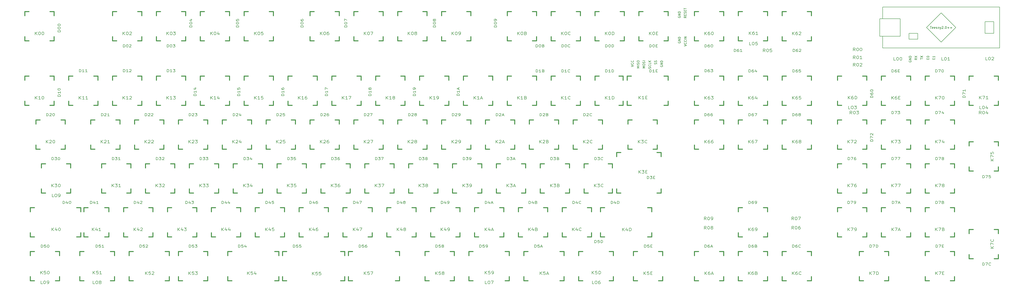
<source format=gbr>
G04 #@! TF.FileFunction,Legend,Top*
%FSLAX46Y46*%
G04 Gerber Fmt 4.6, Leading zero omitted, Abs format (unit mm)*
G04 Created by KiCad (PCBNEW 4.0.5+dfsg1-4) date Sun Feb 11 23:43:15 2018*
%MOMM*%
%LPD*%
G01*
G04 APERTURE LIST*
%ADD10C,0.100000*%
%ADD11C,0.381000*%
%ADD12C,0.150000*%
%ADD13C,0.203200*%
G04 APERTURE END LIST*
D10*
D11*
X107137000Y-122238000D02*
X108915000Y-122238000D01*
X108915000Y-134938000D02*
X107137000Y-134938000D01*
X107137000Y-134938000D02*
X107137000Y-133160000D01*
X107137000Y-124016000D02*
X107137000Y-122238000D01*
X328862000Y-46037500D02*
X330640000Y-46037500D01*
X339784000Y-46037500D02*
X341562000Y-46037500D01*
X341562000Y-46037500D02*
X341562000Y-47815500D01*
X341562000Y-56959500D02*
X341562000Y-58737500D01*
X341562000Y-58737500D02*
X339784000Y-58737500D01*
X330640000Y-58737500D02*
X328862000Y-58737500D01*
X328862000Y-58737500D02*
X328862000Y-56959500D01*
X328862000Y-47815500D02*
X328862000Y-46037500D01*
X157162000Y-103188000D02*
X158940000Y-103188000D01*
X168084000Y-103188000D02*
X169862000Y-103188000D01*
X169862000Y-103188000D02*
X169862000Y-104966000D01*
X169862000Y-114110000D02*
X169862000Y-115888000D01*
X169862000Y-115888000D02*
X168084000Y-115888000D01*
X158940000Y-115888000D02*
X157162000Y-115888000D01*
X157162000Y-115888000D02*
X157162000Y-114110000D01*
X157162000Y-104966000D02*
X157162000Y-103188000D01*
X347912000Y-122238000D02*
X349690000Y-122238000D01*
X358834000Y-122238000D02*
X360612000Y-122238000D01*
X360612000Y-122238000D02*
X360612000Y-124016000D01*
X360612000Y-133160000D02*
X360612000Y-134938000D01*
X360612000Y-134938000D02*
X358834000Y-134938000D01*
X349690000Y-134938000D02*
X347912000Y-134938000D01*
X347912000Y-134938000D02*
X347912000Y-133160000D01*
X347912000Y-124016000D02*
X347912000Y-122238000D01*
X347912000Y-65087500D02*
X349690000Y-65087500D01*
X358834000Y-65087500D02*
X360612000Y-65087500D01*
X360612000Y-65087500D02*
X360612000Y-66865500D01*
X360612000Y-76009500D02*
X360612000Y-77787500D01*
X360612000Y-77787500D02*
X358834000Y-77787500D01*
X349690000Y-77787500D02*
X347912000Y-77787500D01*
X347912000Y-77787500D02*
X347912000Y-76009500D01*
X347912000Y-66865500D02*
X347912000Y-65087500D01*
X21415400Y-103188000D02*
X23193400Y-103188000D01*
X23193400Y-115888000D02*
X21415400Y-115888000D01*
X21415400Y-115888000D02*
X21415400Y-114110000D01*
X21415400Y-104966000D02*
X21415400Y-103188000D01*
X209550000Y-46037500D02*
X211328000Y-46037500D01*
X220472000Y-46037500D02*
X222250000Y-46037500D01*
X222250000Y-46037500D02*
X222250000Y-47815500D01*
X222250000Y-56959500D02*
X222250000Y-58737500D01*
X222250000Y-58737500D02*
X220472000Y-58737500D01*
X211328000Y-58737500D02*
X209550000Y-58737500D01*
X209550000Y-58737500D02*
X209550000Y-56959500D01*
X209550000Y-47815500D02*
X209550000Y-46037500D01*
X95250000Y-18050000D02*
X97028000Y-18050000D01*
X106172000Y-18050000D02*
X107950000Y-18050000D01*
X107950000Y-18050000D02*
X107950000Y-19828000D01*
X107950000Y-28972000D02*
X107950000Y-30750000D01*
X107950000Y-30750000D02*
X106172000Y-30750000D01*
X97028000Y-30750000D02*
X95250000Y-30750000D01*
X95250000Y-30750000D02*
X95250000Y-28972000D01*
X95250000Y-19828000D02*
X95250000Y-18050000D01*
X204788000Y-84137500D02*
X206566000Y-84137500D01*
X215710000Y-84137500D02*
X217488000Y-84137500D01*
X217488000Y-84137500D02*
X217488000Y-85915500D01*
X217488000Y-95059500D02*
X217488000Y-96837500D01*
X217488000Y-96837500D02*
X215710000Y-96837500D01*
X206566000Y-96837500D02*
X204788000Y-96837500D01*
X204788000Y-96837500D02*
X204788000Y-95059500D01*
X204788000Y-85915500D02*
X204788000Y-84137500D01*
D12*
X391600000Y-33890000D02*
X391600000Y-28790000D01*
X391600000Y-16090000D02*
X391600000Y-21190000D01*
X399220000Y-28800000D02*
X399220000Y-21180000D01*
X390330000Y-21180000D02*
X390330000Y-28800000D01*
X399220000Y-21180000D02*
X390330000Y-21180000D01*
X399220000Y-28800000D02*
X390330000Y-28800000D01*
X403030000Y-30070000D02*
X406840000Y-30070000D01*
X406840000Y-30070000D02*
X406840000Y-28800000D01*
X406840000Y-28800000D02*
X406840000Y-27530000D01*
X406840000Y-27530000D02*
X403030000Y-27530000D01*
X403030000Y-27530000D02*
X403030000Y-30070000D01*
X439860000Y-27530000D02*
X436050000Y-27530000D01*
X436050000Y-27530000D02*
X436050000Y-22450000D01*
X436050000Y-22450000D02*
X439860000Y-22450000D01*
X439860000Y-22450000D02*
X439860000Y-27530000D01*
X417000000Y-31340000D02*
X410650000Y-24990000D01*
X410650000Y-24990000D02*
X417000000Y-18640000D01*
X417000000Y-18640000D02*
X423350000Y-24990000D01*
X423350000Y-24990000D02*
X417000000Y-31340000D01*
X391600000Y-16100000D02*
X442400000Y-16100000D01*
X442400000Y-16100000D02*
X442400000Y-33880000D01*
X442400000Y-33880000D02*
X391600000Y-33880000D01*
D11*
X228600000Y-46037500D02*
X230378000Y-46037500D01*
X239522000Y-46037500D02*
X241300000Y-46037500D01*
X241300000Y-46037500D02*
X241300000Y-47815500D01*
X241300000Y-56959500D02*
X241300000Y-58737500D01*
X241300000Y-58737500D02*
X239522000Y-58737500D01*
X230378000Y-58737500D02*
X228600000Y-58737500D01*
X228600000Y-58737500D02*
X228600000Y-56959500D01*
X228600000Y-47815500D02*
X228600000Y-46037500D01*
X347912000Y-18050000D02*
X349690000Y-18050000D01*
X358834000Y-18050000D02*
X360612000Y-18050000D01*
X360612000Y-18050000D02*
X360612000Y-19828000D01*
X360612000Y-28972000D02*
X360612000Y-30750000D01*
X360612000Y-30750000D02*
X358834000Y-30750000D01*
X349690000Y-30750000D02*
X347912000Y-30750000D01*
X347912000Y-30750000D02*
X347912000Y-28972000D01*
X347912000Y-19828000D02*
X347912000Y-18050000D01*
X371975000Y-46037500D02*
X373753000Y-46037500D01*
X382897000Y-46037500D02*
X384675000Y-46037500D01*
X384675000Y-46037500D02*
X384675000Y-47815500D01*
X384675000Y-56959500D02*
X384675000Y-58737500D01*
X384675000Y-58737500D02*
X382897000Y-58737500D01*
X373753000Y-58737500D02*
X371975000Y-58737500D01*
X371975000Y-58737500D02*
X371975000Y-56959500D01*
X371975000Y-47815500D02*
X371975000Y-46037500D01*
X347912000Y-46037500D02*
X349690000Y-46037500D01*
X358834000Y-46037500D02*
X360612000Y-46037500D01*
X360612000Y-46037500D02*
X360612000Y-47815500D01*
X360612000Y-56959500D02*
X360612000Y-58737500D01*
X360612000Y-58737500D02*
X358834000Y-58737500D01*
X349690000Y-58737500D02*
X347912000Y-58737500D01*
X347912000Y-58737500D02*
X347912000Y-56959500D01*
X347912000Y-47815500D02*
X347912000Y-46037500D01*
X328862000Y-18050000D02*
X330640000Y-18050000D01*
X339784000Y-18050000D02*
X341562000Y-18050000D01*
X341562000Y-18050000D02*
X341562000Y-19828000D01*
X341562000Y-28972000D02*
X341562000Y-30750000D01*
X341562000Y-30750000D02*
X339784000Y-30750000D01*
X330640000Y-30750000D02*
X328862000Y-30750000D01*
X328862000Y-30750000D02*
X328862000Y-28972000D01*
X328862000Y-19828000D02*
X328862000Y-18050000D01*
X200025000Y-18050000D02*
X201803000Y-18050000D01*
X210947000Y-18050000D02*
X212725000Y-18050000D01*
X212725000Y-18050000D02*
X212725000Y-19828000D01*
X212725000Y-28972000D02*
X212725000Y-30750000D01*
X212725000Y-30750000D02*
X210947000Y-30750000D01*
X201803000Y-30750000D02*
X200025000Y-30750000D01*
X200025000Y-30750000D02*
X200025000Y-28972000D01*
X200025000Y-19828000D02*
X200025000Y-18050000D01*
X309812000Y-46037500D02*
X311590000Y-46037500D01*
X320734000Y-46037500D02*
X322512000Y-46037500D01*
X322512000Y-46037500D02*
X322512000Y-47815500D01*
X322512000Y-56959500D02*
X322512000Y-58737500D01*
X322512000Y-58737500D02*
X320734000Y-58737500D01*
X311590000Y-58737500D02*
X309812000Y-58737500D01*
X309812000Y-58737500D02*
X309812000Y-56959500D01*
X309812000Y-47815500D02*
X309812000Y-46037500D01*
X296672000Y-46037500D02*
X298450000Y-46037500D01*
X298450000Y-46037500D02*
X298450000Y-47815500D01*
X298450000Y-56959500D02*
X298450000Y-58737500D01*
X298450000Y-58737500D02*
X296672000Y-58737500D01*
X391025000Y-46037500D02*
X392803000Y-46037500D01*
X401947000Y-46037500D02*
X403725000Y-46037500D01*
X403725000Y-46037500D02*
X403725000Y-47815500D01*
X403725000Y-56959500D02*
X403725000Y-58737500D01*
X403725000Y-58737500D02*
X401947000Y-58737500D01*
X392803000Y-58737500D02*
X391025000Y-58737500D01*
X391025000Y-58737500D02*
X391025000Y-56959500D01*
X391025000Y-47815500D02*
X391025000Y-46037500D01*
X328862000Y-103188000D02*
X330640000Y-103188000D01*
X339784000Y-103188000D02*
X341562000Y-103188000D01*
X341562000Y-103188000D02*
X341562000Y-104966000D01*
X341562000Y-114110000D02*
X341562000Y-115888000D01*
X341562000Y-115888000D02*
X339784000Y-115888000D01*
X330640000Y-115888000D02*
X328862000Y-115888000D01*
X328862000Y-115888000D02*
X328862000Y-114110000D01*
X328862000Y-104966000D02*
X328862000Y-103188000D01*
X142875000Y-65087500D02*
X144653000Y-65087500D01*
X153797000Y-65087500D02*
X155575000Y-65087500D01*
X155575000Y-65087500D02*
X155575000Y-66865500D01*
X155575000Y-76009500D02*
X155575000Y-77787500D01*
X155575000Y-77787500D02*
X153797000Y-77787500D01*
X144653000Y-77787500D02*
X142875000Y-77787500D01*
X142875000Y-77787500D02*
X142875000Y-76009500D01*
X142875000Y-66865500D02*
X142875000Y-65087500D01*
X180975000Y-65087500D02*
X182753000Y-65087500D01*
X191897000Y-65087500D02*
X193675000Y-65087500D01*
X193675000Y-65087500D02*
X193675000Y-66865500D01*
X193675000Y-76009500D02*
X193675000Y-77787500D01*
X193675000Y-77787500D02*
X191897000Y-77787500D01*
X182753000Y-77787500D02*
X180975000Y-77787500D01*
X180975000Y-77787500D02*
X180975000Y-76009500D01*
X180975000Y-66865500D02*
X180975000Y-65087500D01*
X280625000Y-46037500D02*
X282403000Y-46037500D01*
X282403000Y-58737500D02*
X280625000Y-58737500D01*
X280625000Y-58737500D02*
X280625000Y-56959500D01*
X280625000Y-47815500D02*
X280625000Y-46037500D01*
X266700000Y-46037500D02*
X268478000Y-46037500D01*
X277122000Y-46037500D02*
X278900000Y-46037500D01*
X278900000Y-46037500D02*
X278900000Y-47815500D01*
X278900000Y-56959500D02*
X278900000Y-58737500D01*
X278900000Y-58737500D02*
X277122000Y-58737500D01*
X268478000Y-58737500D02*
X266700000Y-58737500D01*
X266700000Y-58737500D02*
X266700000Y-56959500D01*
X266700000Y-47815500D02*
X266700000Y-46037500D01*
X289528000Y-103188000D02*
X291306000Y-103188000D01*
X291306000Y-103188000D02*
X291306000Y-104966000D01*
X291306000Y-114110000D02*
X291306000Y-115888000D01*
X291306000Y-115888000D02*
X289528000Y-115888000D01*
X269065000Y-103188000D02*
X270843000Y-103188000D01*
X270843000Y-115888000D02*
X269065000Y-115888000D01*
X269065000Y-115888000D02*
X269065000Y-114110000D01*
X269065000Y-104966000D02*
X269065000Y-103188000D01*
X276045000Y-79237500D02*
X277823000Y-79237500D01*
X293567000Y-79237500D02*
X295345000Y-79237500D01*
X295345000Y-79237500D02*
X295345000Y-81015500D01*
X295345000Y-95059500D02*
X295345000Y-96837500D01*
X295345000Y-96837500D02*
X293567000Y-96837500D01*
X277823000Y-96837500D02*
X276045000Y-96837500D01*
X276045000Y-96837500D02*
X276045000Y-95059500D01*
X276045000Y-81015500D02*
X276045000Y-79237500D01*
X261938000Y-84137500D02*
X263716000Y-84137500D01*
X272460000Y-84137500D02*
X274238000Y-84137500D01*
X274238000Y-84137500D02*
X274238000Y-85915500D01*
X274238000Y-95059500D02*
X274238000Y-96837500D01*
X274238000Y-96837500D02*
X272460000Y-96837500D01*
X263716000Y-96837500D02*
X261938000Y-96837500D01*
X261938000Y-96837500D02*
X261938000Y-95059500D01*
X261938000Y-85915500D02*
X261938000Y-84137500D01*
X227628000Y-122238000D02*
X229406000Y-122238000D01*
X229406000Y-122238000D02*
X229406000Y-124016000D01*
X229406000Y-133160000D02*
X229406000Y-134938000D01*
X229406000Y-134938000D02*
X227628000Y-134938000D01*
X211931000Y-122238000D02*
X213709000Y-122238000D01*
X213709000Y-134938000D02*
X211931000Y-134938000D01*
X211931000Y-134938000D02*
X211931000Y-133160000D01*
X211931000Y-124016000D02*
X211931000Y-122238000D01*
X272860000Y-122238000D02*
X274638000Y-122238000D01*
X274638000Y-122238000D02*
X274638000Y-124016000D01*
X274638000Y-133160000D02*
X274638000Y-134938000D01*
X274638000Y-134938000D02*
X272860000Y-134938000D01*
X259556000Y-122238000D02*
X261334000Y-122238000D01*
X261334000Y-134938000D02*
X259556000Y-134938000D01*
X259556000Y-134938000D02*
X259556000Y-133160000D01*
X259556000Y-124016000D02*
X259556000Y-122238000D01*
X251428000Y-122238000D02*
X253206000Y-122238000D01*
X253206000Y-122238000D02*
X253206000Y-124016000D01*
X253206000Y-133160000D02*
X253206000Y-134938000D01*
X253206000Y-134938000D02*
X251428000Y-134938000D01*
X235744000Y-122238000D02*
X237522000Y-122238000D01*
X237522000Y-134938000D02*
X235744000Y-134938000D01*
X235744000Y-134938000D02*
X235744000Y-133160000D01*
X235744000Y-124016000D02*
X235744000Y-122238000D01*
X159544000Y-122238000D02*
X161322000Y-122238000D01*
X161322000Y-134938000D02*
X159544000Y-134938000D01*
X159544000Y-134938000D02*
X159544000Y-133160000D01*
X159544000Y-124016000D02*
X159544000Y-122238000D01*
X179997000Y-122238000D02*
X181775000Y-122238000D01*
X181775000Y-122238000D02*
X181775000Y-124016000D01*
X181775000Y-133160000D02*
X181775000Y-134938000D01*
X181775000Y-134938000D02*
X179997000Y-134938000D01*
X156178000Y-122238000D02*
X157956000Y-122238000D01*
X157956000Y-122238000D02*
X157956000Y-124016000D01*
X157956000Y-133160000D02*
X157956000Y-134938000D01*
X157956000Y-134938000D02*
X156178000Y-134938000D01*
X130937000Y-122238000D02*
X132715000Y-122238000D01*
X132715000Y-134938000D02*
X130937000Y-134938000D01*
X130937000Y-134938000D02*
X130937000Y-133160000D01*
X130937000Y-124016000D02*
X130937000Y-122238000D01*
X127587000Y-122238000D02*
X129365000Y-122238000D01*
X129365000Y-122238000D02*
X129365000Y-124016000D01*
X129365000Y-133160000D02*
X129365000Y-134938000D01*
X129365000Y-134938000D02*
X127587000Y-134938000D01*
X44646600Y-103188000D02*
X46424600Y-103188000D01*
X53768600Y-103188000D02*
X55546600Y-103188000D01*
X55546600Y-103188000D02*
X55546600Y-104966000D01*
X55546600Y-114110000D02*
X55546600Y-115888000D01*
X55546600Y-115888000D02*
X53768600Y-115888000D01*
X46424600Y-115888000D02*
X44646600Y-115888000D01*
X44646600Y-115888000D02*
X44646600Y-114110000D01*
X44646600Y-104966000D02*
X44646600Y-103188000D01*
X41579800Y-103188000D02*
X43357800Y-103188000D01*
X43357800Y-103188000D02*
X43357800Y-104966000D01*
X43357800Y-114110000D02*
X43357800Y-115888000D01*
X43357800Y-115888000D02*
X41579800Y-115888000D01*
X79978200Y-122238000D02*
X81756200Y-122238000D01*
X81756200Y-122238000D02*
X81756200Y-124016000D01*
X81756200Y-133160000D02*
X81756200Y-134938000D01*
X81756200Y-134938000D02*
X79978200Y-134938000D01*
X64293800Y-122238000D02*
X66071800Y-122238000D01*
X66071800Y-134938000D02*
X64293800Y-134938000D01*
X64293800Y-134938000D02*
X64293800Y-133160000D01*
X64293800Y-124016000D02*
X64293800Y-122238000D01*
X56165800Y-122238000D02*
X57943800Y-122238000D01*
X57943800Y-122238000D02*
X57943800Y-124016000D01*
X57943800Y-133160000D02*
X57943800Y-134938000D01*
X57943800Y-134938000D02*
X56165800Y-134938000D01*
X42862500Y-122238000D02*
X44640500Y-122238000D01*
X44640500Y-134938000D02*
X42862500Y-134938000D01*
X42862500Y-134938000D02*
X42862500Y-133160000D01*
X42862500Y-124016000D02*
X42862500Y-122238000D01*
X228600000Y-18050000D02*
X230378000Y-18050000D01*
X239522000Y-18050000D02*
X241300000Y-18050000D01*
X241300000Y-18050000D02*
X241300000Y-19828000D01*
X241300000Y-28972000D02*
X241300000Y-30750000D01*
X241300000Y-30750000D02*
X239522000Y-30750000D01*
X230378000Y-30750000D02*
X228600000Y-30750000D01*
X228600000Y-30750000D02*
X228600000Y-28972000D01*
X228600000Y-19828000D02*
X228600000Y-18050000D01*
X247650000Y-18050000D02*
X249428000Y-18050000D01*
X258572000Y-18050000D02*
X260350000Y-18050000D01*
X260350000Y-18050000D02*
X260350000Y-19828000D01*
X260350000Y-28972000D02*
X260350000Y-30750000D01*
X260350000Y-30750000D02*
X258572000Y-30750000D01*
X249428000Y-30750000D02*
X247650000Y-30750000D01*
X247650000Y-30750000D02*
X247650000Y-28972000D01*
X247650000Y-19828000D02*
X247650000Y-18050000D01*
X266700000Y-18050000D02*
X268478000Y-18050000D01*
X277622000Y-18050000D02*
X279400000Y-18050000D01*
X279400000Y-18050000D02*
X279400000Y-19828000D01*
X279400000Y-28972000D02*
X279400000Y-30750000D01*
X279400000Y-30750000D02*
X277622000Y-30750000D01*
X268478000Y-30750000D02*
X266700000Y-30750000D01*
X266700000Y-30750000D02*
X266700000Y-28972000D01*
X266700000Y-19828000D02*
X266700000Y-18050000D01*
X285750000Y-18050000D02*
X287528000Y-18050000D01*
X296672000Y-18050000D02*
X298450000Y-18050000D01*
X298450000Y-18050000D02*
X298450000Y-19828000D01*
X298450000Y-28972000D02*
X298450000Y-30750000D01*
X298450000Y-30750000D02*
X296672000Y-30750000D01*
X287528000Y-30750000D02*
X285750000Y-30750000D01*
X285750000Y-30750000D02*
X285750000Y-28972000D01*
X285750000Y-19828000D02*
X285750000Y-18050000D01*
X309812000Y-18050000D02*
X311590000Y-18050000D01*
X320734000Y-18050000D02*
X322512000Y-18050000D01*
X322512000Y-18050000D02*
X322512000Y-19828000D01*
X322512000Y-28972000D02*
X322512000Y-30750000D01*
X322512000Y-30750000D02*
X320734000Y-30750000D01*
X311590000Y-30750000D02*
X309812000Y-30750000D01*
X309812000Y-30750000D02*
X309812000Y-28972000D01*
X309812000Y-19828000D02*
X309812000Y-18050000D01*
X19050000Y-18050000D02*
X20828000Y-18050000D01*
X29972000Y-18050000D02*
X31750000Y-18050000D01*
X31750000Y-18050000D02*
X31750000Y-19828000D01*
X31750000Y-28972000D02*
X31750000Y-30750000D01*
X31750000Y-30750000D02*
X29972000Y-30750000D01*
X20828000Y-30750000D02*
X19050000Y-30750000D01*
X19050000Y-30750000D02*
X19050000Y-28972000D01*
X19050000Y-19828000D02*
X19050000Y-18050000D01*
X247650000Y-46037500D02*
X249428000Y-46037500D01*
X258572000Y-46037500D02*
X260350000Y-46037500D01*
X260350000Y-46037500D02*
X260350000Y-47815500D01*
X260350000Y-56959500D02*
X260350000Y-58737500D01*
X260350000Y-58737500D02*
X258572000Y-58737500D01*
X249428000Y-58737500D02*
X247650000Y-58737500D01*
X247650000Y-58737500D02*
X247650000Y-56959500D01*
X247650000Y-47815500D02*
X247650000Y-46037500D01*
X410075000Y-46037500D02*
X411853000Y-46037500D01*
X420997000Y-46037500D02*
X422775000Y-46037500D01*
X422775000Y-46037500D02*
X422775000Y-47815500D01*
X422775000Y-56959500D02*
X422775000Y-58737500D01*
X422775000Y-58737500D02*
X420997000Y-58737500D01*
X411853000Y-58737500D02*
X410075000Y-58737500D01*
X410075000Y-58737500D02*
X410075000Y-56959500D01*
X410075000Y-47815500D02*
X410075000Y-46037500D01*
X429125000Y-46037500D02*
X430903000Y-46037500D01*
X440047000Y-46037500D02*
X441825000Y-46037500D01*
X441825000Y-46037500D02*
X441825000Y-47815500D01*
X441825000Y-56959500D02*
X441825000Y-58737500D01*
X441825000Y-58737500D02*
X440047000Y-58737500D01*
X430903000Y-58737500D02*
X429125000Y-58737500D01*
X429125000Y-58737500D02*
X429125000Y-56959500D01*
X429125000Y-47815500D02*
X429125000Y-46037500D01*
X219075000Y-65087500D02*
X220853000Y-65087500D01*
X229997000Y-65087500D02*
X231775000Y-65087500D01*
X231775000Y-65087500D02*
X231775000Y-66865500D01*
X231775000Y-76009500D02*
X231775000Y-77787500D01*
X231775000Y-77787500D02*
X229997000Y-77787500D01*
X220853000Y-77787500D02*
X219075000Y-77787500D01*
X219075000Y-77787500D02*
X219075000Y-76009500D01*
X219075000Y-66865500D02*
X219075000Y-65087500D01*
X238125000Y-65087500D02*
X239903000Y-65087500D01*
X249047000Y-65087500D02*
X250825000Y-65087500D01*
X250825000Y-65087500D02*
X250825000Y-66865500D01*
X250825000Y-76009500D02*
X250825000Y-77787500D01*
X250825000Y-77787500D02*
X249047000Y-77787500D01*
X239903000Y-77787500D02*
X238125000Y-77787500D01*
X238125000Y-77787500D02*
X238125000Y-76009500D01*
X238125000Y-66865500D02*
X238125000Y-65087500D01*
X257175000Y-65087500D02*
X258953000Y-65087500D01*
X268097000Y-65087500D02*
X269875000Y-65087500D01*
X269875000Y-65087500D02*
X269875000Y-66865500D01*
X269875000Y-76009500D02*
X269875000Y-77787500D01*
X269875000Y-77787500D02*
X268097000Y-77787500D01*
X258953000Y-77787500D02*
X257175000Y-77787500D01*
X257175000Y-77787500D02*
X257175000Y-76009500D01*
X257175000Y-66865500D02*
X257175000Y-65087500D01*
X309812000Y-65087500D02*
X311590000Y-65087500D01*
X320734000Y-65087500D02*
X322512000Y-65087500D01*
X322512000Y-65087500D02*
X322512000Y-66865500D01*
X322512000Y-76009500D02*
X322512000Y-77787500D01*
X322512000Y-77787500D02*
X320734000Y-77787500D01*
X311590000Y-77787500D02*
X309812000Y-77787500D01*
X309812000Y-77787500D02*
X309812000Y-76009500D01*
X309812000Y-66865500D02*
X309812000Y-65087500D01*
X328862000Y-65087500D02*
X330640000Y-65087500D01*
X339784000Y-65087500D02*
X341562000Y-65087500D01*
X341562000Y-65087500D02*
X341562000Y-66865500D01*
X341562000Y-76009500D02*
X341562000Y-77787500D01*
X341562000Y-77787500D02*
X339784000Y-77787500D01*
X330640000Y-77787500D02*
X328862000Y-77787500D01*
X328862000Y-77787500D02*
X328862000Y-76009500D01*
X328862000Y-66865500D02*
X328862000Y-65087500D01*
X371975000Y-65087500D02*
X373753000Y-65087500D01*
X382897000Y-65087500D02*
X384675000Y-65087500D01*
X384675000Y-65087500D02*
X384675000Y-66865500D01*
X384675000Y-76009500D02*
X384675000Y-77787500D01*
X384675000Y-77787500D02*
X382897000Y-77787500D01*
X373753000Y-77787500D02*
X371975000Y-77787500D01*
X371975000Y-77787500D02*
X371975000Y-76009500D01*
X371975000Y-66865500D02*
X371975000Y-65087500D01*
X391025000Y-65087500D02*
X392803000Y-65087500D01*
X401947000Y-65087500D02*
X403725000Y-65087500D01*
X403725000Y-65087500D02*
X403725000Y-66865500D01*
X403725000Y-76009500D02*
X403725000Y-77787500D01*
X403725000Y-77787500D02*
X401947000Y-77787500D01*
X392803000Y-77787500D02*
X391025000Y-77787500D01*
X391025000Y-77787500D02*
X391025000Y-76009500D01*
X391025000Y-66865500D02*
X391025000Y-65087500D01*
X410075000Y-65087500D02*
X411853000Y-65087500D01*
X420997000Y-65087500D02*
X422775000Y-65087500D01*
X422775000Y-65087500D02*
X422775000Y-66865500D01*
X422775000Y-76009500D02*
X422775000Y-77787500D01*
X422775000Y-77787500D02*
X420997000Y-77787500D01*
X411853000Y-77787500D02*
X410075000Y-77787500D01*
X410075000Y-77787500D02*
X410075000Y-76009500D01*
X410075000Y-66865500D02*
X410075000Y-65087500D01*
X223838000Y-84137500D02*
X225616000Y-84137500D01*
X234760000Y-84137500D02*
X236538000Y-84137500D01*
X236538000Y-84137500D02*
X236538000Y-85915500D01*
X236538000Y-95059500D02*
X236538000Y-96837500D01*
X236538000Y-96837500D02*
X234760000Y-96837500D01*
X225616000Y-96837500D02*
X223838000Y-96837500D01*
X223838000Y-96837500D02*
X223838000Y-95059500D01*
X223838000Y-85915500D02*
X223838000Y-84137500D01*
X242888000Y-84137500D02*
X244666000Y-84137500D01*
X253810000Y-84137500D02*
X255588000Y-84137500D01*
X255588000Y-84137500D02*
X255588000Y-85915500D01*
X255588000Y-95059500D02*
X255588000Y-96837500D01*
X255588000Y-96837500D02*
X253810000Y-96837500D01*
X244666000Y-96837500D02*
X242888000Y-96837500D01*
X242888000Y-96837500D02*
X242888000Y-95059500D01*
X242888000Y-85915500D02*
X242888000Y-84137500D01*
X280988000Y-65087500D02*
X282766000Y-65087500D01*
X291910000Y-65087500D02*
X293688000Y-65087500D01*
X293688000Y-65087500D02*
X293688000Y-66865500D01*
X293688000Y-76009500D02*
X293688000Y-77787500D01*
X293688000Y-77787500D02*
X291910000Y-77787500D01*
X282766000Y-77787500D02*
X280988000Y-77787500D01*
X280988000Y-77787500D02*
X280988000Y-76009500D01*
X280988000Y-66865500D02*
X280988000Y-65087500D01*
X371975000Y-84137500D02*
X373753000Y-84137500D01*
X382897000Y-84137500D02*
X384675000Y-84137500D01*
X384675000Y-84137500D02*
X384675000Y-85915500D01*
X384675000Y-95059500D02*
X384675000Y-96837500D01*
X384675000Y-96837500D02*
X382897000Y-96837500D01*
X373753000Y-96837500D02*
X371975000Y-96837500D01*
X371975000Y-96837500D02*
X371975000Y-95059500D01*
X371975000Y-85915500D02*
X371975000Y-84137500D01*
X391025000Y-84137500D02*
X392803000Y-84137500D01*
X401947000Y-84137500D02*
X403725000Y-84137500D01*
X403725000Y-84137500D02*
X403725000Y-85915500D01*
X403725000Y-95059500D02*
X403725000Y-96837500D01*
X403725000Y-96837500D02*
X401947000Y-96837500D01*
X392803000Y-96837500D02*
X391025000Y-96837500D01*
X391025000Y-96837500D02*
X391025000Y-95059500D01*
X391025000Y-85915500D02*
X391025000Y-84137500D01*
X410075000Y-84137500D02*
X411853000Y-84137500D01*
X420997000Y-84137500D02*
X422775000Y-84137500D01*
X422775000Y-84137500D02*
X422775000Y-85915500D01*
X422775000Y-95059500D02*
X422775000Y-96837500D01*
X422775000Y-96837500D02*
X420997000Y-96837500D01*
X411853000Y-96837500D02*
X410075000Y-96837500D01*
X410075000Y-96837500D02*
X410075000Y-95059500D01*
X410075000Y-85915500D02*
X410075000Y-84137500D01*
X429125000Y-74612500D02*
X430903000Y-74612500D01*
X440047000Y-74612500D02*
X441825000Y-74612500D01*
X441825000Y-74612500D02*
X441825000Y-76390500D01*
X441825000Y-85534500D02*
X441825000Y-87312500D01*
X441825000Y-87312500D02*
X440047000Y-87312500D01*
X430903000Y-87312500D02*
X429125000Y-87312500D01*
X429125000Y-87312500D02*
X429125000Y-85534500D01*
X429125000Y-76390500D02*
X429125000Y-74612500D01*
X214312000Y-103188000D02*
X216090000Y-103188000D01*
X225234000Y-103188000D02*
X227012000Y-103188000D01*
X227012000Y-103188000D02*
X227012000Y-104966000D01*
X227012000Y-114110000D02*
X227012000Y-115888000D01*
X227012000Y-115888000D02*
X225234000Y-115888000D01*
X216090000Y-115888000D02*
X214312000Y-115888000D01*
X214312000Y-115888000D02*
X214312000Y-114110000D01*
X214312000Y-104966000D02*
X214312000Y-103188000D01*
X233362000Y-103188000D02*
X235140000Y-103188000D01*
X244284000Y-103188000D02*
X246062000Y-103188000D01*
X246062000Y-103188000D02*
X246062000Y-104966000D01*
X246062000Y-114110000D02*
X246062000Y-115888000D01*
X246062000Y-115888000D02*
X244284000Y-115888000D01*
X235140000Y-115888000D02*
X233362000Y-115888000D01*
X233362000Y-115888000D02*
X233362000Y-114110000D01*
X233362000Y-104966000D02*
X233362000Y-103188000D01*
X252412000Y-103188000D02*
X254190000Y-103188000D01*
X263334000Y-103188000D02*
X265112000Y-103188000D01*
X265112000Y-103188000D02*
X265112000Y-104966000D01*
X265112000Y-114110000D02*
X265112000Y-115888000D01*
X265112000Y-115888000D02*
X263334000Y-115888000D01*
X254190000Y-115888000D02*
X252412000Y-115888000D01*
X252412000Y-115888000D02*
X252412000Y-114110000D01*
X252412000Y-104966000D02*
X252412000Y-103188000D01*
X371975000Y-103188000D02*
X373753000Y-103188000D01*
X382897000Y-103188000D02*
X384675000Y-103188000D01*
X384675000Y-103188000D02*
X384675000Y-104966000D01*
X384675000Y-114110000D02*
X384675000Y-115888000D01*
X384675000Y-115888000D02*
X382897000Y-115888000D01*
X373753000Y-115888000D02*
X371975000Y-115888000D01*
X371975000Y-115888000D02*
X371975000Y-114110000D01*
X371975000Y-104966000D02*
X371975000Y-103188000D01*
X391025000Y-103188000D02*
X392803000Y-103188000D01*
X401947000Y-103188000D02*
X403725000Y-103188000D01*
X403725000Y-103188000D02*
X403725000Y-104966000D01*
X403725000Y-114110000D02*
X403725000Y-115888000D01*
X403725000Y-115888000D02*
X401947000Y-115888000D01*
X392803000Y-115888000D02*
X391025000Y-115888000D01*
X391025000Y-115888000D02*
X391025000Y-114110000D01*
X391025000Y-104966000D02*
X391025000Y-103188000D01*
X410075000Y-103188000D02*
X411853000Y-103188000D01*
X420997000Y-103188000D02*
X422775000Y-103188000D01*
X422775000Y-103188000D02*
X422775000Y-104966000D01*
X422775000Y-114110000D02*
X422775000Y-115888000D01*
X422775000Y-115888000D02*
X420997000Y-115888000D01*
X411853000Y-115888000D02*
X410075000Y-115888000D01*
X410075000Y-115888000D02*
X410075000Y-114110000D01*
X410075000Y-104966000D02*
X410075000Y-103188000D01*
X283359000Y-122238000D02*
X285137000Y-122238000D01*
X294281000Y-122238000D02*
X296059000Y-122238000D01*
X296059000Y-122238000D02*
X296059000Y-124016000D01*
X296059000Y-133160000D02*
X296059000Y-134938000D01*
X296059000Y-134938000D02*
X294281000Y-134938000D01*
X285137000Y-134938000D02*
X283359000Y-134938000D01*
X283359000Y-134938000D02*
X283359000Y-133160000D01*
X283359000Y-124016000D02*
X283359000Y-122238000D01*
X309812000Y-122238000D02*
X311590000Y-122238000D01*
X320734000Y-122238000D02*
X322512000Y-122238000D01*
X322512000Y-122238000D02*
X322512000Y-124016000D01*
X322512000Y-133160000D02*
X322512000Y-134938000D01*
X322512000Y-134938000D02*
X320734000Y-134938000D01*
X311590000Y-134938000D02*
X309812000Y-134938000D01*
X309812000Y-134938000D02*
X309812000Y-133160000D01*
X309812000Y-124016000D02*
X309812000Y-122238000D01*
X328862000Y-122238000D02*
X330640000Y-122238000D01*
X339784000Y-122238000D02*
X341562000Y-122238000D01*
X341562000Y-122238000D02*
X341562000Y-124016000D01*
X341562000Y-133160000D02*
X341562000Y-134938000D01*
X341562000Y-134938000D02*
X339784000Y-134938000D01*
X330640000Y-134938000D02*
X328862000Y-134938000D01*
X328862000Y-134938000D02*
X328862000Y-133160000D01*
X328862000Y-124016000D02*
X328862000Y-122238000D01*
X381500000Y-122238000D02*
X383278000Y-122238000D01*
X392422000Y-122238000D02*
X394200000Y-122238000D01*
X394200000Y-122238000D02*
X394200000Y-124016000D01*
X394200000Y-133160000D02*
X394200000Y-134938000D01*
X394200000Y-134938000D02*
X392422000Y-134938000D01*
X383278000Y-134938000D02*
X381500000Y-134938000D01*
X381500000Y-134938000D02*
X381500000Y-133160000D01*
X381500000Y-124016000D02*
X381500000Y-122238000D01*
X410075000Y-122238000D02*
X411853000Y-122238000D01*
X420997000Y-122238000D02*
X422775000Y-122238000D01*
X422775000Y-122238000D02*
X422775000Y-124016000D01*
X422775000Y-133160000D02*
X422775000Y-134938000D01*
X422775000Y-134938000D02*
X420997000Y-134938000D01*
X411853000Y-134938000D02*
X410075000Y-134938000D01*
X410075000Y-134938000D02*
X410075000Y-133160000D01*
X410075000Y-124016000D02*
X410075000Y-122238000D01*
X429125000Y-112712000D02*
X430903000Y-112712000D01*
X440047000Y-112712000D02*
X441825000Y-112712000D01*
X441825000Y-112712000D02*
X441825000Y-114490000D01*
X441825000Y-123634000D02*
X441825000Y-125412000D01*
X441825000Y-125412000D02*
X440047000Y-125412000D01*
X430903000Y-125412000D02*
X429125000Y-125412000D01*
X429125000Y-125412000D02*
X429125000Y-123634000D01*
X429125000Y-114490000D02*
X429125000Y-112712000D01*
X57150000Y-18050000D02*
X58928000Y-18050000D01*
X68072000Y-18050000D02*
X69850000Y-18050000D01*
X69850000Y-18050000D02*
X69850000Y-19828000D01*
X69850000Y-28972000D02*
X69850000Y-30750000D01*
X69850000Y-30750000D02*
X68072000Y-30750000D01*
X58928000Y-30750000D02*
X57150000Y-30750000D01*
X57150000Y-30750000D02*
X57150000Y-28972000D01*
X57150000Y-19828000D02*
X57150000Y-18050000D01*
X76200000Y-18050000D02*
X77978000Y-18050000D01*
X87122000Y-18050000D02*
X88900000Y-18050000D01*
X88900000Y-18050000D02*
X88900000Y-19828000D01*
X88900000Y-28972000D02*
X88900000Y-30750000D01*
X88900000Y-30750000D02*
X87122000Y-30750000D01*
X77978000Y-30750000D02*
X76200000Y-30750000D01*
X76200000Y-30750000D02*
X76200000Y-28972000D01*
X76200000Y-19828000D02*
X76200000Y-18050000D01*
X114300000Y-18050000D02*
X116078000Y-18050000D01*
X125222000Y-18050000D02*
X127000000Y-18050000D01*
X127000000Y-18050000D02*
X127000000Y-19828000D01*
X127000000Y-28972000D02*
X127000000Y-30750000D01*
X127000000Y-30750000D02*
X125222000Y-30750000D01*
X116078000Y-30750000D02*
X114300000Y-30750000D01*
X114300000Y-30750000D02*
X114300000Y-28972000D01*
X114300000Y-19828000D02*
X114300000Y-18050000D01*
X142875000Y-18050000D02*
X144653000Y-18050000D01*
X153797000Y-18050000D02*
X155575000Y-18050000D01*
X155575000Y-18050000D02*
X155575000Y-19828000D01*
X155575000Y-28972000D02*
X155575000Y-30750000D01*
X155575000Y-30750000D02*
X153797000Y-30750000D01*
X144653000Y-30750000D02*
X142875000Y-30750000D01*
X142875000Y-30750000D02*
X142875000Y-28972000D01*
X142875000Y-19828000D02*
X142875000Y-18050000D01*
X161925000Y-18050000D02*
X163703000Y-18050000D01*
X172847000Y-18050000D02*
X174625000Y-18050000D01*
X174625000Y-18050000D02*
X174625000Y-19828000D01*
X174625000Y-28972000D02*
X174625000Y-30750000D01*
X174625000Y-30750000D02*
X172847000Y-30750000D01*
X163703000Y-30750000D02*
X161925000Y-30750000D01*
X161925000Y-30750000D02*
X161925000Y-28972000D01*
X161925000Y-19828000D02*
X161925000Y-18050000D01*
X180975000Y-18050000D02*
X182753000Y-18050000D01*
X191897000Y-18050000D02*
X193675000Y-18050000D01*
X193675000Y-18050000D02*
X193675000Y-19828000D01*
X193675000Y-28972000D02*
X193675000Y-30750000D01*
X193675000Y-30750000D02*
X191897000Y-30750000D01*
X182753000Y-30750000D02*
X180975000Y-30750000D01*
X180975000Y-30750000D02*
X180975000Y-28972000D01*
X180975000Y-19828000D02*
X180975000Y-18050000D01*
X19050000Y-46037500D02*
X20828000Y-46037500D01*
X29972000Y-46037500D02*
X31750000Y-46037500D01*
X31750000Y-46037500D02*
X31750000Y-47815500D01*
X31750000Y-56959500D02*
X31750000Y-58737500D01*
X31750000Y-58737500D02*
X29972000Y-58737500D01*
X20828000Y-58737500D02*
X19050000Y-58737500D01*
X19050000Y-58737500D02*
X19050000Y-56959500D01*
X19050000Y-47815500D02*
X19050000Y-46037500D01*
X38100000Y-46037500D02*
X39878000Y-46037500D01*
X49022000Y-46037500D02*
X50800000Y-46037500D01*
X50800000Y-46037500D02*
X50800000Y-47815500D01*
X50800000Y-56959500D02*
X50800000Y-58737500D01*
X50800000Y-58737500D02*
X49022000Y-58737500D01*
X39878000Y-58737500D02*
X38100000Y-58737500D01*
X38100000Y-58737500D02*
X38100000Y-56959500D01*
X38100000Y-47815500D02*
X38100000Y-46037500D01*
X57150000Y-46037500D02*
X58928000Y-46037500D01*
X68072000Y-46037500D02*
X69850000Y-46037500D01*
X69850000Y-46037500D02*
X69850000Y-47815500D01*
X69850000Y-56959500D02*
X69850000Y-58737500D01*
X69850000Y-58737500D02*
X68072000Y-58737500D01*
X58928000Y-58737500D02*
X57150000Y-58737500D01*
X57150000Y-58737500D02*
X57150000Y-56959500D01*
X57150000Y-47815500D02*
X57150000Y-46037500D01*
X76200000Y-46037500D02*
X77978000Y-46037500D01*
X87122000Y-46037500D02*
X88900000Y-46037500D01*
X88900000Y-46037500D02*
X88900000Y-47815500D01*
X88900000Y-56959500D02*
X88900000Y-58737500D01*
X88900000Y-58737500D02*
X87122000Y-58737500D01*
X77978000Y-58737500D02*
X76200000Y-58737500D01*
X76200000Y-58737500D02*
X76200000Y-56959500D01*
X76200000Y-47815500D02*
X76200000Y-46037500D01*
X95250000Y-46037500D02*
X97028000Y-46037500D01*
X106172000Y-46037500D02*
X107950000Y-46037500D01*
X107950000Y-46037500D02*
X107950000Y-47815500D01*
X107950000Y-56959500D02*
X107950000Y-58737500D01*
X107950000Y-58737500D02*
X106172000Y-58737500D01*
X97028000Y-58737500D02*
X95250000Y-58737500D01*
X95250000Y-58737500D02*
X95250000Y-56959500D01*
X95250000Y-47815500D02*
X95250000Y-46037500D01*
X114300000Y-46037500D02*
X116078000Y-46037500D01*
X125222000Y-46037500D02*
X127000000Y-46037500D01*
X127000000Y-46037500D02*
X127000000Y-47815500D01*
X127000000Y-56959500D02*
X127000000Y-58737500D01*
X127000000Y-58737500D02*
X125222000Y-58737500D01*
X116078000Y-58737500D02*
X114300000Y-58737500D01*
X114300000Y-58737500D02*
X114300000Y-56959500D01*
X114300000Y-47815500D02*
X114300000Y-46037500D01*
X133350000Y-46037500D02*
X135128000Y-46037500D01*
X144272000Y-46037500D02*
X146050000Y-46037500D01*
X146050000Y-46037500D02*
X146050000Y-47815500D01*
X146050000Y-56959500D02*
X146050000Y-58737500D01*
X146050000Y-58737500D02*
X144272000Y-58737500D01*
X135128000Y-58737500D02*
X133350000Y-58737500D01*
X133350000Y-58737500D02*
X133350000Y-56959500D01*
X133350000Y-47815500D02*
X133350000Y-46037500D01*
X152400000Y-46037500D02*
X154178000Y-46037500D01*
X163322000Y-46037500D02*
X165100000Y-46037500D01*
X165100000Y-46037500D02*
X165100000Y-47815500D01*
X165100000Y-56959500D02*
X165100000Y-58737500D01*
X165100000Y-58737500D02*
X163322000Y-58737500D01*
X154178000Y-58737500D02*
X152400000Y-58737500D01*
X152400000Y-58737500D02*
X152400000Y-56959500D01*
X152400000Y-47815500D02*
X152400000Y-46037500D01*
X171450000Y-46037500D02*
X173228000Y-46037500D01*
X182372000Y-46037500D02*
X184150000Y-46037500D01*
X184150000Y-46037500D02*
X184150000Y-47815500D01*
X184150000Y-56959500D02*
X184150000Y-58737500D01*
X184150000Y-58737500D02*
X182372000Y-58737500D01*
X173228000Y-58737500D02*
X171450000Y-58737500D01*
X171450000Y-58737500D02*
X171450000Y-56959500D01*
X171450000Y-47815500D02*
X171450000Y-46037500D01*
X190500000Y-46037500D02*
X192278000Y-46037500D01*
X201422000Y-46037500D02*
X203200000Y-46037500D01*
X203200000Y-46037500D02*
X203200000Y-47815500D01*
X203200000Y-56959500D02*
X203200000Y-58737500D01*
X203200000Y-58737500D02*
X201422000Y-58737500D01*
X192278000Y-58737500D02*
X190500000Y-58737500D01*
X190500000Y-58737500D02*
X190500000Y-56959500D01*
X190500000Y-47815500D02*
X190500000Y-46037500D01*
X23812500Y-65087500D02*
X25590500Y-65087500D01*
X34734500Y-65087500D02*
X36512500Y-65087500D01*
X36512500Y-65087500D02*
X36512500Y-66865500D01*
X36512500Y-76009500D02*
X36512500Y-77787500D01*
X36512500Y-77787500D02*
X34734500Y-77787500D01*
X25590500Y-77787500D02*
X23812500Y-77787500D01*
X23812500Y-77787500D02*
X23812500Y-76009500D01*
X23812500Y-66865500D02*
X23812500Y-65087500D01*
X47625000Y-65087500D02*
X49403000Y-65087500D01*
X58547000Y-65087500D02*
X60325000Y-65087500D01*
X60325000Y-65087500D02*
X60325000Y-66865500D01*
X60325000Y-76009500D02*
X60325000Y-77787500D01*
X60325000Y-77787500D02*
X58547000Y-77787500D01*
X49403000Y-77787500D02*
X47625000Y-77787500D01*
X47625000Y-77787500D02*
X47625000Y-76009500D01*
X47625000Y-66865500D02*
X47625000Y-65087500D01*
X66675000Y-65087500D02*
X68453000Y-65087500D01*
X77597000Y-65087500D02*
X79375000Y-65087500D01*
X79375000Y-65087500D02*
X79375000Y-66865500D01*
X79375000Y-76009500D02*
X79375000Y-77787500D01*
X79375000Y-77787500D02*
X77597000Y-77787500D01*
X68453000Y-77787500D02*
X66675000Y-77787500D01*
X66675000Y-77787500D02*
X66675000Y-76009500D01*
X66675000Y-66865500D02*
X66675000Y-65087500D01*
X85725000Y-65087500D02*
X87503000Y-65087500D01*
X96647000Y-65087500D02*
X98425000Y-65087500D01*
X98425000Y-65087500D02*
X98425000Y-66865500D01*
X98425000Y-76009500D02*
X98425000Y-77787500D01*
X98425000Y-77787500D02*
X96647000Y-77787500D01*
X87503000Y-77787500D02*
X85725000Y-77787500D01*
X85725000Y-77787500D02*
X85725000Y-76009500D01*
X85725000Y-66865500D02*
X85725000Y-65087500D01*
X104775000Y-65087500D02*
X106553000Y-65087500D01*
X115697000Y-65087500D02*
X117475000Y-65087500D01*
X117475000Y-65087500D02*
X117475000Y-66865500D01*
X117475000Y-76009500D02*
X117475000Y-77787500D01*
X117475000Y-77787500D02*
X115697000Y-77787500D01*
X106553000Y-77787500D02*
X104775000Y-77787500D01*
X104775000Y-77787500D02*
X104775000Y-76009500D01*
X104775000Y-66865500D02*
X104775000Y-65087500D01*
X123825000Y-65087500D02*
X125603000Y-65087500D01*
X134747000Y-65087500D02*
X136525000Y-65087500D01*
X136525000Y-65087500D02*
X136525000Y-66865500D01*
X136525000Y-76009500D02*
X136525000Y-77787500D01*
X136525000Y-77787500D02*
X134747000Y-77787500D01*
X125603000Y-77787500D02*
X123825000Y-77787500D01*
X123825000Y-77787500D02*
X123825000Y-76009500D01*
X123825000Y-66865500D02*
X123825000Y-65087500D01*
X161925000Y-65087500D02*
X163703000Y-65087500D01*
X172847000Y-65087500D02*
X174625000Y-65087500D01*
X174625000Y-65087500D02*
X174625000Y-66865500D01*
X174625000Y-76009500D02*
X174625000Y-77787500D01*
X174625000Y-77787500D02*
X172847000Y-77787500D01*
X163703000Y-77787500D02*
X161925000Y-77787500D01*
X161925000Y-77787500D02*
X161925000Y-76009500D01*
X161925000Y-66865500D02*
X161925000Y-65087500D01*
X200025000Y-65087500D02*
X201803000Y-65087500D01*
X210947000Y-65087500D02*
X212725000Y-65087500D01*
X212725000Y-65087500D02*
X212725000Y-66865500D01*
X212725000Y-76009500D02*
X212725000Y-77787500D01*
X212725000Y-77787500D02*
X210947000Y-77787500D01*
X201803000Y-77787500D02*
X200025000Y-77787500D01*
X200025000Y-77787500D02*
X200025000Y-76009500D01*
X200025000Y-66865500D02*
X200025000Y-65087500D01*
X26194700Y-84137500D02*
X27972700Y-84137500D01*
X37116700Y-84137500D02*
X38894700Y-84137500D01*
X38894700Y-84137500D02*
X38894700Y-85915500D01*
X38894700Y-95059500D02*
X38894700Y-96837500D01*
X38894700Y-96837500D02*
X37116700Y-96837500D01*
X27972700Y-96837500D02*
X26194700Y-96837500D01*
X26194700Y-96837500D02*
X26194700Y-95059500D01*
X26194700Y-85915500D02*
X26194700Y-84137500D01*
X52387500Y-84137500D02*
X54165500Y-84137500D01*
X63309500Y-84137500D02*
X65087500Y-84137500D01*
X65087500Y-84137500D02*
X65087500Y-85915500D01*
X65087500Y-95059500D02*
X65087500Y-96837500D01*
X65087500Y-96837500D02*
X63309500Y-96837500D01*
X54165500Y-96837500D02*
X52387500Y-96837500D01*
X52387500Y-96837500D02*
X52387500Y-95059500D01*
X52387500Y-85915500D02*
X52387500Y-84137500D01*
X71437500Y-84137500D02*
X73215500Y-84137500D01*
X82359500Y-84137500D02*
X84137500Y-84137500D01*
X84137500Y-84137500D02*
X84137500Y-85915500D01*
X84137500Y-95059500D02*
X84137500Y-96837500D01*
X84137500Y-96837500D02*
X82359500Y-96837500D01*
X73215500Y-96837500D02*
X71437500Y-96837500D01*
X71437500Y-96837500D02*
X71437500Y-95059500D01*
X71437500Y-85915500D02*
X71437500Y-84137500D01*
X90487500Y-84137500D02*
X92265500Y-84137500D01*
X101409500Y-84137500D02*
X103187500Y-84137500D01*
X103187500Y-84137500D02*
X103187500Y-85915500D01*
X103187500Y-95059500D02*
X103187500Y-96837500D01*
X103187500Y-96837500D02*
X101409500Y-96837500D01*
X92265500Y-96837500D02*
X90487500Y-96837500D01*
X90487500Y-96837500D02*
X90487500Y-95059500D01*
X90487500Y-85915500D02*
X90487500Y-84137500D01*
X109538000Y-84137500D02*
X111316000Y-84137500D01*
X120460000Y-84137500D02*
X122238000Y-84137500D01*
X122238000Y-84137500D02*
X122238000Y-85915500D01*
X122238000Y-95059500D02*
X122238000Y-96837500D01*
X122238000Y-96837500D02*
X120460000Y-96837500D01*
X111316000Y-96837500D02*
X109538000Y-96837500D01*
X109538000Y-96837500D02*
X109538000Y-95059500D01*
X109538000Y-85915500D02*
X109538000Y-84137500D01*
X128588000Y-84137500D02*
X130366000Y-84137500D01*
X139510000Y-84137500D02*
X141288000Y-84137500D01*
X141288000Y-84137500D02*
X141288000Y-85915500D01*
X141288000Y-95059500D02*
X141288000Y-96837500D01*
X141288000Y-96837500D02*
X139510000Y-96837500D01*
X130366000Y-96837500D02*
X128588000Y-96837500D01*
X128588000Y-96837500D02*
X128588000Y-95059500D01*
X128588000Y-85915500D02*
X128588000Y-84137500D01*
X147638000Y-84137500D02*
X149416000Y-84137500D01*
X158560000Y-84137500D02*
X160338000Y-84137500D01*
X160338000Y-84137500D02*
X160338000Y-85915500D01*
X160338000Y-95059500D02*
X160338000Y-96837500D01*
X160338000Y-96837500D02*
X158560000Y-96837500D01*
X149416000Y-96837500D02*
X147638000Y-96837500D01*
X147638000Y-96837500D02*
X147638000Y-95059500D01*
X147638000Y-85915500D02*
X147638000Y-84137500D01*
X166688000Y-84137500D02*
X168466000Y-84137500D01*
X177610000Y-84137500D02*
X179388000Y-84137500D01*
X179388000Y-84137500D02*
X179388000Y-85915500D01*
X179388000Y-95059500D02*
X179388000Y-96837500D01*
X179388000Y-96837500D02*
X177610000Y-96837500D01*
X168466000Y-96837500D02*
X166688000Y-96837500D01*
X166688000Y-96837500D02*
X166688000Y-95059500D01*
X166688000Y-85915500D02*
X166688000Y-84137500D01*
X185738000Y-84137500D02*
X187516000Y-84137500D01*
X196660000Y-84137500D02*
X198438000Y-84137500D01*
X198438000Y-84137500D02*
X198438000Y-85915500D01*
X198438000Y-95059500D02*
X198438000Y-96837500D01*
X198438000Y-96837500D02*
X196660000Y-96837500D01*
X187516000Y-96837500D02*
X185738000Y-96837500D01*
X185738000Y-96837500D02*
X185738000Y-95059500D01*
X185738000Y-85915500D02*
X185738000Y-84137500D01*
X61912500Y-103188000D02*
X63690500Y-103188000D01*
X72834500Y-103188000D02*
X74612500Y-103188000D01*
X74612500Y-103188000D02*
X74612500Y-104966000D01*
X74612500Y-114110000D02*
X74612500Y-115888000D01*
X74612500Y-115888000D02*
X72834500Y-115888000D01*
X63690500Y-115888000D02*
X61912500Y-115888000D01*
X61912500Y-115888000D02*
X61912500Y-114110000D01*
X61912500Y-104966000D02*
X61912500Y-103188000D01*
X80962500Y-103188000D02*
X82740500Y-103188000D01*
X91884500Y-103188000D02*
X93662500Y-103188000D01*
X93662500Y-103188000D02*
X93662500Y-104966000D01*
X93662500Y-114110000D02*
X93662500Y-115888000D01*
X93662500Y-115888000D02*
X91884500Y-115888000D01*
X82740500Y-115888000D02*
X80962500Y-115888000D01*
X80962500Y-115888000D02*
X80962500Y-114110000D01*
X80962500Y-104966000D02*
X80962500Y-103188000D01*
X100012000Y-103188000D02*
X101790000Y-103188000D01*
X110934000Y-103188000D02*
X112712000Y-103188000D01*
X112712000Y-103188000D02*
X112712000Y-104966000D01*
X112712000Y-114110000D02*
X112712000Y-115888000D01*
X112712000Y-115888000D02*
X110934000Y-115888000D01*
X101790000Y-115888000D02*
X100012000Y-115888000D01*
X100012000Y-115888000D02*
X100012000Y-114110000D01*
X100012000Y-104966000D02*
X100012000Y-103188000D01*
X119062000Y-103188000D02*
X120840000Y-103188000D01*
X129984000Y-103188000D02*
X131762000Y-103188000D01*
X131762000Y-103188000D02*
X131762000Y-104966000D01*
X131762000Y-114110000D02*
X131762000Y-115888000D01*
X131762000Y-115888000D02*
X129984000Y-115888000D01*
X120840000Y-115888000D02*
X119062000Y-115888000D01*
X119062000Y-115888000D02*
X119062000Y-114110000D01*
X119062000Y-104966000D02*
X119062000Y-103188000D01*
X138112000Y-103188000D02*
X139890000Y-103188000D01*
X149034000Y-103188000D02*
X150812000Y-103188000D01*
X150812000Y-103188000D02*
X150812000Y-104966000D01*
X150812000Y-114110000D02*
X150812000Y-115888000D01*
X150812000Y-115888000D02*
X149034000Y-115888000D01*
X139890000Y-115888000D02*
X138112000Y-115888000D01*
X138112000Y-115888000D02*
X138112000Y-114110000D01*
X138112000Y-104966000D02*
X138112000Y-103188000D01*
X176212000Y-103188000D02*
X177990000Y-103188000D01*
X187134000Y-103188000D02*
X188912000Y-103188000D01*
X188912000Y-103188000D02*
X188912000Y-104966000D01*
X188912000Y-114110000D02*
X188912000Y-115888000D01*
X188912000Y-115888000D02*
X187134000Y-115888000D01*
X177990000Y-115888000D02*
X176212000Y-115888000D01*
X176212000Y-115888000D02*
X176212000Y-114110000D01*
X176212000Y-104966000D02*
X176212000Y-103188000D01*
X195262000Y-103188000D02*
X197040000Y-103188000D01*
X206184000Y-103188000D02*
X207962000Y-103188000D01*
X207962000Y-103188000D02*
X207962000Y-104966000D01*
X207962000Y-114110000D02*
X207962000Y-115888000D01*
X207962000Y-115888000D02*
X206184000Y-115888000D01*
X197040000Y-115888000D02*
X195262000Y-115888000D01*
X195262000Y-115888000D02*
X195262000Y-114110000D01*
X195262000Y-104966000D02*
X195262000Y-103188000D01*
X21432800Y-122238000D02*
X23210800Y-122238000D01*
X32354800Y-122238000D02*
X34132800Y-122238000D01*
X34132800Y-122238000D02*
X34132800Y-124016000D01*
X34132800Y-133160000D02*
X34132800Y-134938000D01*
X34132800Y-134938000D02*
X32354800Y-134938000D01*
X23210800Y-134938000D02*
X21432800Y-134938000D01*
X21432800Y-134938000D02*
X21432800Y-133160000D01*
X21432800Y-124016000D02*
X21432800Y-122238000D01*
X85725000Y-122238000D02*
X87503000Y-122238000D01*
X96647000Y-122238000D02*
X98425000Y-122238000D01*
X98425000Y-122238000D02*
X98425000Y-124016000D01*
X98425000Y-133160000D02*
X98425000Y-134938000D01*
X98425000Y-134938000D02*
X96647000Y-134938000D01*
X87503000Y-134938000D02*
X85725000Y-134938000D01*
X85725000Y-134938000D02*
X85725000Y-133160000D01*
X85725000Y-124016000D02*
X85725000Y-122238000D01*
X192879000Y-122238000D02*
X194657000Y-122238000D01*
X203801000Y-122238000D02*
X205579000Y-122238000D01*
X205579000Y-122238000D02*
X205579000Y-124016000D01*
X205579000Y-133160000D02*
X205579000Y-134938000D01*
X205579000Y-134938000D02*
X203801000Y-134938000D01*
X194657000Y-134938000D02*
X192879000Y-134938000D01*
X192879000Y-134938000D02*
X192879000Y-133160000D01*
X192879000Y-124016000D02*
X192879000Y-122238000D01*
D12*
X288432381Y-42541428D02*
X287432381Y-42541428D01*
X288146667Y-42208094D01*
X287432381Y-41874761D01*
X288432381Y-41874761D01*
X287432381Y-41208095D02*
X287432381Y-41017618D01*
X287480000Y-40922380D01*
X287575238Y-40827142D01*
X287765714Y-40779523D01*
X288099048Y-40779523D01*
X288289524Y-40827142D01*
X288384762Y-40922380D01*
X288432381Y-41017618D01*
X288432381Y-41208095D01*
X288384762Y-41303333D01*
X288289524Y-41398571D01*
X288099048Y-41446190D01*
X287765714Y-41446190D01*
X287575238Y-41398571D01*
X287480000Y-41303333D01*
X287432381Y-41208095D01*
X288384762Y-40398571D02*
X288432381Y-40255714D01*
X288432381Y-40017618D01*
X288384762Y-39922380D01*
X288337143Y-39874761D01*
X288241905Y-39827142D01*
X288146667Y-39827142D01*
X288051429Y-39874761D01*
X288003810Y-39922380D01*
X287956190Y-40017618D01*
X287908571Y-40208095D01*
X287860952Y-40303333D01*
X287813333Y-40350952D01*
X287718095Y-40398571D01*
X287622857Y-40398571D01*
X287527619Y-40350952D01*
X287480000Y-40303333D01*
X287432381Y-40208095D01*
X287432381Y-39969999D01*
X287480000Y-39827142D01*
X288432381Y-39398571D02*
X287432381Y-39398571D01*
X290924762Y-42760476D02*
X290972381Y-42617619D01*
X290972381Y-42379523D01*
X290924762Y-42284285D01*
X290877143Y-42236666D01*
X290781905Y-42189047D01*
X290686667Y-42189047D01*
X290591429Y-42236666D01*
X290543810Y-42284285D01*
X290496190Y-42379523D01*
X290448571Y-42570000D01*
X290400952Y-42665238D01*
X290353333Y-42712857D01*
X290258095Y-42760476D01*
X290162857Y-42760476D01*
X290067619Y-42712857D01*
X290020000Y-42665238D01*
X289972381Y-42570000D01*
X289972381Y-42331904D01*
X290020000Y-42189047D01*
X290877143Y-41189047D02*
X290924762Y-41236666D01*
X290972381Y-41379523D01*
X290972381Y-41474761D01*
X290924762Y-41617619D01*
X290829524Y-41712857D01*
X290734286Y-41760476D01*
X290543810Y-41808095D01*
X290400952Y-41808095D01*
X290210476Y-41760476D01*
X290115238Y-41712857D01*
X290020000Y-41617619D01*
X289972381Y-41474761D01*
X289972381Y-41379523D01*
X290020000Y-41236666D01*
X290067619Y-41189047D01*
X290972381Y-40284285D02*
X290972381Y-40760476D01*
X289972381Y-40760476D01*
X290972381Y-39950952D02*
X289972381Y-39950952D01*
X290972381Y-39379523D02*
X290400952Y-39808095D01*
X289972381Y-39379523D02*
X290543810Y-39950952D01*
X293479242Y-40905905D02*
X293526861Y-40763048D01*
X293526861Y-40524952D01*
X293479242Y-40429714D01*
X293431623Y-40382095D01*
X293336385Y-40334476D01*
X293241147Y-40334476D01*
X293145909Y-40382095D01*
X293098290Y-40429714D01*
X293050670Y-40524952D01*
X293003051Y-40715429D01*
X292955432Y-40810667D01*
X292907813Y-40858286D01*
X292812575Y-40905905D01*
X292717337Y-40905905D01*
X292622099Y-40858286D01*
X292574480Y-40810667D01*
X292526861Y-40715429D01*
X292526861Y-40477333D01*
X292574480Y-40334476D01*
X293479242Y-39953524D02*
X293526861Y-39810667D01*
X293526861Y-39572571D01*
X293479242Y-39477333D01*
X293431623Y-39429714D01*
X293336385Y-39382095D01*
X293241147Y-39382095D01*
X293145909Y-39429714D01*
X293098290Y-39477333D01*
X293050670Y-39572571D01*
X293003051Y-39763048D01*
X292955432Y-39858286D01*
X292907813Y-39905905D01*
X292812575Y-39953524D01*
X292717337Y-39953524D01*
X292622099Y-39905905D01*
X292574480Y-39858286D01*
X292526861Y-39763048D01*
X292526861Y-39524952D01*
X292574480Y-39382095D01*
X295180000Y-41481904D02*
X295132381Y-41577142D01*
X295132381Y-41719999D01*
X295180000Y-41862857D01*
X295275238Y-41958095D01*
X295370476Y-42005714D01*
X295560952Y-42053333D01*
X295703810Y-42053333D01*
X295894286Y-42005714D01*
X295989524Y-41958095D01*
X296084762Y-41862857D01*
X296132381Y-41719999D01*
X296132381Y-41624761D01*
X296084762Y-41481904D01*
X296037143Y-41434285D01*
X295703810Y-41434285D01*
X295703810Y-41624761D01*
X296132381Y-41005714D02*
X295132381Y-41005714D01*
X296132381Y-40434285D01*
X295132381Y-40434285D01*
X296132381Y-39958095D02*
X295132381Y-39958095D01*
X295132381Y-39720000D01*
X295180000Y-39577142D01*
X295275238Y-39481904D01*
X295370476Y-39434285D01*
X295560952Y-39386666D01*
X295703810Y-39386666D01*
X295894286Y-39434285D01*
X295989524Y-39481904D01*
X296084762Y-39577142D01*
X296132381Y-39720000D01*
X296132381Y-39958095D01*
X282402381Y-41953333D02*
X283402381Y-41620000D01*
X282402381Y-41286666D01*
X283307143Y-40381904D02*
X283354762Y-40429523D01*
X283402381Y-40572380D01*
X283402381Y-40667618D01*
X283354762Y-40810476D01*
X283259524Y-40905714D01*
X283164286Y-40953333D01*
X282973810Y-41000952D01*
X282830952Y-41000952D01*
X282640476Y-40953333D01*
X282545238Y-40905714D01*
X282450000Y-40810476D01*
X282402381Y-40667618D01*
X282402381Y-40572380D01*
X282450000Y-40429523D01*
X282497619Y-40381904D01*
X283307143Y-39381904D02*
X283354762Y-39429523D01*
X283402381Y-39572380D01*
X283402381Y-39667618D01*
X283354762Y-39810476D01*
X283259524Y-39905714D01*
X283164286Y-39953333D01*
X282973810Y-40000952D01*
X282830952Y-40000952D01*
X282640476Y-39953333D01*
X282545238Y-39905714D01*
X282450000Y-39810476D01*
X282402381Y-39667618D01*
X282402381Y-39572380D01*
X282450000Y-39429523D01*
X282497619Y-39381904D01*
X285932381Y-42571428D02*
X284932381Y-42571428D01*
X285646667Y-42238094D01*
X284932381Y-41904761D01*
X285932381Y-41904761D01*
X285932381Y-41428571D02*
X284932381Y-41428571D01*
X285884762Y-41000000D02*
X285932381Y-40857143D01*
X285932381Y-40619047D01*
X285884762Y-40523809D01*
X285837143Y-40476190D01*
X285741905Y-40428571D01*
X285646667Y-40428571D01*
X285551429Y-40476190D01*
X285503810Y-40523809D01*
X285456190Y-40619047D01*
X285408571Y-40809524D01*
X285360952Y-40904762D01*
X285313333Y-40952381D01*
X285218095Y-41000000D01*
X285122857Y-41000000D01*
X285027619Y-40952381D01*
X284980000Y-40904762D01*
X284932381Y-40809524D01*
X284932381Y-40571428D01*
X284980000Y-40428571D01*
X284932381Y-39809524D02*
X284932381Y-39619047D01*
X284980000Y-39523809D01*
X285075238Y-39428571D01*
X285265714Y-39380952D01*
X285599048Y-39380952D01*
X285789524Y-39428571D01*
X285884762Y-39523809D01*
X285932381Y-39619047D01*
X285932381Y-39809524D01*
X285884762Y-39904762D01*
X285789524Y-40000000D01*
X285599048Y-40047619D01*
X285265714Y-40047619D01*
X285075238Y-40000000D01*
X284980000Y-39904762D01*
X284932381Y-39809524D01*
X406572381Y-38366666D02*
X406096190Y-38700000D01*
X406572381Y-38938095D02*
X405572381Y-38938095D01*
X405572381Y-38557142D01*
X405620000Y-38461904D01*
X405667619Y-38414285D01*
X405762857Y-38366666D01*
X405905714Y-38366666D01*
X406000952Y-38414285D01*
X406048571Y-38461904D01*
X406096190Y-38557142D01*
X406096190Y-38938095D01*
X405572381Y-38033333D02*
X406572381Y-37366666D01*
X405572381Y-37366666D02*
X406572381Y-38033333D01*
X411278571Y-38800476D02*
X411278571Y-38467142D01*
X411802381Y-38324285D02*
X411802381Y-38800476D01*
X410802381Y-38800476D01*
X410802381Y-38324285D01*
X410802381Y-37705238D02*
X410802381Y-37609999D01*
X410850000Y-37514761D01*
X410897619Y-37467142D01*
X410992857Y-37419523D01*
X411183333Y-37371904D01*
X411421429Y-37371904D01*
X411611905Y-37419523D01*
X411707143Y-37467142D01*
X411754762Y-37514761D01*
X411802381Y-37609999D01*
X411802381Y-37705238D01*
X411754762Y-37800476D01*
X411707143Y-37848095D01*
X411611905Y-37895714D01*
X411421429Y-37943333D01*
X411183333Y-37943333D01*
X410992857Y-37895714D01*
X410897619Y-37848095D01*
X410850000Y-37800476D01*
X410802381Y-37705238D01*
X413818571Y-38800476D02*
X413818571Y-38467142D01*
X414342381Y-38324285D02*
X414342381Y-38800476D01*
X413342381Y-38800476D01*
X413342381Y-38324285D01*
X414342381Y-37371904D02*
X414342381Y-37943333D01*
X414342381Y-37657619D02*
X413342381Y-37657619D01*
X413485238Y-37752857D01*
X413580476Y-37848095D01*
X413628095Y-37943333D01*
X408082381Y-38841905D02*
X408082381Y-38270476D01*
X409082381Y-38556191D02*
X408082381Y-38556191D01*
X408082381Y-38032381D02*
X409082381Y-37365714D01*
X408082381Y-37365714D02*
X409082381Y-38032381D01*
X403115000Y-39461904D02*
X403067381Y-39557142D01*
X403067381Y-39699999D01*
X403115000Y-39842857D01*
X403210238Y-39938095D01*
X403305476Y-39985714D01*
X403495952Y-40033333D01*
X403638810Y-40033333D01*
X403829286Y-39985714D01*
X403924524Y-39938095D01*
X404019762Y-39842857D01*
X404067381Y-39699999D01*
X404067381Y-39604761D01*
X404019762Y-39461904D01*
X403972143Y-39414285D01*
X403638810Y-39414285D01*
X403638810Y-39604761D01*
X404067381Y-38985714D02*
X403067381Y-38985714D01*
X404067381Y-38414285D01*
X403067381Y-38414285D01*
X404067381Y-37938095D02*
X403067381Y-37938095D01*
X403067381Y-37700000D01*
X403115000Y-37557142D01*
X403210238Y-37461904D01*
X403305476Y-37414285D01*
X403495952Y-37366666D01*
X403638810Y-37366666D01*
X403829286Y-37414285D01*
X403924524Y-37461904D01*
X404019762Y-37557142D01*
X404067381Y-37700000D01*
X404067381Y-37938095D01*
X306352381Y-20152381D02*
X305876190Y-20485715D01*
X306352381Y-20723810D02*
X305352381Y-20723810D01*
X305352381Y-20342857D01*
X305400000Y-20247619D01*
X305447619Y-20200000D01*
X305542857Y-20152381D01*
X305685714Y-20152381D01*
X305780952Y-20200000D01*
X305828571Y-20247619D01*
X305876190Y-20342857D01*
X305876190Y-20723810D01*
X305828571Y-19723810D02*
X305828571Y-19390476D01*
X306352381Y-19247619D02*
X306352381Y-19723810D01*
X305352381Y-19723810D01*
X305352381Y-19247619D01*
X306304762Y-18866667D02*
X306352381Y-18723810D01*
X306352381Y-18485714D01*
X306304762Y-18390476D01*
X306257143Y-18342857D01*
X306161905Y-18295238D01*
X306066667Y-18295238D01*
X305971429Y-18342857D01*
X305923810Y-18390476D01*
X305876190Y-18485714D01*
X305828571Y-18676191D01*
X305780952Y-18771429D01*
X305733333Y-18819048D01*
X305638095Y-18866667D01*
X305542857Y-18866667D01*
X305447619Y-18819048D01*
X305400000Y-18771429D01*
X305352381Y-18676191D01*
X305352381Y-18438095D01*
X305400000Y-18295238D01*
X305828571Y-17866667D02*
X305828571Y-17533333D01*
X306352381Y-17390476D02*
X306352381Y-17866667D01*
X305352381Y-17866667D01*
X305352381Y-17390476D01*
X305352381Y-17104762D02*
X305352381Y-16533333D01*
X306352381Y-16819048D02*
X305352381Y-16819048D01*
X302850000Y-20136904D02*
X302802381Y-20232142D01*
X302802381Y-20374999D01*
X302850000Y-20517857D01*
X302945238Y-20613095D01*
X303040476Y-20660714D01*
X303230952Y-20708333D01*
X303373810Y-20708333D01*
X303564286Y-20660714D01*
X303659524Y-20613095D01*
X303754762Y-20517857D01*
X303802381Y-20374999D01*
X303802381Y-20279761D01*
X303754762Y-20136904D01*
X303707143Y-20089285D01*
X303373810Y-20089285D01*
X303373810Y-20279761D01*
X303802381Y-19660714D02*
X302802381Y-19660714D01*
X303802381Y-19089285D01*
X302802381Y-19089285D01*
X303802381Y-18613095D02*
X302802381Y-18613095D01*
X302802381Y-18375000D01*
X302850000Y-18232142D01*
X302945238Y-18136904D01*
X303040476Y-18089285D01*
X303230952Y-18041666D01*
X303373810Y-18041666D01*
X303564286Y-18089285D01*
X303659524Y-18136904D01*
X303754762Y-18232142D01*
X303802381Y-18375000D01*
X303802381Y-18613095D01*
D13*
X333361428Y-56137024D02*
X333361428Y-54867024D01*
X334232285Y-56137024D02*
X333579142Y-55411310D01*
X334232285Y-54867024D02*
X333361428Y-55592738D01*
X335538571Y-54867024D02*
X335248285Y-54867024D01*
X335103142Y-54927500D01*
X335030571Y-54987976D01*
X334885428Y-55169405D01*
X334812857Y-55411310D01*
X334812857Y-55895119D01*
X334885428Y-56016071D01*
X334958000Y-56076548D01*
X335103142Y-56137024D01*
X335393428Y-56137024D01*
X335538571Y-56076548D01*
X335611142Y-56016071D01*
X335683714Y-55895119D01*
X335683714Y-55592738D01*
X335611142Y-55471786D01*
X335538571Y-55411310D01*
X335393428Y-55350833D01*
X335103142Y-55350833D01*
X334958000Y-55411310D01*
X334885428Y-55471786D01*
X334812857Y-55592738D01*
X336990000Y-55290357D02*
X336990000Y-56137024D01*
X336627143Y-54806548D02*
X336264286Y-55713690D01*
X337207714Y-55713690D01*
D12*
X305427381Y-33095238D02*
X306427381Y-32761905D01*
X305427381Y-32428571D01*
X306332143Y-31523809D02*
X306379762Y-31571428D01*
X306427381Y-31714285D01*
X306427381Y-31809523D01*
X306379762Y-31952381D01*
X306284524Y-32047619D01*
X306189286Y-32095238D01*
X305998810Y-32142857D01*
X305855952Y-32142857D01*
X305665476Y-32095238D01*
X305570238Y-32047619D01*
X305475000Y-31952381D01*
X305427381Y-31809523D01*
X305427381Y-31714285D01*
X305475000Y-31571428D01*
X305522619Y-31523809D01*
X306332143Y-30523809D02*
X306379762Y-30571428D01*
X306427381Y-30714285D01*
X306427381Y-30809523D01*
X306379762Y-30952381D01*
X306284524Y-31047619D01*
X306189286Y-31095238D01*
X305998810Y-31142857D01*
X305855952Y-31142857D01*
X305665476Y-31095238D01*
X305570238Y-31047619D01*
X305475000Y-30952381D01*
X305427381Y-30809523D01*
X305427381Y-30714285D01*
X305475000Y-30571428D01*
X305522619Y-30523809D01*
X306427381Y-30095238D02*
X305427381Y-30095238D01*
X306427381Y-29619048D02*
X305427381Y-29619048D01*
X306427381Y-29047619D01*
X305427381Y-29047619D01*
X302900000Y-31186904D02*
X302852381Y-31282142D01*
X302852381Y-31424999D01*
X302900000Y-31567857D01*
X302995238Y-31663095D01*
X303090476Y-31710714D01*
X303280952Y-31758333D01*
X303423810Y-31758333D01*
X303614286Y-31710714D01*
X303709524Y-31663095D01*
X303804762Y-31567857D01*
X303852381Y-31424999D01*
X303852381Y-31329761D01*
X303804762Y-31186904D01*
X303757143Y-31139285D01*
X303423810Y-31139285D01*
X303423810Y-31329761D01*
X303852381Y-30710714D02*
X302852381Y-30710714D01*
X303852381Y-30139285D01*
X302852381Y-30139285D01*
X303852381Y-29663095D02*
X302852381Y-29663095D01*
X302852381Y-29425000D01*
X302900000Y-29282142D01*
X302995238Y-29186904D01*
X303090476Y-29139285D01*
X303280952Y-29091666D01*
X303423810Y-29091666D01*
X303614286Y-29139285D01*
X303709524Y-29186904D01*
X303804762Y-29282142D01*
X303852381Y-29425000D01*
X303852381Y-29663095D01*
D13*
X115749428Y-132324524D02*
X115749428Y-131054524D01*
X116620285Y-132324524D02*
X115967142Y-131598810D01*
X116620285Y-131054524D02*
X115749428Y-131780238D01*
X117999142Y-131054524D02*
X117273428Y-131054524D01*
X117200857Y-131659286D01*
X117273428Y-131598810D01*
X117418571Y-131538333D01*
X117781428Y-131538333D01*
X117926571Y-131598810D01*
X117999142Y-131659286D01*
X118071714Y-131780238D01*
X118071714Y-132082619D01*
X117999142Y-132203571D01*
X117926571Y-132264048D01*
X117781428Y-132324524D01*
X117418571Y-132324524D01*
X117273428Y-132264048D01*
X117200857Y-132203571D01*
X119378000Y-131477857D02*
X119378000Y-132324524D01*
X119015143Y-130994048D02*
X118652286Y-131901190D01*
X119595714Y-131901190D01*
X314400000Y-44297619D02*
X314400000Y-43197619D01*
X314733334Y-43197619D01*
X314933334Y-43250000D01*
X315066667Y-43354762D01*
X315133334Y-43459524D01*
X315200000Y-43669048D01*
X315200000Y-43826190D01*
X315133334Y-44035714D01*
X315066667Y-44140476D01*
X314933334Y-44245238D01*
X314733334Y-44297619D01*
X314400000Y-44297619D01*
X316400000Y-43197619D02*
X316133334Y-43197619D01*
X316000000Y-43250000D01*
X315933334Y-43302381D01*
X315800000Y-43459524D01*
X315733334Y-43669048D01*
X315733334Y-44088095D01*
X315800000Y-44192857D01*
X315866667Y-44245238D01*
X316000000Y-44297619D01*
X316266667Y-44297619D01*
X316400000Y-44245238D01*
X316466667Y-44192857D01*
X316533334Y-44088095D01*
X316533334Y-43826190D01*
X316466667Y-43721429D01*
X316400000Y-43669048D01*
X316266667Y-43616667D01*
X316000000Y-43616667D01*
X315866667Y-43669048D01*
X315800000Y-43721429D01*
X315733334Y-43826190D01*
X317000000Y-43197619D02*
X317866667Y-43197619D01*
X317400000Y-43616667D01*
X317600000Y-43616667D01*
X317733333Y-43669048D01*
X317800000Y-43721429D01*
X317866667Y-43826190D01*
X317866667Y-44088095D01*
X317800000Y-44192857D01*
X317733333Y-44245238D01*
X317600000Y-44297619D01*
X317200000Y-44297619D01*
X317066667Y-44245238D01*
X317000000Y-44192857D01*
X161661428Y-113287524D02*
X161661428Y-112017524D01*
X162532285Y-113287524D02*
X161879142Y-112561810D01*
X162532285Y-112017524D02*
X161661428Y-112743238D01*
X163838571Y-112440857D02*
X163838571Y-113287524D01*
X163475714Y-111957048D02*
X163112857Y-112864190D01*
X164056285Y-112864190D01*
X164491714Y-112017524D02*
X165507714Y-112017524D01*
X164854571Y-113287524D01*
X352375143Y-132337524D02*
X352375143Y-131067524D01*
X353246000Y-132337524D02*
X352592857Y-131611810D01*
X353246000Y-131067524D02*
X352375143Y-131793238D01*
X354552286Y-131067524D02*
X354262000Y-131067524D01*
X354116857Y-131128000D01*
X354044286Y-131188476D01*
X353899143Y-131369905D01*
X353826572Y-131611810D01*
X353826572Y-132095619D01*
X353899143Y-132216571D01*
X353971715Y-132277048D01*
X354116857Y-132337524D01*
X354407143Y-132337524D01*
X354552286Y-132277048D01*
X354624857Y-132216571D01*
X354697429Y-132095619D01*
X354697429Y-131793238D01*
X354624857Y-131672286D01*
X354552286Y-131611810D01*
X354407143Y-131551333D01*
X354116857Y-131551333D01*
X353971715Y-131611810D01*
X353899143Y-131672286D01*
X353826572Y-131793238D01*
X356221429Y-132216571D02*
X356148858Y-132277048D01*
X355931144Y-132337524D01*
X355786001Y-132337524D01*
X355568286Y-132277048D01*
X355423144Y-132156095D01*
X355350572Y-132035143D01*
X355278001Y-131793238D01*
X355278001Y-131611810D01*
X355350572Y-131369905D01*
X355423144Y-131248952D01*
X355568286Y-131128000D01*
X355786001Y-131067524D01*
X355931144Y-131067524D01*
X356148858Y-131128000D01*
X356221429Y-131188476D01*
X352411428Y-75187024D02*
X352411428Y-73917024D01*
X353282285Y-75187024D02*
X352629142Y-74461310D01*
X353282285Y-73917024D02*
X352411428Y-74642738D01*
X354588571Y-73917024D02*
X354298285Y-73917024D01*
X354153142Y-73977500D01*
X354080571Y-74037976D01*
X353935428Y-74219405D01*
X353862857Y-74461310D01*
X353862857Y-74945119D01*
X353935428Y-75066071D01*
X354008000Y-75126548D01*
X354153142Y-75187024D01*
X354443428Y-75187024D01*
X354588571Y-75126548D01*
X354661142Y-75066071D01*
X354733714Y-74945119D01*
X354733714Y-74642738D01*
X354661142Y-74521786D01*
X354588571Y-74461310D01*
X354443428Y-74400833D01*
X354153142Y-74400833D01*
X354008000Y-74461310D01*
X353935428Y-74521786D01*
X353862857Y-74642738D01*
X355604571Y-74461310D02*
X355459429Y-74400833D01*
X355386857Y-74340357D01*
X355314286Y-74219405D01*
X355314286Y-74158929D01*
X355386857Y-74037976D01*
X355459429Y-73977500D01*
X355604571Y-73917024D01*
X355894857Y-73917024D01*
X356040000Y-73977500D01*
X356112571Y-74037976D01*
X356185143Y-74158929D01*
X356185143Y-74219405D01*
X356112571Y-74340357D01*
X356040000Y-74400833D01*
X355894857Y-74461310D01*
X355604571Y-74461310D01*
X355459429Y-74521786D01*
X355386857Y-74582262D01*
X355314286Y-74703214D01*
X355314286Y-74945119D01*
X355386857Y-75066071D01*
X355459429Y-75126548D01*
X355604571Y-75187024D01*
X355894857Y-75187024D01*
X356040000Y-75126548D01*
X356112571Y-75066071D01*
X356185143Y-74945119D01*
X356185143Y-74703214D01*
X356112571Y-74582262D01*
X356040000Y-74521786D01*
X355894857Y-74461310D01*
X214122000Y-56137024D02*
X214122000Y-54867024D01*
X214992857Y-56137024D02*
X214339714Y-55411310D01*
X214992857Y-54867024D02*
X214122000Y-55592738D01*
X216444286Y-56137024D02*
X215573429Y-56137024D01*
X216008857Y-56137024D02*
X216008857Y-54867024D01*
X215863714Y-55048452D01*
X215718572Y-55169405D01*
X215573429Y-55229881D01*
X217024858Y-55774167D02*
X217750572Y-55774167D01*
X216879715Y-56137024D02*
X217387715Y-54867024D01*
X217895715Y-56137024D01*
X166490000Y-63397619D02*
X166490000Y-62297619D01*
X166823334Y-62297619D01*
X167023334Y-62350000D01*
X167156667Y-62454762D01*
X167223334Y-62559524D01*
X167290000Y-62769048D01*
X167290000Y-62926190D01*
X167223334Y-63135714D01*
X167156667Y-63240476D01*
X167023334Y-63345238D01*
X166823334Y-63397619D01*
X166490000Y-63397619D01*
X167823334Y-62402381D02*
X167890000Y-62350000D01*
X168023334Y-62297619D01*
X168356667Y-62297619D01*
X168490000Y-62350000D01*
X168556667Y-62402381D01*
X168623334Y-62507143D01*
X168623334Y-62611905D01*
X168556667Y-62769048D01*
X167756667Y-63397619D01*
X168623334Y-63397619D01*
X169090000Y-62297619D02*
X170023333Y-62297619D01*
X169423333Y-63397619D01*
X99749428Y-28149524D02*
X99749428Y-26879524D01*
X100620285Y-28149524D02*
X99967142Y-27423810D01*
X100620285Y-26879524D02*
X99749428Y-27605238D01*
X101563714Y-26879524D02*
X101708857Y-26879524D01*
X101854000Y-26940000D01*
X101926571Y-27000476D01*
X101999142Y-27121429D01*
X102071714Y-27363333D01*
X102071714Y-27665714D01*
X101999142Y-27907619D01*
X101926571Y-28028571D01*
X101854000Y-28089048D01*
X101708857Y-28149524D01*
X101563714Y-28149524D01*
X101418571Y-28089048D01*
X101346000Y-28028571D01*
X101273428Y-27907619D01*
X101200857Y-27665714D01*
X101200857Y-27363333D01*
X101273428Y-27121429D01*
X101346000Y-27000476D01*
X101418571Y-26940000D01*
X101563714Y-26879524D01*
X103378000Y-27302857D02*
X103378000Y-28149524D01*
X103015143Y-26819048D02*
X102652286Y-27726190D01*
X103595714Y-27726190D01*
X111947739Y-24810000D02*
X110847739Y-24810000D01*
X110847739Y-24476666D01*
X110900120Y-24276666D01*
X111004882Y-24143333D01*
X111109644Y-24076666D01*
X111319168Y-24010000D01*
X111476310Y-24010000D01*
X111685834Y-24076666D01*
X111790596Y-24143333D01*
X111895358Y-24276666D01*
X111947739Y-24476666D01*
X111947739Y-24810000D01*
X110847739Y-23143333D02*
X110847739Y-23010000D01*
X110900120Y-22876666D01*
X110952501Y-22810000D01*
X111057263Y-22743333D01*
X111266787Y-22676666D01*
X111528691Y-22676666D01*
X111738215Y-22743333D01*
X111842977Y-22810000D01*
X111895358Y-22876666D01*
X111947739Y-23010000D01*
X111947739Y-23143333D01*
X111895358Y-23276666D01*
X111842977Y-23343333D01*
X111738215Y-23410000D01*
X111528691Y-23476666D01*
X111266787Y-23476666D01*
X111057263Y-23410000D01*
X110952501Y-23343333D01*
X110900120Y-23276666D01*
X110847739Y-23143333D01*
X110847739Y-21410000D02*
X110847739Y-22076667D01*
X111371549Y-22143333D01*
X111319168Y-22076667D01*
X111266787Y-21943333D01*
X111266787Y-21610000D01*
X111319168Y-21476667D01*
X111371549Y-21410000D01*
X111476310Y-21343333D01*
X111738215Y-21343333D01*
X111842977Y-21410000D01*
X111895358Y-21476667D01*
X111947739Y-21610000D01*
X111947739Y-21943333D01*
X111895358Y-22076667D01*
X111842977Y-22143333D01*
X209287428Y-94237024D02*
X209287428Y-92967024D01*
X210158285Y-94237024D02*
X209505142Y-93511310D01*
X210158285Y-92967024D02*
X209287428Y-93692738D01*
X210666285Y-92967024D02*
X211609714Y-92967024D01*
X211101714Y-93450833D01*
X211319428Y-93450833D01*
X211464571Y-93511310D01*
X211537142Y-93571786D01*
X211609714Y-93692738D01*
X211609714Y-93995119D01*
X211537142Y-94116071D01*
X211464571Y-94176548D01*
X211319428Y-94237024D01*
X210884000Y-94237024D01*
X210738857Y-94176548D01*
X210666285Y-94116071D01*
X212335429Y-94237024D02*
X212625714Y-94237024D01*
X212770857Y-94176548D01*
X212843429Y-94116071D01*
X212988571Y-93934643D01*
X213061143Y-93692738D01*
X213061143Y-93208929D01*
X212988571Y-93087976D01*
X212916000Y-93027500D01*
X212770857Y-92967024D01*
X212480571Y-92967024D01*
X212335429Y-93027500D01*
X212262857Y-93087976D01*
X212190286Y-93208929D01*
X212190286Y-93511310D01*
X212262857Y-93632262D01*
X212335429Y-93692738D01*
X212480571Y-93753214D01*
X212770857Y-93753214D01*
X212916000Y-93692738D01*
X212988571Y-93632262D01*
X213061143Y-93511310D01*
D12*
X412300476Y-24472381D02*
X412871905Y-24472381D01*
X412586190Y-25472381D02*
X412586190Y-24472381D01*
X413586191Y-25424762D02*
X413490953Y-25472381D01*
X413300476Y-25472381D01*
X413205238Y-25424762D01*
X413157619Y-25329524D01*
X413157619Y-24948571D01*
X413205238Y-24853333D01*
X413300476Y-24805714D01*
X413490953Y-24805714D01*
X413586191Y-24853333D01*
X413633810Y-24948571D01*
X413633810Y-25043810D01*
X413157619Y-25139048D01*
X414443334Y-25424762D02*
X414348096Y-25472381D01*
X414157619Y-25472381D01*
X414062381Y-25424762D01*
X414014762Y-25329524D01*
X414014762Y-24948571D01*
X414062381Y-24853333D01*
X414157619Y-24805714D01*
X414348096Y-24805714D01*
X414443334Y-24853333D01*
X414490953Y-24948571D01*
X414490953Y-25043810D01*
X414014762Y-25139048D01*
X414871905Y-25424762D02*
X414967143Y-25472381D01*
X415157619Y-25472381D01*
X415252858Y-25424762D01*
X415300477Y-25329524D01*
X415300477Y-25281905D01*
X415252858Y-25186667D01*
X415157619Y-25139048D01*
X415014762Y-25139048D01*
X414919524Y-25091429D01*
X414871905Y-24996190D01*
X414871905Y-24948571D01*
X414919524Y-24853333D01*
X415014762Y-24805714D01*
X415157619Y-24805714D01*
X415252858Y-24853333D01*
X415729048Y-24805714D02*
X415729048Y-25472381D01*
X415729048Y-24900952D02*
X415776667Y-24853333D01*
X415871905Y-24805714D01*
X416014763Y-24805714D01*
X416110001Y-24853333D01*
X416157620Y-24948571D01*
X416157620Y-25472381D01*
X416538572Y-24805714D02*
X416776667Y-25472381D01*
X417014763Y-24805714D02*
X416776667Y-25472381D01*
X416681429Y-25710476D01*
X416633810Y-25758095D01*
X416538572Y-25805714D01*
X417348096Y-24567619D02*
X417395715Y-24520000D01*
X417490953Y-24472381D01*
X417729049Y-24472381D01*
X417824287Y-24520000D01*
X417871906Y-24567619D01*
X417919525Y-24662857D01*
X417919525Y-24758095D01*
X417871906Y-24900952D01*
X417300477Y-25472381D01*
X417919525Y-25472381D01*
X418348096Y-25377143D02*
X418395715Y-25424762D01*
X418348096Y-25472381D01*
X418300477Y-25424762D01*
X418348096Y-25377143D01*
X418348096Y-25472381D01*
X419014762Y-24472381D02*
X419110001Y-24472381D01*
X419205239Y-24520000D01*
X419252858Y-24567619D01*
X419300477Y-24662857D01*
X419348096Y-24853333D01*
X419348096Y-25091429D01*
X419300477Y-25281905D01*
X419252858Y-25377143D01*
X419205239Y-25424762D01*
X419110001Y-25472381D01*
X419014762Y-25472381D01*
X418919524Y-25424762D01*
X418871905Y-25377143D01*
X418824286Y-25281905D01*
X418776667Y-25091429D01*
X418776667Y-24853333D01*
X418824286Y-24662857D01*
X418871905Y-24567619D01*
X418919524Y-24520000D01*
X419014762Y-24472381D01*
X419776667Y-25091429D02*
X420538572Y-25091429D01*
X420157620Y-25472381D02*
X420157620Y-24710476D01*
X421014762Y-25091429D02*
X421776667Y-25091429D01*
X421395715Y-25472381D02*
X421395715Y-24710476D01*
D13*
X233063143Y-56137024D02*
X233063143Y-54867024D01*
X233934000Y-56137024D02*
X233280857Y-55411310D01*
X233934000Y-54867024D02*
X233063143Y-55592738D01*
X235385429Y-56137024D02*
X234514572Y-56137024D01*
X234950000Y-56137024D02*
X234950000Y-54867024D01*
X234804857Y-55048452D01*
X234659715Y-55169405D01*
X234514572Y-55229881D01*
X236546572Y-55471786D02*
X236764286Y-55532262D01*
X236836858Y-55592738D01*
X236909429Y-55713690D01*
X236909429Y-55895119D01*
X236836858Y-56016071D01*
X236764286Y-56076548D01*
X236619144Y-56137024D01*
X236038572Y-56137024D01*
X236038572Y-54867024D01*
X236546572Y-54867024D01*
X236691715Y-54927500D01*
X236764286Y-54987976D01*
X236836858Y-55108929D01*
X236836858Y-55229881D01*
X236764286Y-55350833D01*
X236691715Y-55411310D01*
X236546572Y-55471786D01*
X236038572Y-55471786D01*
X34497619Y-54900000D02*
X33397619Y-54900000D01*
X33397619Y-54566666D01*
X33450000Y-54366666D01*
X33554762Y-54233333D01*
X33659524Y-54166666D01*
X33869048Y-54100000D01*
X34026190Y-54100000D01*
X34235714Y-54166666D01*
X34340476Y-54233333D01*
X34445238Y-54366666D01*
X34497619Y-54566666D01*
X34497619Y-54900000D01*
X34497619Y-52766666D02*
X34497619Y-53566666D01*
X34497619Y-53166666D02*
X33397619Y-53166666D01*
X33554762Y-53300000D01*
X33659524Y-53433333D01*
X33711905Y-53566666D01*
X33397619Y-51900000D02*
X33397619Y-51766667D01*
X33450000Y-51633333D01*
X33502381Y-51566667D01*
X33607143Y-51500000D01*
X33816667Y-51433333D01*
X34078571Y-51433333D01*
X34288095Y-51500000D01*
X34392857Y-51566667D01*
X34445238Y-51633333D01*
X34497619Y-51766667D01*
X34497619Y-51900000D01*
X34445238Y-52033333D01*
X34392857Y-52100000D01*
X34288095Y-52166667D01*
X34078571Y-52233333D01*
X33816667Y-52233333D01*
X33607143Y-52166667D01*
X33502381Y-52100000D01*
X33450000Y-52033333D01*
X33397619Y-51900000D01*
X352411428Y-28149524D02*
X352411428Y-26879524D01*
X353282285Y-28149524D02*
X352629142Y-27423810D01*
X353282285Y-26879524D02*
X352411428Y-27605238D01*
X354588571Y-26879524D02*
X354298285Y-26879524D01*
X354153142Y-26940000D01*
X354080571Y-27000476D01*
X353935428Y-27181905D01*
X353862857Y-27423810D01*
X353862857Y-27907619D01*
X353935428Y-28028571D01*
X354008000Y-28089048D01*
X354153142Y-28149524D01*
X354443428Y-28149524D01*
X354588571Y-28089048D01*
X354661142Y-28028571D01*
X354733714Y-27907619D01*
X354733714Y-27605238D01*
X354661142Y-27484286D01*
X354588571Y-27423810D01*
X354443428Y-27363333D01*
X354153142Y-27363333D01*
X354008000Y-27423810D01*
X353935428Y-27484286D01*
X353862857Y-27605238D01*
X355314286Y-27000476D02*
X355386857Y-26940000D01*
X355532000Y-26879524D01*
X355894857Y-26879524D01*
X356040000Y-26940000D01*
X356112571Y-27000476D01*
X356185143Y-27121429D01*
X356185143Y-27242381D01*
X356112571Y-27423810D01*
X355241714Y-28149524D01*
X356185143Y-28149524D01*
X376613143Y-56074524D02*
X376613143Y-54804524D01*
X377484000Y-56074524D02*
X376830857Y-55348810D01*
X377484000Y-54804524D02*
X376613143Y-55530238D01*
X378790286Y-54804524D02*
X378500000Y-54804524D01*
X378354857Y-54865000D01*
X378282286Y-54925476D01*
X378137143Y-55106905D01*
X378064572Y-55348810D01*
X378064572Y-55832619D01*
X378137143Y-55953571D01*
X378209715Y-56014048D01*
X378354857Y-56074524D01*
X378645143Y-56074524D01*
X378790286Y-56014048D01*
X378862857Y-55953571D01*
X378935429Y-55832619D01*
X378935429Y-55530238D01*
X378862857Y-55409286D01*
X378790286Y-55348810D01*
X378645143Y-55288333D01*
X378354857Y-55288333D01*
X378209715Y-55348810D01*
X378137143Y-55409286D01*
X378064572Y-55530238D01*
X379588572Y-56074524D02*
X379588572Y-54804524D01*
X379951429Y-54804524D01*
X380169144Y-54865000D01*
X380314286Y-54985952D01*
X380386858Y-55106905D01*
X380459429Y-55348810D01*
X380459429Y-55530238D01*
X380386858Y-55772143D01*
X380314286Y-55893095D01*
X380169144Y-56014048D01*
X379951429Y-56074524D01*
X379588572Y-56074524D01*
X352411428Y-56137024D02*
X352411428Y-54867024D01*
X353282285Y-56137024D02*
X352629142Y-55411310D01*
X353282285Y-54867024D02*
X352411428Y-55592738D01*
X354588571Y-54867024D02*
X354298285Y-54867024D01*
X354153142Y-54927500D01*
X354080571Y-54987976D01*
X353935428Y-55169405D01*
X353862857Y-55411310D01*
X353862857Y-55895119D01*
X353935428Y-56016071D01*
X354008000Y-56076548D01*
X354153142Y-56137024D01*
X354443428Y-56137024D01*
X354588571Y-56076548D01*
X354661142Y-56016071D01*
X354733714Y-55895119D01*
X354733714Y-55592738D01*
X354661142Y-55471786D01*
X354588571Y-55411310D01*
X354443428Y-55350833D01*
X354153142Y-55350833D01*
X354008000Y-55411310D01*
X353935428Y-55471786D01*
X353862857Y-55592738D01*
X356112571Y-54867024D02*
X355386857Y-54867024D01*
X355314286Y-55471786D01*
X355386857Y-55411310D01*
X355532000Y-55350833D01*
X355894857Y-55350833D01*
X356040000Y-55411310D01*
X356112571Y-55471786D01*
X356185143Y-55592738D01*
X356185143Y-55895119D01*
X356112571Y-56016071D01*
X356040000Y-56076548D01*
X355894857Y-56137024D01*
X355532000Y-56137024D01*
X355386857Y-56076548D01*
X355314286Y-56016071D01*
X333649428Y-28074524D02*
X333649428Y-26804524D01*
X334520285Y-28074524D02*
X333867142Y-27348810D01*
X334520285Y-26804524D02*
X333649428Y-27530238D01*
X335826571Y-26804524D02*
X335536285Y-26804524D01*
X335391142Y-26865000D01*
X335318571Y-26925476D01*
X335173428Y-27106905D01*
X335100857Y-27348810D01*
X335100857Y-27832619D01*
X335173428Y-27953571D01*
X335246000Y-28014048D01*
X335391142Y-28074524D01*
X335681428Y-28074524D01*
X335826571Y-28014048D01*
X335899142Y-27953571D01*
X335971714Y-27832619D01*
X335971714Y-27530238D01*
X335899142Y-27409286D01*
X335826571Y-27348810D01*
X335681428Y-27288333D01*
X335391142Y-27288333D01*
X335246000Y-27348810D01*
X335173428Y-27409286D01*
X335100857Y-27530238D01*
X337423143Y-28074524D02*
X336552286Y-28074524D01*
X336987714Y-28074524D02*
X336987714Y-26804524D01*
X336842571Y-26985952D01*
X336697429Y-27106905D01*
X336552286Y-27167381D01*
X397220285Y-39214524D02*
X396494571Y-39214524D01*
X396494571Y-37944524D01*
X398018571Y-37944524D02*
X398163714Y-37944524D01*
X398308857Y-38005000D01*
X398381428Y-38065476D01*
X398453999Y-38186429D01*
X398526571Y-38428333D01*
X398526571Y-38730714D01*
X398453999Y-38972619D01*
X398381428Y-39093571D01*
X398308857Y-39154048D01*
X398163714Y-39214524D01*
X398018571Y-39214524D01*
X397873428Y-39154048D01*
X397800857Y-39093571D01*
X397728285Y-38972619D01*
X397655714Y-38730714D01*
X397655714Y-38428333D01*
X397728285Y-38186429D01*
X397800857Y-38065476D01*
X397873428Y-38005000D01*
X398018571Y-37944524D01*
X399470000Y-37944524D02*
X399615143Y-37944524D01*
X399760286Y-38005000D01*
X399832857Y-38065476D01*
X399905428Y-38186429D01*
X399978000Y-38428333D01*
X399978000Y-38730714D01*
X399905428Y-38972619D01*
X399832857Y-39093571D01*
X399760286Y-39154048D01*
X399615143Y-39214524D01*
X399470000Y-39214524D01*
X399324857Y-39154048D01*
X399252286Y-39093571D01*
X399179714Y-38972619D01*
X399107143Y-38730714D01*
X399107143Y-38428333D01*
X399179714Y-38186429D01*
X399252286Y-38065476D01*
X399324857Y-38005000D01*
X399470000Y-37944524D01*
X437120285Y-39114524D02*
X436394571Y-39114524D01*
X436394571Y-37844524D01*
X437918571Y-37844524D02*
X438063714Y-37844524D01*
X438208857Y-37905000D01*
X438281428Y-37965476D01*
X438353999Y-38086429D01*
X438426571Y-38328333D01*
X438426571Y-38630714D01*
X438353999Y-38872619D01*
X438281428Y-38993571D01*
X438208857Y-39054048D01*
X438063714Y-39114524D01*
X437918571Y-39114524D01*
X437773428Y-39054048D01*
X437700857Y-38993571D01*
X437628285Y-38872619D01*
X437555714Y-38630714D01*
X437555714Y-38328333D01*
X437628285Y-38086429D01*
X437700857Y-37965476D01*
X437773428Y-37905000D01*
X437918571Y-37844524D01*
X439007143Y-37965476D02*
X439079714Y-37905000D01*
X439224857Y-37844524D01*
X439587714Y-37844524D01*
X439732857Y-37905000D01*
X439805428Y-37965476D01*
X439878000Y-38086429D01*
X439878000Y-38207381D01*
X439805428Y-38388810D01*
X438934571Y-39114524D01*
X439878000Y-39114524D01*
X418020285Y-39214524D02*
X417294571Y-39214524D01*
X417294571Y-37944524D01*
X418818571Y-37944524D02*
X418963714Y-37944524D01*
X419108857Y-38005000D01*
X419181428Y-38065476D01*
X419253999Y-38186429D01*
X419326571Y-38428333D01*
X419326571Y-38730714D01*
X419253999Y-38972619D01*
X419181428Y-39093571D01*
X419108857Y-39154048D01*
X418963714Y-39214524D01*
X418818571Y-39214524D01*
X418673428Y-39154048D01*
X418600857Y-39093571D01*
X418528285Y-38972619D01*
X418455714Y-38730714D01*
X418455714Y-38428333D01*
X418528285Y-38186429D01*
X418600857Y-38065476D01*
X418673428Y-38005000D01*
X418818571Y-37944524D01*
X420778000Y-39214524D02*
X419907143Y-39214524D01*
X420342571Y-39214524D02*
X420342571Y-37944524D01*
X420197428Y-38125952D01*
X420052286Y-38246905D01*
X419907143Y-38307381D01*
X26770285Y-136304524D02*
X26044571Y-136304524D01*
X26044571Y-135034524D01*
X27568571Y-135034524D02*
X27713714Y-135034524D01*
X27858857Y-135095000D01*
X27931428Y-135155476D01*
X28003999Y-135276429D01*
X28076571Y-135518333D01*
X28076571Y-135820714D01*
X28003999Y-136062619D01*
X27931428Y-136183571D01*
X27858857Y-136244048D01*
X27713714Y-136304524D01*
X27568571Y-136304524D01*
X27423428Y-136244048D01*
X27350857Y-136183571D01*
X27278285Y-136062619D01*
X27205714Y-135820714D01*
X27205714Y-135518333D01*
X27278285Y-135276429D01*
X27350857Y-135155476D01*
X27423428Y-135095000D01*
X27568571Y-135034524D01*
X28802286Y-136304524D02*
X29092571Y-136304524D01*
X29237714Y-136244048D01*
X29310286Y-136183571D01*
X29455428Y-136002143D01*
X29528000Y-135760238D01*
X29528000Y-135276429D01*
X29455428Y-135155476D01*
X29382857Y-135095000D01*
X29237714Y-135034524D01*
X28947428Y-135034524D01*
X28802286Y-135095000D01*
X28729714Y-135155476D01*
X28657143Y-135276429D01*
X28657143Y-135578810D01*
X28729714Y-135699762D01*
X28802286Y-135760238D01*
X28947428Y-135820714D01*
X29237714Y-135820714D01*
X29382857Y-135760238D01*
X29455428Y-135699762D01*
X29528000Y-135578810D01*
X204524428Y-28149524D02*
X204524428Y-26879524D01*
X205395285Y-28149524D02*
X204742142Y-27423810D01*
X205395285Y-26879524D02*
X204524428Y-27605238D01*
X206338714Y-26879524D02*
X206483857Y-26879524D01*
X206629000Y-26940000D01*
X206701571Y-27000476D01*
X206774142Y-27121429D01*
X206846714Y-27363333D01*
X206846714Y-27665714D01*
X206774142Y-27907619D01*
X206701571Y-28028571D01*
X206629000Y-28089048D01*
X206483857Y-28149524D01*
X206338714Y-28149524D01*
X206193571Y-28089048D01*
X206121000Y-28028571D01*
X206048428Y-27907619D01*
X205975857Y-27665714D01*
X205975857Y-27363333D01*
X206048428Y-27121429D01*
X206121000Y-27000476D01*
X206193571Y-26940000D01*
X206338714Y-26879524D01*
X207572429Y-28149524D02*
X207862714Y-28149524D01*
X208007857Y-28089048D01*
X208080429Y-28028571D01*
X208225571Y-27847143D01*
X208298143Y-27605238D01*
X208298143Y-27121429D01*
X208225571Y-27000476D01*
X208153000Y-26940000D01*
X208007857Y-26879524D01*
X207717571Y-26879524D01*
X207572429Y-26940000D01*
X207499857Y-27000476D01*
X207427286Y-27121429D01*
X207427286Y-27423810D01*
X207499857Y-27544762D01*
X207572429Y-27605238D01*
X207717571Y-27665714D01*
X208007857Y-27665714D01*
X208153000Y-27605238D01*
X208225571Y-27544762D01*
X208298143Y-27423810D01*
X314311428Y-56137024D02*
X314311428Y-54867024D01*
X315182285Y-56137024D02*
X314529142Y-55411310D01*
X315182285Y-54867024D02*
X314311428Y-55592738D01*
X316488571Y-54867024D02*
X316198285Y-54867024D01*
X316053142Y-54927500D01*
X315980571Y-54987976D01*
X315835428Y-55169405D01*
X315762857Y-55411310D01*
X315762857Y-55895119D01*
X315835428Y-56016071D01*
X315908000Y-56076548D01*
X316053142Y-56137024D01*
X316343428Y-56137024D01*
X316488571Y-56076548D01*
X316561142Y-56016071D01*
X316633714Y-55895119D01*
X316633714Y-55592738D01*
X316561142Y-55471786D01*
X316488571Y-55411310D01*
X316343428Y-55350833D01*
X316053142Y-55350833D01*
X315908000Y-55411310D01*
X315835428Y-55471786D01*
X315762857Y-55592738D01*
X317141714Y-54867024D02*
X318085143Y-54867024D01*
X317577143Y-55350833D01*
X317794857Y-55350833D01*
X317940000Y-55411310D01*
X318012571Y-55471786D01*
X318085143Y-55592738D01*
X318085143Y-55895119D01*
X318012571Y-56016071D01*
X317940000Y-56076548D01*
X317794857Y-56137024D01*
X317359429Y-56137024D01*
X317214286Y-56076548D01*
X317141714Y-56016071D01*
X285685714Y-56074524D02*
X285685714Y-54804524D01*
X286556571Y-56074524D02*
X285903428Y-55348810D01*
X286556571Y-54804524D02*
X285685714Y-55530238D01*
X288008000Y-56074524D02*
X287137143Y-56074524D01*
X287572571Y-56074524D02*
X287572571Y-54804524D01*
X287427428Y-54985952D01*
X287282286Y-55106905D01*
X287137143Y-55167381D01*
X288661143Y-55409286D02*
X289169143Y-55409286D01*
X289386857Y-56074524D02*
X288661143Y-56074524D01*
X288661143Y-54804524D01*
X289386857Y-54804524D01*
X395560714Y-56137024D02*
X395560714Y-54867024D01*
X396431571Y-56137024D02*
X395778428Y-55411310D01*
X396431571Y-54867024D02*
X395560714Y-55592738D01*
X397737857Y-54867024D02*
X397447571Y-54867024D01*
X397302428Y-54927500D01*
X397229857Y-54987976D01*
X397084714Y-55169405D01*
X397012143Y-55411310D01*
X397012143Y-55895119D01*
X397084714Y-56016071D01*
X397157286Y-56076548D01*
X397302428Y-56137024D01*
X397592714Y-56137024D01*
X397737857Y-56076548D01*
X397810428Y-56016071D01*
X397883000Y-55895119D01*
X397883000Y-55592738D01*
X397810428Y-55471786D01*
X397737857Y-55411310D01*
X397592714Y-55350833D01*
X397302428Y-55350833D01*
X397157286Y-55411310D01*
X397084714Y-55471786D01*
X397012143Y-55592738D01*
X398536143Y-55471786D02*
X399044143Y-55471786D01*
X399261857Y-56137024D02*
X398536143Y-56137024D01*
X398536143Y-54867024D01*
X399261857Y-54867024D01*
X333361428Y-113287524D02*
X333361428Y-112017524D01*
X334232285Y-113287524D02*
X333579142Y-112561810D01*
X334232285Y-112017524D02*
X333361428Y-112743238D01*
X335538571Y-112017524D02*
X335248285Y-112017524D01*
X335103142Y-112078000D01*
X335030571Y-112138476D01*
X334885428Y-112319905D01*
X334812857Y-112561810D01*
X334812857Y-113045619D01*
X334885428Y-113166571D01*
X334958000Y-113227048D01*
X335103142Y-113287524D01*
X335393428Y-113287524D01*
X335538571Y-113227048D01*
X335611142Y-113166571D01*
X335683714Y-113045619D01*
X335683714Y-112743238D01*
X335611142Y-112622286D01*
X335538571Y-112561810D01*
X335393428Y-112501333D01*
X335103142Y-112501333D01*
X334958000Y-112561810D01*
X334885428Y-112622286D01*
X334812857Y-112743238D01*
X336409429Y-113287524D02*
X336699714Y-113287524D01*
X336844857Y-113227048D01*
X336917429Y-113166571D01*
X337062571Y-112985143D01*
X337135143Y-112743238D01*
X337135143Y-112259429D01*
X337062571Y-112138476D01*
X336990000Y-112078000D01*
X336844857Y-112017524D01*
X336554571Y-112017524D01*
X336409429Y-112078000D01*
X336336857Y-112138476D01*
X336264286Y-112259429D01*
X336264286Y-112561810D01*
X336336857Y-112682762D01*
X336409429Y-112743238D01*
X336554571Y-112803714D01*
X336844857Y-112803714D01*
X336990000Y-112743238D01*
X337062571Y-112682762D01*
X337135143Y-112561810D01*
X147374428Y-75187024D02*
X147374428Y-73917024D01*
X148245285Y-75187024D02*
X147592142Y-74461310D01*
X148245285Y-73917024D02*
X147374428Y-74642738D01*
X148825857Y-74037976D02*
X148898428Y-73977500D01*
X149043571Y-73917024D01*
X149406428Y-73917024D01*
X149551571Y-73977500D01*
X149624142Y-74037976D01*
X149696714Y-74158929D01*
X149696714Y-74279881D01*
X149624142Y-74461310D01*
X148753285Y-75187024D01*
X149696714Y-75187024D01*
X151003000Y-73917024D02*
X150712714Y-73917024D01*
X150567571Y-73977500D01*
X150495000Y-74037976D01*
X150349857Y-74219405D01*
X150277286Y-74461310D01*
X150277286Y-74945119D01*
X150349857Y-75066071D01*
X150422429Y-75126548D01*
X150567571Y-75187024D01*
X150857857Y-75187024D01*
X151003000Y-75126548D01*
X151075571Y-75066071D01*
X151148143Y-74945119D01*
X151148143Y-74642738D01*
X151075571Y-74521786D01*
X151003000Y-74461310D01*
X150857857Y-74400833D01*
X150567571Y-74400833D01*
X150422429Y-74461310D01*
X150349857Y-74521786D01*
X150277286Y-74642738D01*
X185474428Y-75187024D02*
X185474428Y-73917024D01*
X186345285Y-75187024D02*
X185692142Y-74461310D01*
X186345285Y-73917024D02*
X185474428Y-74642738D01*
X186925857Y-74037976D02*
X186998428Y-73977500D01*
X187143571Y-73917024D01*
X187506428Y-73917024D01*
X187651571Y-73977500D01*
X187724142Y-74037976D01*
X187796714Y-74158929D01*
X187796714Y-74279881D01*
X187724142Y-74461310D01*
X186853285Y-75187024D01*
X187796714Y-75187024D01*
X188667571Y-74461310D02*
X188522429Y-74400833D01*
X188449857Y-74340357D01*
X188377286Y-74219405D01*
X188377286Y-74158929D01*
X188449857Y-74037976D01*
X188522429Y-73977500D01*
X188667571Y-73917024D01*
X188957857Y-73917024D01*
X189103000Y-73977500D01*
X189175571Y-74037976D01*
X189248143Y-74158929D01*
X189248143Y-74219405D01*
X189175571Y-74340357D01*
X189103000Y-74400833D01*
X188957857Y-74461310D01*
X188667571Y-74461310D01*
X188522429Y-74521786D01*
X188449857Y-74582262D01*
X188377286Y-74703214D01*
X188377286Y-74945119D01*
X188449857Y-75066071D01*
X188522429Y-75126548D01*
X188667571Y-75187024D01*
X188957857Y-75187024D01*
X189103000Y-75126548D01*
X189175571Y-75066071D01*
X189248143Y-74945119D01*
X189248143Y-74703214D01*
X189175571Y-74582262D01*
X189103000Y-74521786D01*
X188957857Y-74461310D01*
X31650285Y-98574524D02*
X30924571Y-98574524D01*
X30924571Y-97304524D01*
X32448571Y-97304524D02*
X32593714Y-97304524D01*
X32738857Y-97365000D01*
X32811428Y-97425476D01*
X32883999Y-97546429D01*
X32956571Y-97788333D01*
X32956571Y-98090714D01*
X32883999Y-98332619D01*
X32811428Y-98453571D01*
X32738857Y-98514048D01*
X32593714Y-98574524D01*
X32448571Y-98574524D01*
X32303428Y-98514048D01*
X32230857Y-98453571D01*
X32158285Y-98332619D01*
X32085714Y-98090714D01*
X32085714Y-97788333D01*
X32158285Y-97546429D01*
X32230857Y-97425476D01*
X32303428Y-97365000D01*
X32448571Y-97304524D01*
X33682286Y-98574524D02*
X33972571Y-98574524D01*
X34117714Y-98514048D01*
X34190286Y-98453571D01*
X34335428Y-98272143D01*
X34408000Y-98030238D01*
X34408000Y-97546429D01*
X34335428Y-97425476D01*
X34262857Y-97365000D01*
X34117714Y-97304524D01*
X33827428Y-97304524D01*
X33682286Y-97365000D01*
X33609714Y-97425476D01*
X33537143Y-97546429D01*
X33537143Y-97848810D01*
X33609714Y-97969762D01*
X33682286Y-98030238D01*
X33827428Y-98090714D01*
X34117714Y-98090714D01*
X34262857Y-98030238D01*
X34335428Y-97969762D01*
X34408000Y-97848810D01*
X334520285Y-32574524D02*
X333794571Y-32574524D01*
X333794571Y-31304524D01*
X335318571Y-31304524D02*
X335463714Y-31304524D01*
X335608857Y-31365000D01*
X335681428Y-31425476D01*
X335753999Y-31546429D01*
X335826571Y-31788333D01*
X335826571Y-32090714D01*
X335753999Y-32332619D01*
X335681428Y-32453571D01*
X335608857Y-32514048D01*
X335463714Y-32574524D01*
X335318571Y-32574524D01*
X335173428Y-32514048D01*
X335100857Y-32453571D01*
X335028285Y-32332619D01*
X334955714Y-32090714D01*
X334955714Y-31788333D01*
X335028285Y-31546429D01*
X335100857Y-31425476D01*
X335173428Y-31365000D01*
X335318571Y-31304524D01*
X337205428Y-31304524D02*
X336479714Y-31304524D01*
X336407143Y-31909286D01*
X336479714Y-31848810D01*
X336624857Y-31788333D01*
X336987714Y-31788333D01*
X337132857Y-31848810D01*
X337205428Y-31909286D01*
X337278000Y-32030238D01*
X337278000Y-32332619D01*
X337205428Y-32453571D01*
X337132857Y-32514048D01*
X336987714Y-32574524D01*
X336624857Y-32574524D01*
X336479714Y-32514048D01*
X336407143Y-32453571D01*
X377520285Y-60324524D02*
X376794571Y-60324524D01*
X376794571Y-59054524D01*
X378318571Y-59054524D02*
X378463714Y-59054524D01*
X378608857Y-59115000D01*
X378681428Y-59175476D01*
X378753999Y-59296429D01*
X378826571Y-59538333D01*
X378826571Y-59840714D01*
X378753999Y-60082619D01*
X378681428Y-60203571D01*
X378608857Y-60264048D01*
X378463714Y-60324524D01*
X378318571Y-60324524D01*
X378173428Y-60264048D01*
X378100857Y-60203571D01*
X378028285Y-60082619D01*
X377955714Y-59840714D01*
X377955714Y-59538333D01*
X378028285Y-59296429D01*
X378100857Y-59175476D01*
X378173428Y-59115000D01*
X378318571Y-59054524D01*
X379334571Y-59054524D02*
X380278000Y-59054524D01*
X379770000Y-59538333D01*
X379987714Y-59538333D01*
X380132857Y-59598810D01*
X380205428Y-59659286D01*
X380278000Y-59780238D01*
X380278000Y-60082619D01*
X380205428Y-60203571D01*
X380132857Y-60264048D01*
X379987714Y-60324524D01*
X379552286Y-60324524D01*
X379407143Y-60264048D01*
X379334571Y-60203571D01*
X434520285Y-60324524D02*
X433794571Y-60324524D01*
X433794571Y-59054524D01*
X435318571Y-59054524D02*
X435463714Y-59054524D01*
X435608857Y-59115000D01*
X435681428Y-59175476D01*
X435753999Y-59296429D01*
X435826571Y-59538333D01*
X435826571Y-59840714D01*
X435753999Y-60082619D01*
X435681428Y-60203571D01*
X435608857Y-60264048D01*
X435463714Y-60324524D01*
X435318571Y-60324524D01*
X435173428Y-60264048D01*
X435100857Y-60203571D01*
X435028285Y-60082619D01*
X434955714Y-59840714D01*
X434955714Y-59538333D01*
X435028285Y-59296429D01*
X435100857Y-59175476D01*
X435173428Y-59115000D01*
X435318571Y-59054524D01*
X437132857Y-59477857D02*
X437132857Y-60324524D01*
X436770000Y-58994048D02*
X436407143Y-59901190D01*
X437350571Y-59901190D01*
X266270285Y-136324524D02*
X265544571Y-136324524D01*
X265544571Y-135054524D01*
X267068571Y-135054524D02*
X267213714Y-135054524D01*
X267358857Y-135115000D01*
X267431428Y-135175476D01*
X267503999Y-135296429D01*
X267576571Y-135538333D01*
X267576571Y-135840714D01*
X267503999Y-136082619D01*
X267431428Y-136203571D01*
X267358857Y-136264048D01*
X267213714Y-136324524D01*
X267068571Y-136324524D01*
X266923428Y-136264048D01*
X266850857Y-136203571D01*
X266778285Y-136082619D01*
X266705714Y-135840714D01*
X266705714Y-135538333D01*
X266778285Y-135296429D01*
X266850857Y-135175476D01*
X266923428Y-135115000D01*
X267068571Y-135054524D01*
X268882857Y-135054524D02*
X268592571Y-135054524D01*
X268447428Y-135115000D01*
X268374857Y-135175476D01*
X268229714Y-135356905D01*
X268157143Y-135598810D01*
X268157143Y-136082619D01*
X268229714Y-136203571D01*
X268302286Y-136264048D01*
X268447428Y-136324524D01*
X268737714Y-136324524D01*
X268882857Y-136264048D01*
X268955428Y-136203571D01*
X269028000Y-136082619D01*
X269028000Y-135780238D01*
X268955428Y-135659286D01*
X268882857Y-135598810D01*
X268737714Y-135538333D01*
X268447428Y-135538333D01*
X268302286Y-135598810D01*
X268229714Y-135659286D01*
X268157143Y-135780238D01*
X219770285Y-136324524D02*
X219044571Y-136324524D01*
X219044571Y-135054524D01*
X220568571Y-135054524D02*
X220713714Y-135054524D01*
X220858857Y-135115000D01*
X220931428Y-135175476D01*
X221003999Y-135296429D01*
X221076571Y-135538333D01*
X221076571Y-135840714D01*
X221003999Y-136082619D01*
X220931428Y-136203571D01*
X220858857Y-136264048D01*
X220713714Y-136324524D01*
X220568571Y-136324524D01*
X220423428Y-136264048D01*
X220350857Y-136203571D01*
X220278285Y-136082619D01*
X220205714Y-135840714D01*
X220205714Y-135538333D01*
X220278285Y-135296429D01*
X220350857Y-135175476D01*
X220423428Y-135115000D01*
X220568571Y-135054524D01*
X221584571Y-135054524D02*
X222600571Y-135054524D01*
X221947428Y-136324524D01*
X49420285Y-136324524D02*
X48694571Y-136324524D01*
X48694571Y-135054524D01*
X50218571Y-135054524D02*
X50363714Y-135054524D01*
X50508857Y-135115000D01*
X50581428Y-135175476D01*
X50653999Y-135296429D01*
X50726571Y-135538333D01*
X50726571Y-135840714D01*
X50653999Y-136082619D01*
X50581428Y-136203571D01*
X50508857Y-136264048D01*
X50363714Y-136324524D01*
X50218571Y-136324524D01*
X50073428Y-136264048D01*
X50000857Y-136203571D01*
X49928285Y-136082619D01*
X49855714Y-135840714D01*
X49855714Y-135538333D01*
X49928285Y-135296429D01*
X50000857Y-135175476D01*
X50073428Y-135115000D01*
X50218571Y-135054524D01*
X51597428Y-135598810D02*
X51452286Y-135538333D01*
X51379714Y-135477857D01*
X51307143Y-135356905D01*
X51307143Y-135296429D01*
X51379714Y-135175476D01*
X51452286Y-135115000D01*
X51597428Y-135054524D01*
X51887714Y-135054524D01*
X52032857Y-135115000D01*
X52105428Y-135175476D01*
X52178000Y-135296429D01*
X52178000Y-135356905D01*
X52105428Y-135477857D01*
X52032857Y-135538333D01*
X51887714Y-135598810D01*
X51597428Y-135598810D01*
X51452286Y-135659286D01*
X51379714Y-135719762D01*
X51307143Y-135840714D01*
X51307143Y-136082619D01*
X51379714Y-136203571D01*
X51452286Y-136264048D01*
X51597428Y-136324524D01*
X51887714Y-136324524D01*
X52032857Y-136264048D01*
X52105428Y-136203571D01*
X52178000Y-136082619D01*
X52178000Y-135840714D01*
X52105428Y-135719762D01*
X52032857Y-135659286D01*
X51887714Y-135598810D01*
X271163143Y-56137024D02*
X271163143Y-54867024D01*
X272034000Y-56137024D02*
X271380857Y-55411310D01*
X272034000Y-54867024D02*
X271163143Y-55592738D01*
X273485429Y-56137024D02*
X272614572Y-56137024D01*
X273050000Y-56137024D02*
X273050000Y-54867024D01*
X272904857Y-55048452D01*
X272759715Y-55169405D01*
X272614572Y-55229881D01*
X274138572Y-56137024D02*
X274138572Y-54867024D01*
X274501429Y-54867024D01*
X274719144Y-54927500D01*
X274864286Y-55048452D01*
X274936858Y-55169405D01*
X275009429Y-55411310D01*
X275009429Y-55592738D01*
X274936858Y-55834643D01*
X274864286Y-55955595D01*
X274719144Y-56076548D01*
X274501429Y-56137024D01*
X274138572Y-56137024D01*
X278613143Y-113324524D02*
X278613143Y-112054524D01*
X279484000Y-113324524D02*
X278830857Y-112598810D01*
X279484000Y-112054524D02*
X278613143Y-112780238D01*
X280790286Y-112477857D02*
X280790286Y-113324524D01*
X280427429Y-111994048D02*
X280064572Y-112901190D01*
X281008000Y-112901190D01*
X281588572Y-113324524D02*
X281588572Y-112054524D01*
X281951429Y-112054524D01*
X282169144Y-112115000D01*
X282314286Y-112235952D01*
X282386858Y-112356905D01*
X282459429Y-112598810D01*
X282459429Y-112780238D01*
X282386858Y-113022143D01*
X282314286Y-113143095D01*
X282169144Y-113264048D01*
X281951429Y-113324524D01*
X281588572Y-113324524D01*
X285685714Y-88324524D02*
X285685714Y-87054524D01*
X286556571Y-88324524D02*
X285903428Y-87598810D01*
X286556571Y-87054524D02*
X285685714Y-87780238D01*
X287064571Y-87054524D02*
X288008000Y-87054524D01*
X287500000Y-87538333D01*
X287717714Y-87538333D01*
X287862857Y-87598810D01*
X287935428Y-87659286D01*
X288008000Y-87780238D01*
X288008000Y-88082619D01*
X287935428Y-88203571D01*
X287862857Y-88264048D01*
X287717714Y-88324524D01*
X287282286Y-88324524D01*
X287137143Y-88264048D01*
X287064571Y-88203571D01*
X288661143Y-87659286D02*
X289169143Y-87659286D01*
X289386857Y-88324524D02*
X288661143Y-88324524D01*
X288661143Y-87054524D01*
X289386857Y-87054524D01*
X266401143Y-94237024D02*
X266401143Y-92967024D01*
X267272000Y-94237024D02*
X266618857Y-93511310D01*
X267272000Y-92967024D02*
X266401143Y-93692738D01*
X267780000Y-92967024D02*
X268723429Y-92967024D01*
X268215429Y-93450833D01*
X268433143Y-93450833D01*
X268578286Y-93511310D01*
X268650857Y-93571786D01*
X268723429Y-93692738D01*
X268723429Y-93995119D01*
X268650857Y-94116071D01*
X268578286Y-94176548D01*
X268433143Y-94237024D01*
X267997715Y-94237024D01*
X267852572Y-94176548D01*
X267780000Y-94116071D01*
X270247429Y-94116071D02*
X270174858Y-94176548D01*
X269957144Y-94237024D01*
X269812001Y-94237024D01*
X269594286Y-94176548D01*
X269449144Y-94055595D01*
X269376572Y-93934643D01*
X269304001Y-93692738D01*
X269304001Y-93511310D01*
X269376572Y-93269405D01*
X269449144Y-93148452D01*
X269594286Y-93027500D01*
X269812001Y-92967024D01*
X269957144Y-92967024D01*
X270174858Y-93027500D01*
X270247429Y-93087976D01*
X218899428Y-132074524D02*
X218899428Y-130804524D01*
X219770285Y-132074524D02*
X219117142Y-131348810D01*
X219770285Y-130804524D02*
X218899428Y-131530238D01*
X221149142Y-130804524D02*
X220423428Y-130804524D01*
X220350857Y-131409286D01*
X220423428Y-131348810D01*
X220568571Y-131288333D01*
X220931428Y-131288333D01*
X221076571Y-131348810D01*
X221149142Y-131409286D01*
X221221714Y-131530238D01*
X221221714Y-131832619D01*
X221149142Y-131953571D01*
X221076571Y-132014048D01*
X220931428Y-132074524D01*
X220568571Y-132074524D01*
X220423428Y-132014048D01*
X220350857Y-131953571D01*
X221947429Y-132074524D02*
X222237714Y-132074524D01*
X222382857Y-132014048D01*
X222455429Y-131953571D01*
X222600571Y-131772143D01*
X222673143Y-131530238D01*
X222673143Y-131046429D01*
X222600571Y-130925476D01*
X222528000Y-130865000D01*
X222382857Y-130804524D01*
X222092571Y-130804524D01*
X221947429Y-130865000D01*
X221874857Y-130925476D01*
X221802286Y-131046429D01*
X221802286Y-131348810D01*
X221874857Y-131469762D01*
X221947429Y-131530238D01*
X222092571Y-131590714D01*
X222382857Y-131590714D01*
X222528000Y-131530238D01*
X222600571Y-131469762D01*
X222673143Y-131348810D01*
X265363143Y-132074524D02*
X265363143Y-130804524D01*
X266234000Y-132074524D02*
X265580857Y-131348810D01*
X266234000Y-130804524D02*
X265363143Y-131530238D01*
X267612857Y-130804524D02*
X266887143Y-130804524D01*
X266814572Y-131409286D01*
X266887143Y-131348810D01*
X267032286Y-131288333D01*
X267395143Y-131288333D01*
X267540286Y-131348810D01*
X267612857Y-131409286D01*
X267685429Y-131530238D01*
X267685429Y-131832619D01*
X267612857Y-131953571D01*
X267540286Y-132014048D01*
X267395143Y-132074524D01*
X267032286Y-132074524D01*
X266887143Y-132014048D01*
X266814572Y-131953571D01*
X268338572Y-132074524D02*
X268338572Y-130804524D01*
X268701429Y-130804524D01*
X268919144Y-130865000D01*
X269064286Y-130985952D01*
X269136858Y-131106905D01*
X269209429Y-131348810D01*
X269209429Y-131530238D01*
X269136858Y-131772143D01*
X269064286Y-131893095D01*
X268919144Y-132014048D01*
X268701429Y-132074524D01*
X268338572Y-132074524D01*
X242822000Y-132324524D02*
X242822000Y-131054524D01*
X243692857Y-132324524D02*
X243039714Y-131598810D01*
X243692857Y-131054524D02*
X242822000Y-131780238D01*
X245071714Y-131054524D02*
X244346000Y-131054524D01*
X244273429Y-131659286D01*
X244346000Y-131598810D01*
X244491143Y-131538333D01*
X244854000Y-131538333D01*
X244999143Y-131598810D01*
X245071714Y-131659286D01*
X245144286Y-131780238D01*
X245144286Y-132082619D01*
X245071714Y-132203571D01*
X244999143Y-132264048D01*
X244854000Y-132324524D01*
X244491143Y-132324524D01*
X244346000Y-132264048D01*
X244273429Y-132203571D01*
X245724858Y-131961667D02*
X246450572Y-131961667D01*
X245579715Y-132324524D02*
X246087715Y-131054524D01*
X246595715Y-132324524D01*
X166421428Y-132337524D02*
X166421428Y-131067524D01*
X167292285Y-132337524D02*
X166639142Y-131611810D01*
X167292285Y-131067524D02*
X166421428Y-131793238D01*
X168671142Y-131067524D02*
X167945428Y-131067524D01*
X167872857Y-131672286D01*
X167945428Y-131611810D01*
X168090571Y-131551333D01*
X168453428Y-131551333D01*
X168598571Y-131611810D01*
X168671142Y-131672286D01*
X168743714Y-131793238D01*
X168743714Y-132095619D01*
X168671142Y-132216571D01*
X168598571Y-132277048D01*
X168453428Y-132337524D01*
X168090571Y-132337524D01*
X167945428Y-132277048D01*
X167872857Y-132216571D01*
X169251714Y-131067524D02*
X170267714Y-131067524D01*
X169614571Y-132337524D01*
X143899428Y-132474524D02*
X143899428Y-131204524D01*
X144770285Y-132474524D02*
X144117142Y-131748810D01*
X144770285Y-131204524D02*
X143899428Y-131930238D01*
X146149142Y-131204524D02*
X145423428Y-131204524D01*
X145350857Y-131809286D01*
X145423428Y-131748810D01*
X145568571Y-131688333D01*
X145931428Y-131688333D01*
X146076571Y-131748810D01*
X146149142Y-131809286D01*
X146221714Y-131930238D01*
X146221714Y-132232619D01*
X146149142Y-132353571D01*
X146076571Y-132414048D01*
X145931428Y-132474524D01*
X145568571Y-132474524D01*
X145423428Y-132414048D01*
X145350857Y-132353571D01*
X147600571Y-131204524D02*
X146874857Y-131204524D01*
X146802286Y-131809286D01*
X146874857Y-131748810D01*
X147020000Y-131688333D01*
X147382857Y-131688333D01*
X147528000Y-131748810D01*
X147600571Y-131809286D01*
X147673143Y-131930238D01*
X147673143Y-132232619D01*
X147600571Y-132353571D01*
X147528000Y-132414048D01*
X147382857Y-132474524D01*
X147020000Y-132474524D01*
X146874857Y-132414048D01*
X146802286Y-132353571D01*
X48299428Y-113274524D02*
X48299428Y-112004524D01*
X49170285Y-113274524D02*
X48517142Y-112548810D01*
X49170285Y-112004524D02*
X48299428Y-112730238D01*
X50476571Y-112427857D02*
X50476571Y-113274524D01*
X50113714Y-111944048D02*
X49750857Y-112851190D01*
X50694285Y-112851190D01*
X52073143Y-113274524D02*
X51202286Y-113274524D01*
X51637714Y-113274524D02*
X51637714Y-112004524D01*
X51492571Y-112185952D01*
X51347429Y-112306905D01*
X51202286Y-112367381D01*
X30749428Y-113274524D02*
X30749428Y-112004524D01*
X31620285Y-113274524D02*
X30967142Y-112548810D01*
X31620285Y-112004524D02*
X30749428Y-112730238D01*
X32926571Y-112427857D02*
X32926571Y-113274524D01*
X32563714Y-111944048D02*
X32200857Y-112851190D01*
X33144285Y-112851190D01*
X34015143Y-112004524D02*
X34160286Y-112004524D01*
X34305429Y-112065000D01*
X34378000Y-112125476D01*
X34450571Y-112246429D01*
X34523143Y-112488333D01*
X34523143Y-112790714D01*
X34450571Y-113032619D01*
X34378000Y-113153571D01*
X34305429Y-113214048D01*
X34160286Y-113274524D01*
X34015143Y-113274524D01*
X33870000Y-113214048D01*
X33797429Y-113153571D01*
X33724857Y-113032619D01*
X33652286Y-112790714D01*
X33652286Y-112488333D01*
X33724857Y-112246429D01*
X33797429Y-112125476D01*
X33870000Y-112065000D01*
X34015143Y-112004524D01*
X71399428Y-132324524D02*
X71399428Y-131054524D01*
X72270285Y-132324524D02*
X71617142Y-131598810D01*
X72270285Y-131054524D02*
X71399428Y-131780238D01*
X73649142Y-131054524D02*
X72923428Y-131054524D01*
X72850857Y-131659286D01*
X72923428Y-131598810D01*
X73068571Y-131538333D01*
X73431428Y-131538333D01*
X73576571Y-131598810D01*
X73649142Y-131659286D01*
X73721714Y-131780238D01*
X73721714Y-132082619D01*
X73649142Y-132203571D01*
X73576571Y-132264048D01*
X73431428Y-132324524D01*
X73068571Y-132324524D01*
X72923428Y-132264048D01*
X72850857Y-132203571D01*
X74302286Y-131175476D02*
X74374857Y-131115000D01*
X74520000Y-131054524D01*
X74882857Y-131054524D01*
X75028000Y-131115000D01*
X75100571Y-131175476D01*
X75173143Y-131296429D01*
X75173143Y-131417381D01*
X75100571Y-131598810D01*
X74229714Y-132324524D01*
X75173143Y-132324524D01*
X48649428Y-132074524D02*
X48649428Y-130804524D01*
X49520285Y-132074524D02*
X48867142Y-131348810D01*
X49520285Y-130804524D02*
X48649428Y-131530238D01*
X50899142Y-130804524D02*
X50173428Y-130804524D01*
X50100857Y-131409286D01*
X50173428Y-131348810D01*
X50318571Y-131288333D01*
X50681428Y-131288333D01*
X50826571Y-131348810D01*
X50899142Y-131409286D01*
X50971714Y-131530238D01*
X50971714Y-131832619D01*
X50899142Y-131953571D01*
X50826571Y-132014048D01*
X50681428Y-132074524D01*
X50318571Y-132074524D01*
X50173428Y-132014048D01*
X50100857Y-131953571D01*
X52423143Y-132074524D02*
X51552286Y-132074524D01*
X51987714Y-132074524D02*
X51987714Y-130804524D01*
X51842571Y-130985952D01*
X51697429Y-131106905D01*
X51552286Y-131167381D01*
X241056667Y-33497619D02*
X241056667Y-32397619D01*
X241390001Y-32397619D01*
X241590001Y-32450000D01*
X241723334Y-32554762D01*
X241790001Y-32659524D01*
X241856667Y-32869048D01*
X241856667Y-33026190D01*
X241790001Y-33235714D01*
X241723334Y-33340476D01*
X241590001Y-33445238D01*
X241390001Y-33497619D01*
X241056667Y-33497619D01*
X242723334Y-32397619D02*
X242856667Y-32397619D01*
X242990001Y-32450000D01*
X243056667Y-32502381D01*
X243123334Y-32607143D01*
X243190001Y-32816667D01*
X243190001Y-33078571D01*
X243123334Y-33288095D01*
X243056667Y-33392857D01*
X242990001Y-33445238D01*
X242856667Y-33497619D01*
X242723334Y-33497619D01*
X242590001Y-33445238D01*
X242523334Y-33392857D01*
X242456667Y-33288095D01*
X242390001Y-33078571D01*
X242390001Y-32816667D01*
X242456667Y-32607143D01*
X242523334Y-32502381D01*
X242590001Y-32450000D01*
X242723334Y-32397619D01*
X244256667Y-32921429D02*
X244456667Y-32973810D01*
X244523334Y-33026190D01*
X244590000Y-33130952D01*
X244590000Y-33288095D01*
X244523334Y-33392857D01*
X244456667Y-33445238D01*
X244323334Y-33497619D01*
X243790000Y-33497619D01*
X243790000Y-32397619D01*
X244256667Y-32397619D01*
X244390000Y-32450000D01*
X244456667Y-32502381D01*
X244523334Y-32607143D01*
X244523334Y-32711905D01*
X244456667Y-32816667D01*
X244390000Y-32869048D01*
X244256667Y-32921429D01*
X243790000Y-32921429D01*
X252266667Y-33497619D02*
X252266667Y-32397619D01*
X252600001Y-32397619D01*
X252800001Y-32450000D01*
X252933334Y-32554762D01*
X253000001Y-32659524D01*
X253066667Y-32869048D01*
X253066667Y-33026190D01*
X253000001Y-33235714D01*
X252933334Y-33340476D01*
X252800001Y-33445238D01*
X252600001Y-33497619D01*
X252266667Y-33497619D01*
X253933334Y-32397619D02*
X254066667Y-32397619D01*
X254200001Y-32450000D01*
X254266667Y-32502381D01*
X254333334Y-32607143D01*
X254400001Y-32816667D01*
X254400001Y-33078571D01*
X254333334Y-33288095D01*
X254266667Y-33392857D01*
X254200001Y-33445238D01*
X254066667Y-33497619D01*
X253933334Y-33497619D01*
X253800001Y-33445238D01*
X253733334Y-33392857D01*
X253666667Y-33288095D01*
X253600001Y-33078571D01*
X253600001Y-32816667D01*
X253666667Y-32607143D01*
X253733334Y-32502381D01*
X253800001Y-32450000D01*
X253933334Y-32397619D01*
X255800000Y-33392857D02*
X255733334Y-33445238D01*
X255533334Y-33497619D01*
X255400000Y-33497619D01*
X255200000Y-33445238D01*
X255066667Y-33340476D01*
X255000000Y-33235714D01*
X254933334Y-33026190D01*
X254933334Y-32869048D01*
X255000000Y-32659524D01*
X255066667Y-32554762D01*
X255200000Y-32450000D01*
X255400000Y-32397619D01*
X255533334Y-32397619D01*
X255733334Y-32450000D01*
X255800000Y-32502381D01*
X271276667Y-33497619D02*
X271276667Y-32397619D01*
X271610001Y-32397619D01*
X271810001Y-32450000D01*
X271943334Y-32554762D01*
X272010001Y-32659524D01*
X272076667Y-32869048D01*
X272076667Y-33026190D01*
X272010001Y-33235714D01*
X271943334Y-33340476D01*
X271810001Y-33445238D01*
X271610001Y-33497619D01*
X271276667Y-33497619D01*
X272943334Y-32397619D02*
X273076667Y-32397619D01*
X273210001Y-32450000D01*
X273276667Y-32502381D01*
X273343334Y-32607143D01*
X273410001Y-32816667D01*
X273410001Y-33078571D01*
X273343334Y-33288095D01*
X273276667Y-33392857D01*
X273210001Y-33445238D01*
X273076667Y-33497619D01*
X272943334Y-33497619D01*
X272810001Y-33445238D01*
X272743334Y-33392857D01*
X272676667Y-33288095D01*
X272610001Y-33078571D01*
X272610001Y-32816667D01*
X272676667Y-32607143D01*
X272743334Y-32502381D01*
X272810001Y-32450000D01*
X272943334Y-32397619D01*
X274010000Y-33497619D02*
X274010000Y-32397619D01*
X274343334Y-32397619D01*
X274543334Y-32450000D01*
X274676667Y-32554762D01*
X274743334Y-32659524D01*
X274810000Y-32869048D01*
X274810000Y-33026190D01*
X274743334Y-33235714D01*
X274676667Y-33340476D01*
X274543334Y-33445238D01*
X274343334Y-33497619D01*
X274010000Y-33497619D01*
X290423333Y-33497619D02*
X290423333Y-32397619D01*
X290756667Y-32397619D01*
X290956667Y-32450000D01*
X291090000Y-32554762D01*
X291156667Y-32659524D01*
X291223333Y-32869048D01*
X291223333Y-33026190D01*
X291156667Y-33235714D01*
X291090000Y-33340476D01*
X290956667Y-33445238D01*
X290756667Y-33497619D01*
X290423333Y-33497619D01*
X292090000Y-32397619D02*
X292223333Y-32397619D01*
X292356667Y-32450000D01*
X292423333Y-32502381D01*
X292490000Y-32607143D01*
X292556667Y-32816667D01*
X292556667Y-33078571D01*
X292490000Y-33288095D01*
X292423333Y-33392857D01*
X292356667Y-33445238D01*
X292223333Y-33497619D01*
X292090000Y-33497619D01*
X291956667Y-33445238D01*
X291890000Y-33392857D01*
X291823333Y-33288095D01*
X291756667Y-33078571D01*
X291756667Y-32816667D01*
X291823333Y-32607143D01*
X291890000Y-32502381D01*
X291956667Y-32450000D01*
X292090000Y-32397619D01*
X293156666Y-32921429D02*
X293623333Y-32921429D01*
X293823333Y-33497619D02*
X293156666Y-33497619D01*
X293156666Y-32397619D01*
X293823333Y-32397619D01*
X314390000Y-33497619D02*
X314390000Y-32397619D01*
X314723334Y-32397619D01*
X314923334Y-32450000D01*
X315056667Y-32554762D01*
X315123334Y-32659524D01*
X315190000Y-32869048D01*
X315190000Y-33026190D01*
X315123334Y-33235714D01*
X315056667Y-33340476D01*
X314923334Y-33445238D01*
X314723334Y-33497619D01*
X314390000Y-33497619D01*
X316390000Y-32397619D02*
X316123334Y-32397619D01*
X315990000Y-32450000D01*
X315923334Y-32502381D01*
X315790000Y-32659524D01*
X315723334Y-32869048D01*
X315723334Y-33288095D01*
X315790000Y-33392857D01*
X315856667Y-33445238D01*
X315990000Y-33497619D01*
X316256667Y-33497619D01*
X316390000Y-33445238D01*
X316456667Y-33392857D01*
X316523334Y-33288095D01*
X316523334Y-33026190D01*
X316456667Y-32921429D01*
X316390000Y-32869048D01*
X316256667Y-32816667D01*
X315990000Y-32816667D01*
X315856667Y-32869048D01*
X315790000Y-32921429D01*
X315723334Y-33026190D01*
X317390000Y-32397619D02*
X317523333Y-32397619D01*
X317656667Y-32450000D01*
X317723333Y-32502381D01*
X317790000Y-32607143D01*
X317856667Y-32816667D01*
X317856667Y-33078571D01*
X317790000Y-33288095D01*
X317723333Y-33392857D01*
X317656667Y-33445238D01*
X317523333Y-33497619D01*
X317390000Y-33497619D01*
X317256667Y-33445238D01*
X317190000Y-33392857D01*
X317123333Y-33288095D01*
X317056667Y-33078571D01*
X317056667Y-32816667D01*
X317123333Y-32607143D01*
X317190000Y-32502381D01*
X317256667Y-32450000D01*
X317390000Y-32397619D01*
X327090000Y-35497619D02*
X327090000Y-34397619D01*
X327423334Y-34397619D01*
X327623334Y-34450000D01*
X327756667Y-34554762D01*
X327823334Y-34659524D01*
X327890000Y-34869048D01*
X327890000Y-35026190D01*
X327823334Y-35235714D01*
X327756667Y-35340476D01*
X327623334Y-35445238D01*
X327423334Y-35497619D01*
X327090000Y-35497619D01*
X329090000Y-34397619D02*
X328823334Y-34397619D01*
X328690000Y-34450000D01*
X328623334Y-34502381D01*
X328490000Y-34659524D01*
X328423334Y-34869048D01*
X328423334Y-35288095D01*
X328490000Y-35392857D01*
X328556667Y-35445238D01*
X328690000Y-35497619D01*
X328956667Y-35497619D01*
X329090000Y-35445238D01*
X329156667Y-35392857D01*
X329223334Y-35288095D01*
X329223334Y-35026190D01*
X329156667Y-34921429D01*
X329090000Y-34869048D01*
X328956667Y-34816667D01*
X328690000Y-34816667D01*
X328556667Y-34869048D01*
X328490000Y-34921429D01*
X328423334Y-35026190D01*
X330556667Y-35497619D02*
X329756667Y-35497619D01*
X330156667Y-35497619D02*
X330156667Y-34397619D01*
X330023333Y-34554762D01*
X329890000Y-34659524D01*
X329756667Y-34711905D01*
X352710000Y-35497619D02*
X352710000Y-34397619D01*
X353043334Y-34397619D01*
X353243334Y-34450000D01*
X353376667Y-34554762D01*
X353443334Y-34659524D01*
X353510000Y-34869048D01*
X353510000Y-35026190D01*
X353443334Y-35235714D01*
X353376667Y-35340476D01*
X353243334Y-35445238D01*
X353043334Y-35497619D01*
X352710000Y-35497619D01*
X354710000Y-34397619D02*
X354443334Y-34397619D01*
X354310000Y-34450000D01*
X354243334Y-34502381D01*
X354110000Y-34659524D01*
X354043334Y-34869048D01*
X354043334Y-35288095D01*
X354110000Y-35392857D01*
X354176667Y-35445238D01*
X354310000Y-35497619D01*
X354576667Y-35497619D01*
X354710000Y-35445238D01*
X354776667Y-35392857D01*
X354843334Y-35288095D01*
X354843334Y-35026190D01*
X354776667Y-34921429D01*
X354710000Y-34869048D01*
X354576667Y-34816667D01*
X354310000Y-34816667D01*
X354176667Y-34869048D01*
X354110000Y-34921429D01*
X354043334Y-35026190D01*
X355376667Y-34502381D02*
X355443333Y-34450000D01*
X355576667Y-34397619D01*
X355910000Y-34397619D01*
X356043333Y-34450000D01*
X356110000Y-34502381D01*
X356176667Y-34607143D01*
X356176667Y-34711905D01*
X356110000Y-34869048D01*
X355310000Y-35497619D01*
X356176667Y-35497619D01*
X34497619Y-26890000D02*
X33397619Y-26890000D01*
X33397619Y-26556666D01*
X33450000Y-26356666D01*
X33554762Y-26223333D01*
X33659524Y-26156666D01*
X33869048Y-26090000D01*
X34026190Y-26090000D01*
X34235714Y-26156666D01*
X34340476Y-26223333D01*
X34445238Y-26356666D01*
X34497619Y-26556666D01*
X34497619Y-26890000D01*
X33397619Y-25223333D02*
X33397619Y-25090000D01*
X33450000Y-24956666D01*
X33502381Y-24890000D01*
X33607143Y-24823333D01*
X33816667Y-24756666D01*
X34078571Y-24756666D01*
X34288095Y-24823333D01*
X34392857Y-24890000D01*
X34445238Y-24956666D01*
X34497619Y-25090000D01*
X34497619Y-25223333D01*
X34445238Y-25356666D01*
X34392857Y-25423333D01*
X34288095Y-25490000D01*
X34078571Y-25556666D01*
X33816667Y-25556666D01*
X33607143Y-25490000D01*
X33502381Y-25423333D01*
X33450000Y-25356666D01*
X33397619Y-25223333D01*
X33397619Y-23890000D02*
X33397619Y-23756667D01*
X33450000Y-23623333D01*
X33502381Y-23556667D01*
X33607143Y-23490000D01*
X33816667Y-23423333D01*
X34078571Y-23423333D01*
X34288095Y-23490000D01*
X34392857Y-23556667D01*
X34445238Y-23623333D01*
X34497619Y-23756667D01*
X34497619Y-23890000D01*
X34445238Y-24023333D01*
X34392857Y-24090000D01*
X34288095Y-24156667D01*
X34078571Y-24223333D01*
X33816667Y-24223333D01*
X33607143Y-24156667D01*
X33502381Y-24090000D01*
X33450000Y-24023333D01*
X33397619Y-23890000D01*
X207797619Y-54543333D02*
X206697619Y-54543333D01*
X206697619Y-54209999D01*
X206750000Y-54009999D01*
X206854762Y-53876666D01*
X206959524Y-53809999D01*
X207169048Y-53743333D01*
X207326190Y-53743333D01*
X207535714Y-53809999D01*
X207640476Y-53876666D01*
X207745238Y-54009999D01*
X207797619Y-54209999D01*
X207797619Y-54543333D01*
X207797619Y-52409999D02*
X207797619Y-53209999D01*
X207797619Y-52809999D02*
X206697619Y-52809999D01*
X206854762Y-52943333D01*
X206959524Y-53076666D01*
X207011905Y-53209999D01*
X207483333Y-51876666D02*
X207483333Y-51210000D01*
X207797619Y-52010000D02*
X206697619Y-51543333D01*
X207797619Y-51076666D01*
X241076667Y-44397619D02*
X241076667Y-43297619D01*
X241410001Y-43297619D01*
X241610001Y-43350000D01*
X241743334Y-43454762D01*
X241810001Y-43559524D01*
X241876667Y-43769048D01*
X241876667Y-43926190D01*
X241810001Y-44135714D01*
X241743334Y-44240476D01*
X241610001Y-44345238D01*
X241410001Y-44397619D01*
X241076667Y-44397619D01*
X243210001Y-44397619D02*
X242410001Y-44397619D01*
X242810001Y-44397619D02*
X242810001Y-43297619D01*
X242676667Y-43454762D01*
X242543334Y-43559524D01*
X242410001Y-43611905D01*
X244276667Y-43821429D02*
X244476667Y-43873810D01*
X244543334Y-43926190D01*
X244610000Y-44030952D01*
X244610000Y-44188095D01*
X244543334Y-44292857D01*
X244476667Y-44345238D01*
X244343334Y-44397619D01*
X243810000Y-44397619D01*
X243810000Y-43297619D01*
X244276667Y-43297619D01*
X244410000Y-43350000D01*
X244476667Y-43402381D01*
X244543334Y-43507143D01*
X244543334Y-43611905D01*
X244476667Y-43716667D01*
X244410000Y-43769048D01*
X244276667Y-43821429D01*
X243810000Y-43821429D01*
X252256667Y-44397619D02*
X252256667Y-43297619D01*
X252590001Y-43297619D01*
X252790001Y-43350000D01*
X252923334Y-43454762D01*
X252990001Y-43559524D01*
X253056667Y-43769048D01*
X253056667Y-43926190D01*
X252990001Y-44135714D01*
X252923334Y-44240476D01*
X252790001Y-44345238D01*
X252590001Y-44397619D01*
X252256667Y-44397619D01*
X254390001Y-44397619D02*
X253590001Y-44397619D01*
X253990001Y-44397619D02*
X253990001Y-43297619D01*
X253856667Y-43454762D01*
X253723334Y-43559524D01*
X253590001Y-43611905D01*
X255790000Y-44292857D02*
X255723334Y-44345238D01*
X255523334Y-44397619D01*
X255390000Y-44397619D01*
X255190000Y-44345238D01*
X255056667Y-44240476D01*
X254990000Y-44135714D01*
X254923334Y-43926190D01*
X254923334Y-43769048D01*
X254990000Y-43559524D01*
X255056667Y-43454762D01*
X255190000Y-43350000D01*
X255390000Y-43297619D01*
X255523334Y-43297619D01*
X255723334Y-43350000D01*
X255790000Y-43402381D01*
X271276667Y-44397619D02*
X271276667Y-43297619D01*
X271610001Y-43297619D01*
X271810001Y-43350000D01*
X271943334Y-43454762D01*
X272010001Y-43559524D01*
X272076667Y-43769048D01*
X272076667Y-43926190D01*
X272010001Y-44135714D01*
X271943334Y-44240476D01*
X271810001Y-44345238D01*
X271610001Y-44397619D01*
X271276667Y-44397619D01*
X273410001Y-44397619D02*
X272610001Y-44397619D01*
X273010001Y-44397619D02*
X273010001Y-43297619D01*
X272876667Y-43454762D01*
X272743334Y-43559524D01*
X272610001Y-43611905D01*
X274010000Y-44397619D02*
X274010000Y-43297619D01*
X274343334Y-43297619D01*
X274543334Y-43350000D01*
X274676667Y-43454762D01*
X274743334Y-43559524D01*
X274810000Y-43769048D01*
X274810000Y-43926190D01*
X274743334Y-44135714D01*
X274676667Y-44240476D01*
X274543334Y-44345238D01*
X274343334Y-44397619D01*
X274010000Y-44397619D01*
X290423333Y-44397619D02*
X290423333Y-43297619D01*
X290756667Y-43297619D01*
X290956667Y-43350000D01*
X291090000Y-43454762D01*
X291156667Y-43559524D01*
X291223333Y-43769048D01*
X291223333Y-43926190D01*
X291156667Y-44135714D01*
X291090000Y-44240476D01*
X290956667Y-44345238D01*
X290756667Y-44397619D01*
X290423333Y-44397619D01*
X292556667Y-44397619D02*
X291756667Y-44397619D01*
X292156667Y-44397619D02*
X292156667Y-43297619D01*
X292023333Y-43454762D01*
X291890000Y-43559524D01*
X291756667Y-43611905D01*
X293156666Y-43821429D02*
X293623333Y-43821429D01*
X293823333Y-44397619D02*
X293156666Y-44397619D01*
X293156666Y-43297619D01*
X293823333Y-43297619D01*
X333500000Y-44397619D02*
X333500000Y-43297619D01*
X333833334Y-43297619D01*
X334033334Y-43350000D01*
X334166667Y-43454762D01*
X334233334Y-43559524D01*
X334300000Y-43769048D01*
X334300000Y-43926190D01*
X334233334Y-44135714D01*
X334166667Y-44240476D01*
X334033334Y-44345238D01*
X333833334Y-44397619D01*
X333500000Y-44397619D01*
X335500000Y-43297619D02*
X335233334Y-43297619D01*
X335100000Y-43350000D01*
X335033334Y-43402381D01*
X334900000Y-43559524D01*
X334833334Y-43769048D01*
X334833334Y-44188095D01*
X334900000Y-44292857D01*
X334966667Y-44345238D01*
X335100000Y-44397619D01*
X335366667Y-44397619D01*
X335500000Y-44345238D01*
X335566667Y-44292857D01*
X335633334Y-44188095D01*
X335633334Y-43926190D01*
X335566667Y-43821429D01*
X335500000Y-43769048D01*
X335366667Y-43716667D01*
X335100000Y-43716667D01*
X334966667Y-43769048D01*
X334900000Y-43821429D01*
X334833334Y-43926190D01*
X336833333Y-43664286D02*
X336833333Y-44397619D01*
X336500000Y-43245238D02*
X336166667Y-44030952D01*
X337033333Y-44030952D01*
X352600000Y-44397619D02*
X352600000Y-43297619D01*
X352933334Y-43297619D01*
X353133334Y-43350000D01*
X353266667Y-43454762D01*
X353333334Y-43559524D01*
X353400000Y-43769048D01*
X353400000Y-43926190D01*
X353333334Y-44135714D01*
X353266667Y-44240476D01*
X353133334Y-44345238D01*
X352933334Y-44397619D01*
X352600000Y-44397619D01*
X354600000Y-43297619D02*
X354333334Y-43297619D01*
X354200000Y-43350000D01*
X354133334Y-43402381D01*
X354000000Y-43559524D01*
X353933334Y-43769048D01*
X353933334Y-44188095D01*
X354000000Y-44292857D01*
X354066667Y-44345238D01*
X354200000Y-44397619D01*
X354466667Y-44397619D01*
X354600000Y-44345238D01*
X354666667Y-44292857D01*
X354733334Y-44188095D01*
X354733334Y-43926190D01*
X354666667Y-43821429D01*
X354600000Y-43769048D01*
X354466667Y-43716667D01*
X354200000Y-43716667D01*
X354066667Y-43769048D01*
X354000000Y-43821429D01*
X353933334Y-43926190D01*
X356000000Y-43297619D02*
X355333333Y-43297619D01*
X355266667Y-43821429D01*
X355333333Y-43769048D01*
X355466667Y-43716667D01*
X355800000Y-43716667D01*
X355933333Y-43769048D01*
X356000000Y-43821429D01*
X356066667Y-43926190D01*
X356066667Y-44188095D01*
X356000000Y-44292857D01*
X355933333Y-44345238D01*
X355800000Y-44397619D01*
X355466667Y-44397619D01*
X355333333Y-44345238D01*
X355266667Y-44292857D01*
X387417619Y-55403333D02*
X386317619Y-55403333D01*
X386317619Y-55069999D01*
X386370000Y-54869999D01*
X386474762Y-54736666D01*
X386579524Y-54669999D01*
X386789048Y-54603333D01*
X386946190Y-54603333D01*
X387155714Y-54669999D01*
X387260476Y-54736666D01*
X387365238Y-54869999D01*
X387417619Y-55069999D01*
X387417619Y-55403333D01*
X386317619Y-53403333D02*
X386317619Y-53669999D01*
X386370000Y-53803333D01*
X386422381Y-53869999D01*
X386579524Y-54003333D01*
X386789048Y-54069999D01*
X387208095Y-54069999D01*
X387312857Y-54003333D01*
X387365238Y-53936666D01*
X387417619Y-53803333D01*
X387417619Y-53536666D01*
X387365238Y-53403333D01*
X387312857Y-53336666D01*
X387208095Y-53269999D01*
X386946190Y-53269999D01*
X386841429Y-53336666D01*
X386789048Y-53403333D01*
X386736667Y-53536666D01*
X386736667Y-53803333D01*
X386789048Y-53936666D01*
X386841429Y-54003333D01*
X386946190Y-54069999D01*
X387417619Y-52670000D02*
X386317619Y-52670000D01*
X386317619Y-52336666D01*
X386370000Y-52136666D01*
X386474762Y-52003333D01*
X386579524Y-51936666D01*
X386789048Y-51870000D01*
X386946190Y-51870000D01*
X387155714Y-51936666D01*
X387260476Y-52003333D01*
X387365238Y-52136666D01*
X387417619Y-52336666D01*
X387417619Y-52670000D01*
X395623333Y-44397619D02*
X395623333Y-43297619D01*
X395956667Y-43297619D01*
X396156667Y-43350000D01*
X396290000Y-43454762D01*
X396356667Y-43559524D01*
X396423333Y-43769048D01*
X396423333Y-43926190D01*
X396356667Y-44135714D01*
X396290000Y-44240476D01*
X396156667Y-44345238D01*
X395956667Y-44397619D01*
X395623333Y-44397619D01*
X397623333Y-43297619D02*
X397356667Y-43297619D01*
X397223333Y-43350000D01*
X397156667Y-43402381D01*
X397023333Y-43559524D01*
X396956667Y-43769048D01*
X396956667Y-44188095D01*
X397023333Y-44292857D01*
X397090000Y-44345238D01*
X397223333Y-44397619D01*
X397490000Y-44397619D01*
X397623333Y-44345238D01*
X397690000Y-44292857D01*
X397756667Y-44188095D01*
X397756667Y-43926190D01*
X397690000Y-43821429D01*
X397623333Y-43769048D01*
X397490000Y-43716667D01*
X397223333Y-43716667D01*
X397090000Y-43769048D01*
X397023333Y-43821429D01*
X396956667Y-43926190D01*
X398356666Y-43821429D02*
X398823333Y-43821429D01*
X399023333Y-44397619D02*
X398356666Y-44397619D01*
X398356666Y-43297619D01*
X399023333Y-43297619D01*
X414600000Y-44397619D02*
X414600000Y-43297619D01*
X414933334Y-43297619D01*
X415133334Y-43350000D01*
X415266667Y-43454762D01*
X415333334Y-43559524D01*
X415400000Y-43769048D01*
X415400000Y-43926190D01*
X415333334Y-44135714D01*
X415266667Y-44240476D01*
X415133334Y-44345238D01*
X414933334Y-44397619D01*
X414600000Y-44397619D01*
X415866667Y-43297619D02*
X416800000Y-43297619D01*
X416200000Y-44397619D01*
X417600000Y-43297619D02*
X417733333Y-43297619D01*
X417866667Y-43350000D01*
X417933333Y-43402381D01*
X418000000Y-43507143D01*
X418066667Y-43716667D01*
X418066667Y-43978571D01*
X418000000Y-44188095D01*
X417933333Y-44292857D01*
X417866667Y-44345238D01*
X417733333Y-44397619D01*
X417600000Y-44397619D01*
X417466667Y-44345238D01*
X417400000Y-44292857D01*
X417333333Y-44188095D01*
X417266667Y-43978571D01*
X417266667Y-43716667D01*
X417333333Y-43507143D01*
X417400000Y-43402381D01*
X417466667Y-43350000D01*
X417600000Y-43297619D01*
X427497619Y-55400000D02*
X426397619Y-55400000D01*
X426397619Y-55066666D01*
X426450000Y-54866666D01*
X426554762Y-54733333D01*
X426659524Y-54666666D01*
X426869048Y-54600000D01*
X427026190Y-54600000D01*
X427235714Y-54666666D01*
X427340476Y-54733333D01*
X427445238Y-54866666D01*
X427497619Y-55066666D01*
X427497619Y-55400000D01*
X426397619Y-54133333D02*
X426397619Y-53200000D01*
X427497619Y-53800000D01*
X427497619Y-51933333D02*
X427497619Y-52733333D01*
X427497619Y-52333333D02*
X426397619Y-52333333D01*
X426554762Y-52466667D01*
X426659524Y-52600000D01*
X426711905Y-52733333D01*
X223756667Y-63397619D02*
X223756667Y-62297619D01*
X224090001Y-62297619D01*
X224290001Y-62350000D01*
X224423334Y-62454762D01*
X224490001Y-62559524D01*
X224556667Y-62769048D01*
X224556667Y-62926190D01*
X224490001Y-63135714D01*
X224423334Y-63240476D01*
X224290001Y-63345238D01*
X224090001Y-63397619D01*
X223756667Y-63397619D01*
X225090001Y-62402381D02*
X225156667Y-62350000D01*
X225290001Y-62297619D01*
X225623334Y-62297619D01*
X225756667Y-62350000D01*
X225823334Y-62402381D01*
X225890001Y-62507143D01*
X225890001Y-62611905D01*
X225823334Y-62769048D01*
X225023334Y-63397619D01*
X225890001Y-63397619D01*
X226423334Y-63083333D02*
X227090000Y-63083333D01*
X226290000Y-63397619D02*
X226756667Y-62297619D01*
X227223334Y-63397619D01*
X242766667Y-63397619D02*
X242766667Y-62297619D01*
X243100001Y-62297619D01*
X243300001Y-62350000D01*
X243433334Y-62454762D01*
X243500001Y-62559524D01*
X243566667Y-62769048D01*
X243566667Y-62926190D01*
X243500001Y-63135714D01*
X243433334Y-63240476D01*
X243300001Y-63345238D01*
X243100001Y-63397619D01*
X242766667Y-63397619D01*
X244100001Y-62402381D02*
X244166667Y-62350000D01*
X244300001Y-62297619D01*
X244633334Y-62297619D01*
X244766667Y-62350000D01*
X244833334Y-62402381D01*
X244900001Y-62507143D01*
X244900001Y-62611905D01*
X244833334Y-62769048D01*
X244033334Y-63397619D01*
X244900001Y-63397619D01*
X245966667Y-62821429D02*
X246166667Y-62873810D01*
X246233334Y-62926190D01*
X246300000Y-63030952D01*
X246300000Y-63188095D01*
X246233334Y-63292857D01*
X246166667Y-63345238D01*
X246033334Y-63397619D01*
X245500000Y-63397619D01*
X245500000Y-62297619D01*
X245966667Y-62297619D01*
X246100000Y-62350000D01*
X246166667Y-62402381D01*
X246233334Y-62507143D01*
X246233334Y-62611905D01*
X246166667Y-62716667D01*
X246100000Y-62769048D01*
X245966667Y-62821429D01*
X245500000Y-62821429D01*
X261766667Y-63397619D02*
X261766667Y-62297619D01*
X262100001Y-62297619D01*
X262300001Y-62350000D01*
X262433334Y-62454762D01*
X262500001Y-62559524D01*
X262566667Y-62769048D01*
X262566667Y-62926190D01*
X262500001Y-63135714D01*
X262433334Y-63240476D01*
X262300001Y-63345238D01*
X262100001Y-63397619D01*
X261766667Y-63397619D01*
X263100001Y-62402381D02*
X263166667Y-62350000D01*
X263300001Y-62297619D01*
X263633334Y-62297619D01*
X263766667Y-62350000D01*
X263833334Y-62402381D01*
X263900001Y-62507143D01*
X263900001Y-62611905D01*
X263833334Y-62769048D01*
X263033334Y-63397619D01*
X263900001Y-63397619D01*
X265300000Y-63292857D02*
X265233334Y-63345238D01*
X265033334Y-63397619D01*
X264900000Y-63397619D01*
X264700000Y-63345238D01*
X264566667Y-63240476D01*
X264500000Y-63135714D01*
X264433334Y-62926190D01*
X264433334Y-62769048D01*
X264500000Y-62559524D01*
X264566667Y-62454762D01*
X264700000Y-62350000D01*
X264900000Y-62297619D01*
X265033334Y-62297619D01*
X265233334Y-62350000D01*
X265300000Y-62402381D01*
X314300000Y-63397619D02*
X314300000Y-62297619D01*
X314633334Y-62297619D01*
X314833334Y-62350000D01*
X314966667Y-62454762D01*
X315033334Y-62559524D01*
X315100000Y-62769048D01*
X315100000Y-62926190D01*
X315033334Y-63135714D01*
X314966667Y-63240476D01*
X314833334Y-63345238D01*
X314633334Y-63397619D01*
X314300000Y-63397619D01*
X316300000Y-62297619D02*
X316033334Y-62297619D01*
X315900000Y-62350000D01*
X315833334Y-62402381D01*
X315700000Y-62559524D01*
X315633334Y-62769048D01*
X315633334Y-63188095D01*
X315700000Y-63292857D01*
X315766667Y-63345238D01*
X315900000Y-63397619D01*
X316166667Y-63397619D01*
X316300000Y-63345238D01*
X316366667Y-63292857D01*
X316433334Y-63188095D01*
X316433334Y-62926190D01*
X316366667Y-62821429D01*
X316300000Y-62769048D01*
X316166667Y-62716667D01*
X315900000Y-62716667D01*
X315766667Y-62769048D01*
X315700000Y-62821429D01*
X315633334Y-62926190D01*
X317633333Y-62297619D02*
X317366667Y-62297619D01*
X317233333Y-62350000D01*
X317166667Y-62402381D01*
X317033333Y-62559524D01*
X316966667Y-62769048D01*
X316966667Y-63188095D01*
X317033333Y-63292857D01*
X317100000Y-63345238D01*
X317233333Y-63397619D01*
X317500000Y-63397619D01*
X317633333Y-63345238D01*
X317700000Y-63292857D01*
X317766667Y-63188095D01*
X317766667Y-62926190D01*
X317700000Y-62821429D01*
X317633333Y-62769048D01*
X317500000Y-62716667D01*
X317233333Y-62716667D01*
X317100000Y-62769048D01*
X317033333Y-62821429D01*
X316966667Y-62926190D01*
X333490000Y-63397619D02*
X333490000Y-62297619D01*
X333823334Y-62297619D01*
X334023334Y-62350000D01*
X334156667Y-62454762D01*
X334223334Y-62559524D01*
X334290000Y-62769048D01*
X334290000Y-62926190D01*
X334223334Y-63135714D01*
X334156667Y-63240476D01*
X334023334Y-63345238D01*
X333823334Y-63397619D01*
X333490000Y-63397619D01*
X335490000Y-62297619D02*
X335223334Y-62297619D01*
X335090000Y-62350000D01*
X335023334Y-62402381D01*
X334890000Y-62559524D01*
X334823334Y-62769048D01*
X334823334Y-63188095D01*
X334890000Y-63292857D01*
X334956667Y-63345238D01*
X335090000Y-63397619D01*
X335356667Y-63397619D01*
X335490000Y-63345238D01*
X335556667Y-63292857D01*
X335623334Y-63188095D01*
X335623334Y-62926190D01*
X335556667Y-62821429D01*
X335490000Y-62769048D01*
X335356667Y-62716667D01*
X335090000Y-62716667D01*
X334956667Y-62769048D01*
X334890000Y-62821429D01*
X334823334Y-62926190D01*
X336090000Y-62297619D02*
X337023333Y-62297619D01*
X336423333Y-63397619D01*
X352490000Y-63397619D02*
X352490000Y-62297619D01*
X352823334Y-62297619D01*
X353023334Y-62350000D01*
X353156667Y-62454762D01*
X353223334Y-62559524D01*
X353290000Y-62769048D01*
X353290000Y-62926190D01*
X353223334Y-63135714D01*
X353156667Y-63240476D01*
X353023334Y-63345238D01*
X352823334Y-63397619D01*
X352490000Y-63397619D01*
X354490000Y-62297619D02*
X354223334Y-62297619D01*
X354090000Y-62350000D01*
X354023334Y-62402381D01*
X353890000Y-62559524D01*
X353823334Y-62769048D01*
X353823334Y-63188095D01*
X353890000Y-63292857D01*
X353956667Y-63345238D01*
X354090000Y-63397619D01*
X354356667Y-63397619D01*
X354490000Y-63345238D01*
X354556667Y-63292857D01*
X354623334Y-63188095D01*
X354623334Y-62926190D01*
X354556667Y-62821429D01*
X354490000Y-62769048D01*
X354356667Y-62716667D01*
X354090000Y-62716667D01*
X353956667Y-62769048D01*
X353890000Y-62821429D01*
X353823334Y-62926190D01*
X355423333Y-62769048D02*
X355290000Y-62716667D01*
X355223333Y-62664286D01*
X355156667Y-62559524D01*
X355156667Y-62507143D01*
X355223333Y-62402381D01*
X355290000Y-62350000D01*
X355423333Y-62297619D01*
X355690000Y-62297619D01*
X355823333Y-62350000D01*
X355890000Y-62402381D01*
X355956667Y-62507143D01*
X355956667Y-62559524D01*
X355890000Y-62664286D01*
X355823333Y-62716667D01*
X355690000Y-62769048D01*
X355423333Y-62769048D01*
X355290000Y-62821429D01*
X355223333Y-62873810D01*
X355156667Y-62978571D01*
X355156667Y-63188095D01*
X355223333Y-63292857D01*
X355290000Y-63345238D01*
X355423333Y-63397619D01*
X355690000Y-63397619D01*
X355823333Y-63345238D01*
X355890000Y-63292857D01*
X355956667Y-63188095D01*
X355956667Y-62978571D01*
X355890000Y-62873810D01*
X355823333Y-62821429D01*
X355690000Y-62769048D01*
X387397619Y-74390000D02*
X386297619Y-74390000D01*
X386297619Y-74056666D01*
X386350000Y-73856666D01*
X386454762Y-73723333D01*
X386559524Y-73656666D01*
X386769048Y-73590000D01*
X386926190Y-73590000D01*
X387135714Y-73656666D01*
X387240476Y-73723333D01*
X387345238Y-73856666D01*
X387397619Y-74056666D01*
X387397619Y-74390000D01*
X386297619Y-73123333D02*
X386297619Y-72190000D01*
X387397619Y-72790000D01*
X386402381Y-71723333D02*
X386350000Y-71656667D01*
X386297619Y-71523333D01*
X386297619Y-71190000D01*
X386350000Y-71056667D01*
X386402381Y-70990000D01*
X386507143Y-70923333D01*
X386611905Y-70923333D01*
X386769048Y-70990000D01*
X387397619Y-71790000D01*
X387397619Y-70923333D01*
X395600000Y-62497619D02*
X395600000Y-61397619D01*
X395933334Y-61397619D01*
X396133334Y-61450000D01*
X396266667Y-61554762D01*
X396333334Y-61659524D01*
X396400000Y-61869048D01*
X396400000Y-62026190D01*
X396333334Y-62235714D01*
X396266667Y-62340476D01*
X396133334Y-62445238D01*
X395933334Y-62497619D01*
X395600000Y-62497619D01*
X396866667Y-61397619D02*
X397800000Y-61397619D01*
X397200000Y-62497619D01*
X398200000Y-61397619D02*
X399066667Y-61397619D01*
X398600000Y-61816667D01*
X398800000Y-61816667D01*
X398933333Y-61869048D01*
X399000000Y-61921429D01*
X399066667Y-62026190D01*
X399066667Y-62288095D01*
X399000000Y-62392857D01*
X398933333Y-62445238D01*
X398800000Y-62497619D01*
X398400000Y-62497619D01*
X398266667Y-62445238D01*
X398200000Y-62392857D01*
X414700000Y-62497619D02*
X414700000Y-61397619D01*
X415033334Y-61397619D01*
X415233334Y-61450000D01*
X415366667Y-61554762D01*
X415433334Y-61659524D01*
X415500000Y-61869048D01*
X415500000Y-62026190D01*
X415433334Y-62235714D01*
X415366667Y-62340476D01*
X415233334Y-62445238D01*
X415033334Y-62497619D01*
X414700000Y-62497619D01*
X415966667Y-61397619D02*
X416900000Y-61397619D01*
X416300000Y-62497619D01*
X418033333Y-61764286D02*
X418033333Y-62497619D01*
X417700000Y-61345238D02*
X417366667Y-62130952D01*
X418233333Y-62130952D01*
X228556667Y-82497619D02*
X228556667Y-81397619D01*
X228890001Y-81397619D01*
X229090001Y-81450000D01*
X229223334Y-81554762D01*
X229290001Y-81659524D01*
X229356667Y-81869048D01*
X229356667Y-82026190D01*
X229290001Y-82235714D01*
X229223334Y-82340476D01*
X229090001Y-82445238D01*
X228890001Y-82497619D01*
X228556667Y-82497619D01*
X229823334Y-81397619D02*
X230690001Y-81397619D01*
X230223334Y-81816667D01*
X230423334Y-81816667D01*
X230556667Y-81869048D01*
X230623334Y-81921429D01*
X230690001Y-82026190D01*
X230690001Y-82288095D01*
X230623334Y-82392857D01*
X230556667Y-82445238D01*
X230423334Y-82497619D01*
X230023334Y-82497619D01*
X229890001Y-82445238D01*
X229823334Y-82392857D01*
X231223334Y-82183333D02*
X231890000Y-82183333D01*
X231090000Y-82497619D02*
X231556667Y-81397619D01*
X232023334Y-82497619D01*
X247476667Y-82497619D02*
X247476667Y-81397619D01*
X247810001Y-81397619D01*
X248010001Y-81450000D01*
X248143334Y-81554762D01*
X248210001Y-81659524D01*
X248276667Y-81869048D01*
X248276667Y-82026190D01*
X248210001Y-82235714D01*
X248143334Y-82340476D01*
X248010001Y-82445238D01*
X247810001Y-82497619D01*
X247476667Y-82497619D01*
X248743334Y-81397619D02*
X249610001Y-81397619D01*
X249143334Y-81816667D01*
X249343334Y-81816667D01*
X249476667Y-81869048D01*
X249543334Y-81921429D01*
X249610001Y-82026190D01*
X249610001Y-82288095D01*
X249543334Y-82392857D01*
X249476667Y-82445238D01*
X249343334Y-82497619D01*
X248943334Y-82497619D01*
X248810001Y-82445238D01*
X248743334Y-82392857D01*
X250676667Y-81921429D02*
X250876667Y-81973810D01*
X250943334Y-82026190D01*
X251010000Y-82130952D01*
X251010000Y-82288095D01*
X250943334Y-82392857D01*
X250876667Y-82445238D01*
X250743334Y-82497619D01*
X250210000Y-82497619D01*
X250210000Y-81397619D01*
X250676667Y-81397619D01*
X250810000Y-81450000D01*
X250876667Y-81502381D01*
X250943334Y-81607143D01*
X250943334Y-81711905D01*
X250876667Y-81816667D01*
X250810000Y-81869048D01*
X250676667Y-81921429D01*
X250210000Y-81921429D01*
X266576667Y-82497619D02*
X266576667Y-81397619D01*
X266910001Y-81397619D01*
X267110001Y-81450000D01*
X267243334Y-81554762D01*
X267310001Y-81659524D01*
X267376667Y-81869048D01*
X267376667Y-82026190D01*
X267310001Y-82235714D01*
X267243334Y-82340476D01*
X267110001Y-82445238D01*
X266910001Y-82497619D01*
X266576667Y-82497619D01*
X267843334Y-81397619D02*
X268710001Y-81397619D01*
X268243334Y-81816667D01*
X268443334Y-81816667D01*
X268576667Y-81869048D01*
X268643334Y-81921429D01*
X268710001Y-82026190D01*
X268710001Y-82288095D01*
X268643334Y-82392857D01*
X268576667Y-82445238D01*
X268443334Y-82497619D01*
X268043334Y-82497619D01*
X267910001Y-82445238D01*
X267843334Y-82392857D01*
X270110000Y-82392857D02*
X270043334Y-82445238D01*
X269843334Y-82497619D01*
X269710000Y-82497619D01*
X269510000Y-82445238D01*
X269376667Y-82340476D01*
X269310000Y-82235714D01*
X269243334Y-82026190D01*
X269243334Y-81869048D01*
X269310000Y-81659524D01*
X269376667Y-81554762D01*
X269510000Y-81450000D01*
X269710000Y-81397619D01*
X269843334Y-81397619D01*
X270043334Y-81450000D01*
X270110000Y-81502381D01*
X289323333Y-90697619D02*
X289323333Y-89597619D01*
X289656667Y-89597619D01*
X289856667Y-89650000D01*
X289990000Y-89754762D01*
X290056667Y-89859524D01*
X290123333Y-90069048D01*
X290123333Y-90226190D01*
X290056667Y-90435714D01*
X289990000Y-90540476D01*
X289856667Y-90645238D01*
X289656667Y-90697619D01*
X289323333Y-90697619D01*
X290590000Y-89597619D02*
X291456667Y-89597619D01*
X290990000Y-90016667D01*
X291190000Y-90016667D01*
X291323333Y-90069048D01*
X291390000Y-90121429D01*
X291456667Y-90226190D01*
X291456667Y-90488095D01*
X291390000Y-90592857D01*
X291323333Y-90645238D01*
X291190000Y-90697619D01*
X290790000Y-90697619D01*
X290656667Y-90645238D01*
X290590000Y-90592857D01*
X292056666Y-90121429D02*
X292523333Y-90121429D01*
X292723333Y-90697619D02*
X292056666Y-90697619D01*
X292056666Y-89597619D01*
X292723333Y-89597619D01*
X376590000Y-82497619D02*
X376590000Y-81397619D01*
X376923334Y-81397619D01*
X377123334Y-81450000D01*
X377256667Y-81554762D01*
X377323334Y-81659524D01*
X377390000Y-81869048D01*
X377390000Y-82026190D01*
X377323334Y-82235714D01*
X377256667Y-82340476D01*
X377123334Y-82445238D01*
X376923334Y-82497619D01*
X376590000Y-82497619D01*
X377856667Y-81397619D02*
X378790000Y-81397619D01*
X378190000Y-82497619D01*
X379923333Y-81397619D02*
X379656667Y-81397619D01*
X379523333Y-81450000D01*
X379456667Y-81502381D01*
X379323333Y-81659524D01*
X379256667Y-81869048D01*
X379256667Y-82288095D01*
X379323333Y-82392857D01*
X379390000Y-82445238D01*
X379523333Y-82497619D01*
X379790000Y-82497619D01*
X379923333Y-82445238D01*
X379990000Y-82392857D01*
X380056667Y-82288095D01*
X380056667Y-82026190D01*
X379990000Y-81921429D01*
X379923333Y-81869048D01*
X379790000Y-81816667D01*
X379523333Y-81816667D01*
X379390000Y-81869048D01*
X379323333Y-81921429D01*
X379256667Y-82026190D01*
X395610000Y-82497619D02*
X395610000Y-81397619D01*
X395943334Y-81397619D01*
X396143334Y-81450000D01*
X396276667Y-81554762D01*
X396343334Y-81659524D01*
X396410000Y-81869048D01*
X396410000Y-82026190D01*
X396343334Y-82235714D01*
X396276667Y-82340476D01*
X396143334Y-82445238D01*
X395943334Y-82497619D01*
X395610000Y-82497619D01*
X396876667Y-81397619D02*
X397810000Y-81397619D01*
X397210000Y-82497619D01*
X398210000Y-81397619D02*
X399143333Y-81397619D01*
X398543333Y-82497619D01*
X414700000Y-82497619D02*
X414700000Y-81397619D01*
X415033334Y-81397619D01*
X415233334Y-81450000D01*
X415366667Y-81554762D01*
X415433334Y-81659524D01*
X415500000Y-81869048D01*
X415500000Y-82026190D01*
X415433334Y-82235714D01*
X415366667Y-82340476D01*
X415233334Y-82445238D01*
X415033334Y-82497619D01*
X414700000Y-82497619D01*
X415966667Y-81397619D02*
X416900000Y-81397619D01*
X416300000Y-82497619D01*
X417633333Y-81869048D02*
X417500000Y-81816667D01*
X417433333Y-81764286D01*
X417366667Y-81659524D01*
X417366667Y-81607143D01*
X417433333Y-81502381D01*
X417500000Y-81450000D01*
X417633333Y-81397619D01*
X417900000Y-81397619D01*
X418033333Y-81450000D01*
X418100000Y-81502381D01*
X418166667Y-81607143D01*
X418166667Y-81659524D01*
X418100000Y-81764286D01*
X418033333Y-81816667D01*
X417900000Y-81869048D01*
X417633333Y-81869048D01*
X417500000Y-81921429D01*
X417433333Y-81973810D01*
X417366667Y-82078571D01*
X417366667Y-82288095D01*
X417433333Y-82392857D01*
X417500000Y-82445238D01*
X417633333Y-82497619D01*
X417900000Y-82497619D01*
X418033333Y-82445238D01*
X418100000Y-82392857D01*
X418166667Y-82288095D01*
X418166667Y-82078571D01*
X418100000Y-81973810D01*
X418033333Y-81921429D01*
X417900000Y-81869048D01*
X435090000Y-90297619D02*
X435090000Y-89197619D01*
X435423334Y-89197619D01*
X435623334Y-89250000D01*
X435756667Y-89354762D01*
X435823334Y-89459524D01*
X435890000Y-89669048D01*
X435890000Y-89826190D01*
X435823334Y-90035714D01*
X435756667Y-90140476D01*
X435623334Y-90245238D01*
X435423334Y-90297619D01*
X435090000Y-90297619D01*
X436356667Y-89197619D02*
X437290000Y-89197619D01*
X436690000Y-90297619D01*
X438490000Y-89197619D02*
X437823333Y-89197619D01*
X437756667Y-89721429D01*
X437823333Y-89669048D01*
X437956667Y-89616667D01*
X438290000Y-89616667D01*
X438423333Y-89669048D01*
X438490000Y-89721429D01*
X438556667Y-89826190D01*
X438556667Y-90088095D01*
X438490000Y-90192857D01*
X438423333Y-90245238D01*
X438290000Y-90297619D01*
X437956667Y-90297619D01*
X437823333Y-90245238D01*
X437756667Y-90192857D01*
X218976667Y-101497619D02*
X218976667Y-100397619D01*
X219310001Y-100397619D01*
X219510001Y-100450000D01*
X219643334Y-100554762D01*
X219710001Y-100659524D01*
X219776667Y-100869048D01*
X219776667Y-101026190D01*
X219710001Y-101235714D01*
X219643334Y-101340476D01*
X219510001Y-101445238D01*
X219310001Y-101497619D01*
X218976667Y-101497619D01*
X220976667Y-100764286D02*
X220976667Y-101497619D01*
X220643334Y-100345238D02*
X220310001Y-101130952D01*
X221176667Y-101130952D01*
X221643334Y-101183333D02*
X222310000Y-101183333D01*
X221510000Y-101497619D02*
X221976667Y-100397619D01*
X222443334Y-101497619D01*
X237976667Y-101497619D02*
X237976667Y-100397619D01*
X238310001Y-100397619D01*
X238510001Y-100450000D01*
X238643334Y-100554762D01*
X238710001Y-100659524D01*
X238776667Y-100869048D01*
X238776667Y-101026190D01*
X238710001Y-101235714D01*
X238643334Y-101340476D01*
X238510001Y-101445238D01*
X238310001Y-101497619D01*
X237976667Y-101497619D01*
X239976667Y-100764286D02*
X239976667Y-101497619D01*
X239643334Y-100345238D02*
X239310001Y-101130952D01*
X240176667Y-101130952D01*
X241176667Y-100921429D02*
X241376667Y-100973810D01*
X241443334Y-101026190D01*
X241510000Y-101130952D01*
X241510000Y-101288095D01*
X241443334Y-101392857D01*
X241376667Y-101445238D01*
X241243334Y-101497619D01*
X240710000Y-101497619D01*
X240710000Y-100397619D01*
X241176667Y-100397619D01*
X241310000Y-100450000D01*
X241376667Y-100502381D01*
X241443334Y-100607143D01*
X241443334Y-100711905D01*
X241376667Y-100816667D01*
X241310000Y-100869048D01*
X241176667Y-100921429D01*
X240710000Y-100921429D01*
X257056667Y-101497619D02*
X257056667Y-100397619D01*
X257390001Y-100397619D01*
X257590001Y-100450000D01*
X257723334Y-100554762D01*
X257790001Y-100659524D01*
X257856667Y-100869048D01*
X257856667Y-101026190D01*
X257790001Y-101235714D01*
X257723334Y-101340476D01*
X257590001Y-101445238D01*
X257390001Y-101497619D01*
X257056667Y-101497619D01*
X259056667Y-100764286D02*
X259056667Y-101497619D01*
X258723334Y-100345238D02*
X258390001Y-101130952D01*
X259256667Y-101130952D01*
X260590000Y-101392857D02*
X260523334Y-101445238D01*
X260323334Y-101497619D01*
X260190000Y-101497619D01*
X259990000Y-101445238D01*
X259856667Y-101340476D01*
X259790000Y-101235714D01*
X259723334Y-101026190D01*
X259723334Y-100869048D01*
X259790000Y-100659524D01*
X259856667Y-100554762D01*
X259990000Y-100450000D01*
X260190000Y-100397619D01*
X260323334Y-100397619D01*
X260523334Y-100450000D01*
X260590000Y-100502381D01*
X273666667Y-101497619D02*
X273666667Y-100397619D01*
X274000001Y-100397619D01*
X274200001Y-100450000D01*
X274333334Y-100554762D01*
X274400001Y-100659524D01*
X274466667Y-100869048D01*
X274466667Y-101026190D01*
X274400001Y-101235714D01*
X274333334Y-101340476D01*
X274200001Y-101445238D01*
X274000001Y-101497619D01*
X273666667Y-101497619D01*
X275666667Y-100764286D02*
X275666667Y-101497619D01*
X275333334Y-100345238D02*
X275000001Y-101130952D01*
X275866667Y-101130952D01*
X276400000Y-101497619D02*
X276400000Y-100397619D01*
X276733334Y-100397619D01*
X276933334Y-100450000D01*
X277066667Y-100554762D01*
X277133334Y-100659524D01*
X277200000Y-100869048D01*
X277200000Y-101026190D01*
X277133334Y-101235714D01*
X277066667Y-101340476D01*
X276933334Y-101445238D01*
X276733334Y-101497619D01*
X276400000Y-101497619D01*
X333490000Y-101497619D02*
X333490000Y-100397619D01*
X333823334Y-100397619D01*
X334023334Y-100450000D01*
X334156667Y-100554762D01*
X334223334Y-100659524D01*
X334290000Y-100869048D01*
X334290000Y-101026190D01*
X334223334Y-101235714D01*
X334156667Y-101340476D01*
X334023334Y-101445238D01*
X333823334Y-101497619D01*
X333490000Y-101497619D01*
X335490000Y-100397619D02*
X335223334Y-100397619D01*
X335090000Y-100450000D01*
X335023334Y-100502381D01*
X334890000Y-100659524D01*
X334823334Y-100869048D01*
X334823334Y-101288095D01*
X334890000Y-101392857D01*
X334956667Y-101445238D01*
X335090000Y-101497619D01*
X335356667Y-101497619D01*
X335490000Y-101445238D01*
X335556667Y-101392857D01*
X335623334Y-101288095D01*
X335623334Y-101026190D01*
X335556667Y-100921429D01*
X335490000Y-100869048D01*
X335356667Y-100816667D01*
X335090000Y-100816667D01*
X334956667Y-100869048D01*
X334890000Y-100921429D01*
X334823334Y-101026190D01*
X336290000Y-101497619D02*
X336556667Y-101497619D01*
X336690000Y-101445238D01*
X336756667Y-101392857D01*
X336890000Y-101235714D01*
X336956667Y-101026190D01*
X336956667Y-100607143D01*
X336890000Y-100502381D01*
X336823333Y-100450000D01*
X336690000Y-100397619D01*
X336423333Y-100397619D01*
X336290000Y-100450000D01*
X336223333Y-100502381D01*
X336156667Y-100607143D01*
X336156667Y-100869048D01*
X336223333Y-100973810D01*
X336290000Y-101026190D01*
X336423333Y-101078571D01*
X336690000Y-101078571D01*
X336823333Y-101026190D01*
X336890000Y-100973810D01*
X336956667Y-100869048D01*
X376510000Y-101497619D02*
X376510000Y-100397619D01*
X376843334Y-100397619D01*
X377043334Y-100450000D01*
X377176667Y-100554762D01*
X377243334Y-100659524D01*
X377310000Y-100869048D01*
X377310000Y-101026190D01*
X377243334Y-101235714D01*
X377176667Y-101340476D01*
X377043334Y-101445238D01*
X376843334Y-101497619D01*
X376510000Y-101497619D01*
X377776667Y-100397619D02*
X378710000Y-100397619D01*
X378110000Y-101497619D01*
X379310000Y-101497619D02*
X379576667Y-101497619D01*
X379710000Y-101445238D01*
X379776667Y-101392857D01*
X379910000Y-101235714D01*
X379976667Y-101026190D01*
X379976667Y-100607143D01*
X379910000Y-100502381D01*
X379843333Y-100450000D01*
X379710000Y-100397619D01*
X379443333Y-100397619D01*
X379310000Y-100450000D01*
X379243333Y-100502381D01*
X379176667Y-100607143D01*
X379176667Y-100869048D01*
X379243333Y-100973810D01*
X379310000Y-101026190D01*
X379443333Y-101078571D01*
X379710000Y-101078571D01*
X379843333Y-101026190D01*
X379910000Y-100973810D01*
X379976667Y-100869048D01*
X395776667Y-101497619D02*
X395776667Y-100397619D01*
X396110001Y-100397619D01*
X396310001Y-100450000D01*
X396443334Y-100554762D01*
X396510001Y-100659524D01*
X396576667Y-100869048D01*
X396576667Y-101026190D01*
X396510001Y-101235714D01*
X396443334Y-101340476D01*
X396310001Y-101445238D01*
X396110001Y-101497619D01*
X395776667Y-101497619D01*
X397043334Y-100397619D02*
X397976667Y-100397619D01*
X397376667Y-101497619D01*
X398443334Y-101183333D02*
X399110000Y-101183333D01*
X398310000Y-101497619D02*
X398776667Y-100397619D01*
X399243334Y-101497619D01*
X414676667Y-101497619D02*
X414676667Y-100397619D01*
X415010001Y-100397619D01*
X415210001Y-100450000D01*
X415343334Y-100554762D01*
X415410001Y-100659524D01*
X415476667Y-100869048D01*
X415476667Y-101026190D01*
X415410001Y-101235714D01*
X415343334Y-101340476D01*
X415210001Y-101445238D01*
X415010001Y-101497619D01*
X414676667Y-101497619D01*
X415943334Y-100397619D02*
X416876667Y-100397619D01*
X416276667Y-101497619D01*
X417876667Y-100921429D02*
X418076667Y-100973810D01*
X418143334Y-101026190D01*
X418210000Y-101130952D01*
X418210000Y-101288095D01*
X418143334Y-101392857D01*
X418076667Y-101445238D01*
X417943334Y-101497619D01*
X417410000Y-101497619D01*
X417410000Y-100397619D01*
X417876667Y-100397619D01*
X418010000Y-100450000D01*
X418076667Y-100502381D01*
X418143334Y-100607143D01*
X418143334Y-100711905D01*
X418076667Y-100816667D01*
X418010000Y-100869048D01*
X417876667Y-100921429D01*
X417410000Y-100921429D01*
X240466667Y-120497619D02*
X240466667Y-119397619D01*
X240800001Y-119397619D01*
X241000001Y-119450000D01*
X241133334Y-119554762D01*
X241200001Y-119659524D01*
X241266667Y-119869048D01*
X241266667Y-120026190D01*
X241200001Y-120235714D01*
X241133334Y-120340476D01*
X241000001Y-120445238D01*
X240800001Y-120497619D01*
X240466667Y-120497619D01*
X242533334Y-119397619D02*
X241866667Y-119397619D01*
X241800001Y-119921429D01*
X241866667Y-119869048D01*
X242000001Y-119816667D01*
X242333334Y-119816667D01*
X242466667Y-119869048D01*
X242533334Y-119921429D01*
X242600001Y-120026190D01*
X242600001Y-120288095D01*
X242533334Y-120392857D01*
X242466667Y-120445238D01*
X242333334Y-120497619D01*
X242000001Y-120497619D01*
X241866667Y-120445238D01*
X241800001Y-120392857D01*
X243133334Y-120183333D02*
X243800000Y-120183333D01*
X243000000Y-120497619D02*
X243466667Y-119397619D01*
X243933334Y-120497619D01*
X266536667Y-118487619D02*
X266536667Y-117387619D01*
X266870001Y-117387619D01*
X267070001Y-117440000D01*
X267203334Y-117544762D01*
X267270001Y-117649524D01*
X267336667Y-117859048D01*
X267336667Y-118016190D01*
X267270001Y-118225714D01*
X267203334Y-118330476D01*
X267070001Y-118435238D01*
X266870001Y-118487619D01*
X266536667Y-118487619D01*
X268603334Y-117387619D02*
X267936667Y-117387619D01*
X267870001Y-117911429D01*
X267936667Y-117859048D01*
X268070001Y-117806667D01*
X268403334Y-117806667D01*
X268536667Y-117859048D01*
X268603334Y-117911429D01*
X268670001Y-118016190D01*
X268670001Y-118278095D01*
X268603334Y-118382857D01*
X268536667Y-118435238D01*
X268403334Y-118487619D01*
X268070001Y-118487619D01*
X267936667Y-118435238D01*
X267870001Y-118382857D01*
X269270000Y-118487619D02*
X269270000Y-117387619D01*
X269603334Y-117387619D01*
X269803334Y-117440000D01*
X269936667Y-117544762D01*
X270003334Y-117649524D01*
X270070000Y-117859048D01*
X270070000Y-118016190D01*
X270003334Y-118225714D01*
X269936667Y-118330476D01*
X269803334Y-118435238D01*
X269603334Y-118487619D01*
X269270000Y-118487619D01*
X288123333Y-120497619D02*
X288123333Y-119397619D01*
X288456667Y-119397619D01*
X288656667Y-119450000D01*
X288790000Y-119554762D01*
X288856667Y-119659524D01*
X288923333Y-119869048D01*
X288923333Y-120026190D01*
X288856667Y-120235714D01*
X288790000Y-120340476D01*
X288656667Y-120445238D01*
X288456667Y-120497619D01*
X288123333Y-120497619D01*
X290190000Y-119397619D02*
X289523333Y-119397619D01*
X289456667Y-119921429D01*
X289523333Y-119869048D01*
X289656667Y-119816667D01*
X289990000Y-119816667D01*
X290123333Y-119869048D01*
X290190000Y-119921429D01*
X290256667Y-120026190D01*
X290256667Y-120288095D01*
X290190000Y-120392857D01*
X290123333Y-120445238D01*
X289990000Y-120497619D01*
X289656667Y-120497619D01*
X289523333Y-120445238D01*
X289456667Y-120392857D01*
X290856666Y-119921429D02*
X291323333Y-119921429D01*
X291523333Y-120497619D02*
X290856666Y-120497619D01*
X290856666Y-119397619D01*
X291523333Y-119397619D01*
X314356667Y-120497619D02*
X314356667Y-119397619D01*
X314690001Y-119397619D01*
X314890001Y-119450000D01*
X315023334Y-119554762D01*
X315090001Y-119659524D01*
X315156667Y-119869048D01*
X315156667Y-120026190D01*
X315090001Y-120235714D01*
X315023334Y-120340476D01*
X314890001Y-120445238D01*
X314690001Y-120497619D01*
X314356667Y-120497619D01*
X316356667Y-119397619D02*
X316090001Y-119397619D01*
X315956667Y-119450000D01*
X315890001Y-119502381D01*
X315756667Y-119659524D01*
X315690001Y-119869048D01*
X315690001Y-120288095D01*
X315756667Y-120392857D01*
X315823334Y-120445238D01*
X315956667Y-120497619D01*
X316223334Y-120497619D01*
X316356667Y-120445238D01*
X316423334Y-120392857D01*
X316490001Y-120288095D01*
X316490001Y-120026190D01*
X316423334Y-119921429D01*
X316356667Y-119869048D01*
X316223334Y-119816667D01*
X315956667Y-119816667D01*
X315823334Y-119869048D01*
X315756667Y-119921429D01*
X315690001Y-120026190D01*
X317023334Y-120183333D02*
X317690000Y-120183333D01*
X316890000Y-120497619D02*
X317356667Y-119397619D01*
X317823334Y-120497619D01*
X333456667Y-120497619D02*
X333456667Y-119397619D01*
X333790001Y-119397619D01*
X333990001Y-119450000D01*
X334123334Y-119554762D01*
X334190001Y-119659524D01*
X334256667Y-119869048D01*
X334256667Y-120026190D01*
X334190001Y-120235714D01*
X334123334Y-120340476D01*
X333990001Y-120445238D01*
X333790001Y-120497619D01*
X333456667Y-120497619D01*
X335456667Y-119397619D02*
X335190001Y-119397619D01*
X335056667Y-119450000D01*
X334990001Y-119502381D01*
X334856667Y-119659524D01*
X334790001Y-119869048D01*
X334790001Y-120288095D01*
X334856667Y-120392857D01*
X334923334Y-120445238D01*
X335056667Y-120497619D01*
X335323334Y-120497619D01*
X335456667Y-120445238D01*
X335523334Y-120392857D01*
X335590001Y-120288095D01*
X335590001Y-120026190D01*
X335523334Y-119921429D01*
X335456667Y-119869048D01*
X335323334Y-119816667D01*
X335056667Y-119816667D01*
X334923334Y-119869048D01*
X334856667Y-119921429D01*
X334790001Y-120026190D01*
X336656667Y-119921429D02*
X336856667Y-119973810D01*
X336923334Y-120026190D01*
X336990000Y-120130952D01*
X336990000Y-120288095D01*
X336923334Y-120392857D01*
X336856667Y-120445238D01*
X336723334Y-120497619D01*
X336190000Y-120497619D01*
X336190000Y-119397619D01*
X336656667Y-119397619D01*
X336790000Y-119450000D01*
X336856667Y-119502381D01*
X336923334Y-119607143D01*
X336923334Y-119711905D01*
X336856667Y-119816667D01*
X336790000Y-119869048D01*
X336656667Y-119921429D01*
X336190000Y-119921429D01*
X352456667Y-120497619D02*
X352456667Y-119397619D01*
X352790001Y-119397619D01*
X352990001Y-119450000D01*
X353123334Y-119554762D01*
X353190001Y-119659524D01*
X353256667Y-119869048D01*
X353256667Y-120026190D01*
X353190001Y-120235714D01*
X353123334Y-120340476D01*
X352990001Y-120445238D01*
X352790001Y-120497619D01*
X352456667Y-120497619D01*
X354456667Y-119397619D02*
X354190001Y-119397619D01*
X354056667Y-119450000D01*
X353990001Y-119502381D01*
X353856667Y-119659524D01*
X353790001Y-119869048D01*
X353790001Y-120288095D01*
X353856667Y-120392857D01*
X353923334Y-120445238D01*
X354056667Y-120497619D01*
X354323334Y-120497619D01*
X354456667Y-120445238D01*
X354523334Y-120392857D01*
X354590001Y-120288095D01*
X354590001Y-120026190D01*
X354523334Y-119921429D01*
X354456667Y-119869048D01*
X354323334Y-119816667D01*
X354056667Y-119816667D01*
X353923334Y-119869048D01*
X353856667Y-119921429D01*
X353790001Y-120026190D01*
X355990000Y-120392857D02*
X355923334Y-120445238D01*
X355723334Y-120497619D01*
X355590000Y-120497619D01*
X355390000Y-120445238D01*
X355256667Y-120340476D01*
X355190000Y-120235714D01*
X355123334Y-120026190D01*
X355123334Y-119869048D01*
X355190000Y-119659524D01*
X355256667Y-119554762D01*
X355390000Y-119450000D01*
X355590000Y-119397619D01*
X355723334Y-119397619D01*
X355923334Y-119450000D01*
X355990000Y-119502381D01*
X386076667Y-120497619D02*
X386076667Y-119397619D01*
X386410001Y-119397619D01*
X386610001Y-119450000D01*
X386743334Y-119554762D01*
X386810001Y-119659524D01*
X386876667Y-119869048D01*
X386876667Y-120026190D01*
X386810001Y-120235714D01*
X386743334Y-120340476D01*
X386610001Y-120445238D01*
X386410001Y-120497619D01*
X386076667Y-120497619D01*
X387343334Y-119397619D02*
X388276667Y-119397619D01*
X387676667Y-120497619D01*
X388810000Y-120497619D02*
X388810000Y-119397619D01*
X389143334Y-119397619D01*
X389343334Y-119450000D01*
X389476667Y-119554762D01*
X389543334Y-119659524D01*
X389610000Y-119869048D01*
X389610000Y-120026190D01*
X389543334Y-120235714D01*
X389476667Y-120340476D01*
X389343334Y-120445238D01*
X389143334Y-120497619D01*
X388810000Y-120497619D01*
X414733333Y-120497619D02*
X414733333Y-119397619D01*
X415066667Y-119397619D01*
X415266667Y-119450000D01*
X415400000Y-119554762D01*
X415466667Y-119659524D01*
X415533333Y-119869048D01*
X415533333Y-120026190D01*
X415466667Y-120235714D01*
X415400000Y-120340476D01*
X415266667Y-120445238D01*
X415066667Y-120497619D01*
X414733333Y-120497619D01*
X416000000Y-119397619D02*
X416933333Y-119397619D01*
X416333333Y-120497619D01*
X417466666Y-119921429D02*
X417933333Y-119921429D01*
X418133333Y-120497619D02*
X417466666Y-120497619D01*
X417466666Y-119397619D01*
X418133333Y-119397619D01*
X435056667Y-128297619D02*
X435056667Y-127197619D01*
X435390001Y-127197619D01*
X435590001Y-127250000D01*
X435723334Y-127354762D01*
X435790001Y-127459524D01*
X435856667Y-127669048D01*
X435856667Y-127826190D01*
X435790001Y-128035714D01*
X435723334Y-128140476D01*
X435590001Y-128245238D01*
X435390001Y-128297619D01*
X435056667Y-128297619D01*
X436323334Y-127197619D02*
X437256667Y-127197619D01*
X436656667Y-128297619D01*
X438590000Y-128192857D02*
X438523334Y-128245238D01*
X438323334Y-128297619D01*
X438190000Y-128297619D01*
X437990000Y-128245238D01*
X437856667Y-128140476D01*
X437790000Y-128035714D01*
X437723334Y-127826190D01*
X437723334Y-127669048D01*
X437790000Y-127459524D01*
X437856667Y-127354762D01*
X437990000Y-127250000D01*
X438190000Y-127197619D01*
X438323334Y-127197619D01*
X438523334Y-127250000D01*
X438590000Y-127302381D01*
X61800000Y-33497619D02*
X61800000Y-32397619D01*
X62133334Y-32397619D01*
X62333334Y-32450000D01*
X62466667Y-32554762D01*
X62533334Y-32659524D01*
X62600000Y-32869048D01*
X62600000Y-33026190D01*
X62533334Y-33235714D01*
X62466667Y-33340476D01*
X62333334Y-33445238D01*
X62133334Y-33497619D01*
X61800000Y-33497619D01*
X63466667Y-32397619D02*
X63600000Y-32397619D01*
X63733334Y-32450000D01*
X63800000Y-32502381D01*
X63866667Y-32607143D01*
X63933334Y-32816667D01*
X63933334Y-33078571D01*
X63866667Y-33288095D01*
X63800000Y-33392857D01*
X63733334Y-33445238D01*
X63600000Y-33497619D01*
X63466667Y-33497619D01*
X63333334Y-33445238D01*
X63266667Y-33392857D01*
X63200000Y-33288095D01*
X63133334Y-33078571D01*
X63133334Y-32816667D01*
X63200000Y-32607143D01*
X63266667Y-32502381D01*
X63333334Y-32450000D01*
X63466667Y-32397619D01*
X64466667Y-32502381D02*
X64533333Y-32450000D01*
X64666667Y-32397619D01*
X65000000Y-32397619D01*
X65133333Y-32450000D01*
X65200000Y-32502381D01*
X65266667Y-32607143D01*
X65266667Y-32711905D01*
X65200000Y-32869048D01*
X64400000Y-33497619D01*
X65266667Y-33497619D01*
X80800000Y-33497619D02*
X80800000Y-32397619D01*
X81133334Y-32397619D01*
X81333334Y-32450000D01*
X81466667Y-32554762D01*
X81533334Y-32659524D01*
X81600000Y-32869048D01*
X81600000Y-33026190D01*
X81533334Y-33235714D01*
X81466667Y-33340476D01*
X81333334Y-33445238D01*
X81133334Y-33497619D01*
X80800000Y-33497619D01*
X82466667Y-32397619D02*
X82600000Y-32397619D01*
X82733334Y-32450000D01*
X82800000Y-32502381D01*
X82866667Y-32607143D01*
X82933334Y-32816667D01*
X82933334Y-33078571D01*
X82866667Y-33288095D01*
X82800000Y-33392857D01*
X82733334Y-33445238D01*
X82600000Y-33497619D01*
X82466667Y-33497619D01*
X82333334Y-33445238D01*
X82266667Y-33392857D01*
X82200000Y-33288095D01*
X82133334Y-33078571D01*
X82133334Y-32816667D01*
X82200000Y-32607143D01*
X82266667Y-32502381D01*
X82333334Y-32450000D01*
X82466667Y-32397619D01*
X83400000Y-32397619D02*
X84266667Y-32397619D01*
X83800000Y-32816667D01*
X84000000Y-32816667D01*
X84133333Y-32869048D01*
X84200000Y-32921429D01*
X84266667Y-33026190D01*
X84266667Y-33288095D01*
X84200000Y-33392857D01*
X84133333Y-33445238D01*
X84000000Y-33497619D01*
X83600000Y-33497619D01*
X83466667Y-33445238D01*
X83400000Y-33392857D01*
X91697619Y-24810000D02*
X90597619Y-24810000D01*
X90597619Y-24476666D01*
X90650000Y-24276666D01*
X90754762Y-24143333D01*
X90859524Y-24076666D01*
X91069048Y-24010000D01*
X91226190Y-24010000D01*
X91435714Y-24076666D01*
X91540476Y-24143333D01*
X91645238Y-24276666D01*
X91697619Y-24476666D01*
X91697619Y-24810000D01*
X90597619Y-23143333D02*
X90597619Y-23010000D01*
X90650000Y-22876666D01*
X90702381Y-22810000D01*
X90807143Y-22743333D01*
X91016667Y-22676666D01*
X91278571Y-22676666D01*
X91488095Y-22743333D01*
X91592857Y-22810000D01*
X91645238Y-22876666D01*
X91697619Y-23010000D01*
X91697619Y-23143333D01*
X91645238Y-23276666D01*
X91592857Y-23343333D01*
X91488095Y-23410000D01*
X91278571Y-23476666D01*
X91016667Y-23476666D01*
X90807143Y-23410000D01*
X90702381Y-23343333D01*
X90650000Y-23276666D01*
X90597619Y-23143333D01*
X90964286Y-21476667D02*
X91697619Y-21476667D01*
X90545238Y-21810000D02*
X91330952Y-22143333D01*
X91330952Y-21276667D01*
X139997619Y-24810000D02*
X138897619Y-24810000D01*
X138897619Y-24476666D01*
X138950000Y-24276666D01*
X139054762Y-24143333D01*
X139159524Y-24076666D01*
X139369048Y-24010000D01*
X139526190Y-24010000D01*
X139735714Y-24076666D01*
X139840476Y-24143333D01*
X139945238Y-24276666D01*
X139997619Y-24476666D01*
X139997619Y-24810000D01*
X138897619Y-23143333D02*
X138897619Y-23010000D01*
X138950000Y-22876666D01*
X139002381Y-22810000D01*
X139107143Y-22743333D01*
X139316667Y-22676666D01*
X139578571Y-22676666D01*
X139788095Y-22743333D01*
X139892857Y-22810000D01*
X139945238Y-22876666D01*
X139997619Y-23010000D01*
X139997619Y-23143333D01*
X139945238Y-23276666D01*
X139892857Y-23343333D01*
X139788095Y-23410000D01*
X139578571Y-23476666D01*
X139316667Y-23476666D01*
X139107143Y-23410000D01*
X139002381Y-23343333D01*
X138950000Y-23276666D01*
X138897619Y-23143333D01*
X138897619Y-21476667D02*
X138897619Y-21743333D01*
X138950000Y-21876667D01*
X139002381Y-21943333D01*
X139159524Y-22076667D01*
X139369048Y-22143333D01*
X139788095Y-22143333D01*
X139892857Y-22076667D01*
X139945238Y-22010000D01*
X139997619Y-21876667D01*
X139997619Y-21610000D01*
X139945238Y-21476667D01*
X139892857Y-21410000D01*
X139788095Y-21343333D01*
X139526190Y-21343333D01*
X139421429Y-21410000D01*
X139369048Y-21476667D01*
X139316667Y-21610000D01*
X139316667Y-21876667D01*
X139369048Y-22010000D01*
X139421429Y-22076667D01*
X139526190Y-22143333D01*
X158997619Y-24810000D02*
X157897619Y-24810000D01*
X157897619Y-24476666D01*
X157950000Y-24276666D01*
X158054762Y-24143333D01*
X158159524Y-24076666D01*
X158369048Y-24010000D01*
X158526190Y-24010000D01*
X158735714Y-24076666D01*
X158840476Y-24143333D01*
X158945238Y-24276666D01*
X158997619Y-24476666D01*
X158997619Y-24810000D01*
X157897619Y-23143333D02*
X157897619Y-23010000D01*
X157950000Y-22876666D01*
X158002381Y-22810000D01*
X158107143Y-22743333D01*
X158316667Y-22676666D01*
X158578571Y-22676666D01*
X158788095Y-22743333D01*
X158892857Y-22810000D01*
X158945238Y-22876666D01*
X158997619Y-23010000D01*
X158997619Y-23143333D01*
X158945238Y-23276666D01*
X158892857Y-23343333D01*
X158788095Y-23410000D01*
X158578571Y-23476666D01*
X158316667Y-23476666D01*
X158107143Y-23410000D01*
X158002381Y-23343333D01*
X157950000Y-23276666D01*
X157897619Y-23143333D01*
X157897619Y-22210000D02*
X157897619Y-21276667D01*
X158997619Y-21876667D01*
X197497619Y-24810000D02*
X196397619Y-24810000D01*
X196397619Y-24476666D01*
X196450000Y-24276666D01*
X196554762Y-24143333D01*
X196659524Y-24076666D01*
X196869048Y-24010000D01*
X197026190Y-24010000D01*
X197235714Y-24076666D01*
X197340476Y-24143333D01*
X197445238Y-24276666D01*
X197497619Y-24476666D01*
X197497619Y-24810000D01*
X196397619Y-23143333D02*
X196397619Y-23010000D01*
X196450000Y-22876666D01*
X196502381Y-22810000D01*
X196607143Y-22743333D01*
X196816667Y-22676666D01*
X197078571Y-22676666D01*
X197288095Y-22743333D01*
X197392857Y-22810000D01*
X197445238Y-22876666D01*
X197497619Y-23010000D01*
X197497619Y-23143333D01*
X197445238Y-23276666D01*
X197392857Y-23343333D01*
X197288095Y-23410000D01*
X197078571Y-23476666D01*
X196816667Y-23476666D01*
X196607143Y-23410000D01*
X196502381Y-23343333D01*
X196450000Y-23276666D01*
X196397619Y-23143333D01*
X196869048Y-21876667D02*
X196816667Y-22010000D01*
X196764286Y-22076667D01*
X196659524Y-22143333D01*
X196607143Y-22143333D01*
X196502381Y-22076667D01*
X196450000Y-22010000D01*
X196397619Y-21876667D01*
X196397619Y-21610000D01*
X196450000Y-21476667D01*
X196502381Y-21410000D01*
X196607143Y-21343333D01*
X196659524Y-21343333D01*
X196764286Y-21410000D01*
X196816667Y-21476667D01*
X196869048Y-21610000D01*
X196869048Y-21876667D01*
X196921429Y-22010000D01*
X196973810Y-22076667D01*
X197078571Y-22143333D01*
X197288095Y-22143333D01*
X197392857Y-22076667D01*
X197445238Y-22010000D01*
X197497619Y-21876667D01*
X197497619Y-21610000D01*
X197445238Y-21476667D01*
X197392857Y-21410000D01*
X197288095Y-21343333D01*
X197078571Y-21343333D01*
X196973810Y-21410000D01*
X196921429Y-21476667D01*
X196869048Y-21610000D01*
X223997619Y-24810000D02*
X222897619Y-24810000D01*
X222897619Y-24476666D01*
X222950000Y-24276666D01*
X223054762Y-24143333D01*
X223159524Y-24076666D01*
X223369048Y-24010000D01*
X223526190Y-24010000D01*
X223735714Y-24076666D01*
X223840476Y-24143333D01*
X223945238Y-24276666D01*
X223997619Y-24476666D01*
X223997619Y-24810000D01*
X222897619Y-23143333D02*
X222897619Y-23010000D01*
X222950000Y-22876666D01*
X223002381Y-22810000D01*
X223107143Y-22743333D01*
X223316667Y-22676666D01*
X223578571Y-22676666D01*
X223788095Y-22743333D01*
X223892857Y-22810000D01*
X223945238Y-22876666D01*
X223997619Y-23010000D01*
X223997619Y-23143333D01*
X223945238Y-23276666D01*
X223892857Y-23343333D01*
X223788095Y-23410000D01*
X223578571Y-23476666D01*
X223316667Y-23476666D01*
X223107143Y-23410000D01*
X223002381Y-23343333D01*
X222950000Y-23276666D01*
X222897619Y-23143333D01*
X223997619Y-22010000D02*
X223997619Y-21743333D01*
X223945238Y-21610000D01*
X223892857Y-21543333D01*
X223735714Y-21410000D01*
X223526190Y-21343333D01*
X223107143Y-21343333D01*
X223002381Y-21410000D01*
X222950000Y-21476667D01*
X222897619Y-21610000D01*
X222897619Y-21876667D01*
X222950000Y-22010000D01*
X223002381Y-22076667D01*
X223107143Y-22143333D01*
X223369048Y-22143333D01*
X223473810Y-22076667D01*
X223526190Y-22010000D01*
X223578571Y-21876667D01*
X223578571Y-21610000D01*
X223526190Y-21476667D01*
X223473810Y-21410000D01*
X223369048Y-21343333D01*
X42700000Y-44297619D02*
X42700000Y-43197619D01*
X43033334Y-43197619D01*
X43233334Y-43250000D01*
X43366667Y-43354762D01*
X43433334Y-43459524D01*
X43500000Y-43669048D01*
X43500000Y-43826190D01*
X43433334Y-44035714D01*
X43366667Y-44140476D01*
X43233334Y-44245238D01*
X43033334Y-44297619D01*
X42700000Y-44297619D01*
X44833334Y-44297619D02*
X44033334Y-44297619D01*
X44433334Y-44297619D02*
X44433334Y-43197619D01*
X44300000Y-43354762D01*
X44166667Y-43459524D01*
X44033334Y-43511905D01*
X46166667Y-44297619D02*
X45366667Y-44297619D01*
X45766667Y-44297619D02*
X45766667Y-43197619D01*
X45633333Y-43354762D01*
X45500000Y-43459524D01*
X45366667Y-43511905D01*
X61810000Y-44297619D02*
X61810000Y-43197619D01*
X62143334Y-43197619D01*
X62343334Y-43250000D01*
X62476667Y-43354762D01*
X62543334Y-43459524D01*
X62610000Y-43669048D01*
X62610000Y-43826190D01*
X62543334Y-44035714D01*
X62476667Y-44140476D01*
X62343334Y-44245238D01*
X62143334Y-44297619D01*
X61810000Y-44297619D01*
X63943334Y-44297619D02*
X63143334Y-44297619D01*
X63543334Y-44297619D02*
X63543334Y-43197619D01*
X63410000Y-43354762D01*
X63276667Y-43459524D01*
X63143334Y-43511905D01*
X64476667Y-43302381D02*
X64543333Y-43250000D01*
X64676667Y-43197619D01*
X65010000Y-43197619D01*
X65143333Y-43250000D01*
X65210000Y-43302381D01*
X65276667Y-43407143D01*
X65276667Y-43511905D01*
X65210000Y-43669048D01*
X64410000Y-44297619D01*
X65276667Y-44297619D01*
X80850000Y-44297619D02*
X80850000Y-43197619D01*
X81183334Y-43197619D01*
X81383334Y-43250000D01*
X81516667Y-43354762D01*
X81583334Y-43459524D01*
X81650000Y-43669048D01*
X81650000Y-43826190D01*
X81583334Y-44035714D01*
X81516667Y-44140476D01*
X81383334Y-44245238D01*
X81183334Y-44297619D01*
X80850000Y-44297619D01*
X82983334Y-44297619D02*
X82183334Y-44297619D01*
X82583334Y-44297619D02*
X82583334Y-43197619D01*
X82450000Y-43354762D01*
X82316667Y-43459524D01*
X82183334Y-43511905D01*
X83450000Y-43197619D02*
X84316667Y-43197619D01*
X83850000Y-43616667D01*
X84050000Y-43616667D01*
X84183333Y-43669048D01*
X84250000Y-43721429D01*
X84316667Y-43826190D01*
X84316667Y-44088095D01*
X84250000Y-44192857D01*
X84183333Y-44245238D01*
X84050000Y-44297619D01*
X83650000Y-44297619D01*
X83516667Y-44245238D01*
X83450000Y-44192857D01*
X93497619Y-54600000D02*
X92397619Y-54600000D01*
X92397619Y-54266666D01*
X92450000Y-54066666D01*
X92554762Y-53933333D01*
X92659524Y-53866666D01*
X92869048Y-53800000D01*
X93026190Y-53800000D01*
X93235714Y-53866666D01*
X93340476Y-53933333D01*
X93445238Y-54066666D01*
X93497619Y-54266666D01*
X93497619Y-54600000D01*
X93497619Y-52466666D02*
X93497619Y-53266666D01*
X93497619Y-52866666D02*
X92397619Y-52866666D01*
X92554762Y-53000000D01*
X92659524Y-53133333D01*
X92711905Y-53266666D01*
X92764286Y-51266667D02*
X93497619Y-51266667D01*
X92345238Y-51600000D02*
X93130952Y-51933333D01*
X93130952Y-51066667D01*
X112497619Y-54610000D02*
X111397619Y-54610000D01*
X111397619Y-54276666D01*
X111450000Y-54076666D01*
X111554762Y-53943333D01*
X111659524Y-53876666D01*
X111869048Y-53810000D01*
X112026190Y-53810000D01*
X112235714Y-53876666D01*
X112340476Y-53943333D01*
X112445238Y-54076666D01*
X112497619Y-54276666D01*
X112497619Y-54610000D01*
X112497619Y-52476666D02*
X112497619Y-53276666D01*
X112497619Y-52876666D02*
X111397619Y-52876666D01*
X111554762Y-53010000D01*
X111659524Y-53143333D01*
X111711905Y-53276666D01*
X111397619Y-51210000D02*
X111397619Y-51876667D01*
X111921429Y-51943333D01*
X111869048Y-51876667D01*
X111816667Y-51743333D01*
X111816667Y-51410000D01*
X111869048Y-51276667D01*
X111921429Y-51210000D01*
X112026190Y-51143333D01*
X112288095Y-51143333D01*
X112392857Y-51210000D01*
X112445238Y-51276667D01*
X112497619Y-51410000D01*
X112497619Y-51743333D01*
X112445238Y-51876667D01*
X112392857Y-51943333D01*
X131597619Y-54610000D02*
X130497619Y-54610000D01*
X130497619Y-54276666D01*
X130550000Y-54076666D01*
X130654762Y-53943333D01*
X130759524Y-53876666D01*
X130969048Y-53810000D01*
X131126190Y-53810000D01*
X131335714Y-53876666D01*
X131440476Y-53943333D01*
X131545238Y-54076666D01*
X131597619Y-54276666D01*
X131597619Y-54610000D01*
X131597619Y-52476666D02*
X131597619Y-53276666D01*
X131597619Y-52876666D02*
X130497619Y-52876666D01*
X130654762Y-53010000D01*
X130759524Y-53143333D01*
X130811905Y-53276666D01*
X130497619Y-51276667D02*
X130497619Y-51543333D01*
X130550000Y-51676667D01*
X130602381Y-51743333D01*
X130759524Y-51876667D01*
X130969048Y-51943333D01*
X131388095Y-51943333D01*
X131492857Y-51876667D01*
X131545238Y-51810000D01*
X131597619Y-51676667D01*
X131597619Y-51410000D01*
X131545238Y-51276667D01*
X131492857Y-51210000D01*
X131388095Y-51143333D01*
X131126190Y-51143333D01*
X131021429Y-51210000D01*
X130969048Y-51276667D01*
X130916667Y-51410000D01*
X130916667Y-51676667D01*
X130969048Y-51810000D01*
X131021429Y-51876667D01*
X131126190Y-51943333D01*
X150597619Y-54610000D02*
X149497619Y-54610000D01*
X149497619Y-54276666D01*
X149550000Y-54076666D01*
X149654762Y-53943333D01*
X149759524Y-53876666D01*
X149969048Y-53810000D01*
X150126190Y-53810000D01*
X150335714Y-53876666D01*
X150440476Y-53943333D01*
X150545238Y-54076666D01*
X150597619Y-54276666D01*
X150597619Y-54610000D01*
X150597619Y-52476666D02*
X150597619Y-53276666D01*
X150597619Y-52876666D02*
X149497619Y-52876666D01*
X149654762Y-53010000D01*
X149759524Y-53143333D01*
X149811905Y-53276666D01*
X149497619Y-52010000D02*
X149497619Y-51076667D01*
X150597619Y-51676667D01*
X169497619Y-54610000D02*
X168397619Y-54610000D01*
X168397619Y-54276666D01*
X168450000Y-54076666D01*
X168554762Y-53943333D01*
X168659524Y-53876666D01*
X168869048Y-53810000D01*
X169026190Y-53810000D01*
X169235714Y-53876666D01*
X169340476Y-53943333D01*
X169445238Y-54076666D01*
X169497619Y-54276666D01*
X169497619Y-54610000D01*
X169497619Y-52476666D02*
X169497619Y-53276666D01*
X169497619Y-52876666D02*
X168397619Y-52876666D01*
X168554762Y-53010000D01*
X168659524Y-53143333D01*
X168711905Y-53276666D01*
X168869048Y-51676667D02*
X168816667Y-51810000D01*
X168764286Y-51876667D01*
X168659524Y-51943333D01*
X168607143Y-51943333D01*
X168502381Y-51876667D01*
X168450000Y-51810000D01*
X168397619Y-51676667D01*
X168397619Y-51410000D01*
X168450000Y-51276667D01*
X168502381Y-51210000D01*
X168607143Y-51143333D01*
X168659524Y-51143333D01*
X168764286Y-51210000D01*
X168816667Y-51276667D01*
X168869048Y-51410000D01*
X168869048Y-51676667D01*
X168921429Y-51810000D01*
X168973810Y-51876667D01*
X169078571Y-51943333D01*
X169288095Y-51943333D01*
X169392857Y-51876667D01*
X169445238Y-51810000D01*
X169497619Y-51676667D01*
X169497619Y-51410000D01*
X169445238Y-51276667D01*
X169392857Y-51210000D01*
X169288095Y-51143333D01*
X169078571Y-51143333D01*
X168973810Y-51210000D01*
X168921429Y-51276667D01*
X168869048Y-51410000D01*
X188797619Y-54610000D02*
X187697619Y-54610000D01*
X187697619Y-54276666D01*
X187750000Y-54076666D01*
X187854762Y-53943333D01*
X187959524Y-53876666D01*
X188169048Y-53810000D01*
X188326190Y-53810000D01*
X188535714Y-53876666D01*
X188640476Y-53943333D01*
X188745238Y-54076666D01*
X188797619Y-54276666D01*
X188797619Y-54610000D01*
X188797619Y-52476666D02*
X188797619Y-53276666D01*
X188797619Y-52876666D02*
X187697619Y-52876666D01*
X187854762Y-53010000D01*
X187959524Y-53143333D01*
X188011905Y-53276666D01*
X188797619Y-51810000D02*
X188797619Y-51543333D01*
X188745238Y-51410000D01*
X188692857Y-51343333D01*
X188535714Y-51210000D01*
X188326190Y-51143333D01*
X187907143Y-51143333D01*
X187802381Y-51210000D01*
X187750000Y-51276667D01*
X187697619Y-51410000D01*
X187697619Y-51676667D01*
X187750000Y-51810000D01*
X187802381Y-51876667D01*
X187907143Y-51943333D01*
X188169048Y-51943333D01*
X188273810Y-51876667D01*
X188326190Y-51810000D01*
X188378571Y-51676667D01*
X188378571Y-51410000D01*
X188326190Y-51276667D01*
X188273810Y-51210000D01*
X188169048Y-51143333D01*
X28490000Y-63397619D02*
X28490000Y-62297619D01*
X28823334Y-62297619D01*
X29023334Y-62350000D01*
X29156667Y-62454762D01*
X29223334Y-62559524D01*
X29290000Y-62769048D01*
X29290000Y-62926190D01*
X29223334Y-63135714D01*
X29156667Y-63240476D01*
X29023334Y-63345238D01*
X28823334Y-63397619D01*
X28490000Y-63397619D01*
X29823334Y-62402381D02*
X29890000Y-62350000D01*
X30023334Y-62297619D01*
X30356667Y-62297619D01*
X30490000Y-62350000D01*
X30556667Y-62402381D01*
X30623334Y-62507143D01*
X30623334Y-62611905D01*
X30556667Y-62769048D01*
X29756667Y-63397619D01*
X30623334Y-63397619D01*
X31490000Y-62297619D02*
X31623333Y-62297619D01*
X31756667Y-62350000D01*
X31823333Y-62402381D01*
X31890000Y-62507143D01*
X31956667Y-62716667D01*
X31956667Y-62978571D01*
X31890000Y-63188095D01*
X31823333Y-63292857D01*
X31756667Y-63345238D01*
X31623333Y-63397619D01*
X31490000Y-63397619D01*
X31356667Y-63345238D01*
X31290000Y-63292857D01*
X31223333Y-63188095D01*
X31156667Y-62978571D01*
X31156667Y-62716667D01*
X31223333Y-62507143D01*
X31290000Y-62402381D01*
X31356667Y-62350000D01*
X31490000Y-62297619D01*
X52300000Y-63397619D02*
X52300000Y-62297619D01*
X52633334Y-62297619D01*
X52833334Y-62350000D01*
X52966667Y-62454762D01*
X53033334Y-62559524D01*
X53100000Y-62769048D01*
X53100000Y-62926190D01*
X53033334Y-63135714D01*
X52966667Y-63240476D01*
X52833334Y-63345238D01*
X52633334Y-63397619D01*
X52300000Y-63397619D01*
X53633334Y-62402381D02*
X53700000Y-62350000D01*
X53833334Y-62297619D01*
X54166667Y-62297619D01*
X54300000Y-62350000D01*
X54366667Y-62402381D01*
X54433334Y-62507143D01*
X54433334Y-62611905D01*
X54366667Y-62769048D01*
X53566667Y-63397619D01*
X54433334Y-63397619D01*
X55766667Y-63397619D02*
X54966667Y-63397619D01*
X55366667Y-63397619D02*
X55366667Y-62297619D01*
X55233333Y-62454762D01*
X55100000Y-62559524D01*
X54966667Y-62611905D01*
X71300000Y-63397619D02*
X71300000Y-62297619D01*
X71633334Y-62297619D01*
X71833334Y-62350000D01*
X71966667Y-62454762D01*
X72033334Y-62559524D01*
X72100000Y-62769048D01*
X72100000Y-62926190D01*
X72033334Y-63135714D01*
X71966667Y-63240476D01*
X71833334Y-63345238D01*
X71633334Y-63397619D01*
X71300000Y-63397619D01*
X72633334Y-62402381D02*
X72700000Y-62350000D01*
X72833334Y-62297619D01*
X73166667Y-62297619D01*
X73300000Y-62350000D01*
X73366667Y-62402381D01*
X73433334Y-62507143D01*
X73433334Y-62611905D01*
X73366667Y-62769048D01*
X72566667Y-63397619D01*
X73433334Y-63397619D01*
X73966667Y-62402381D02*
X74033333Y-62350000D01*
X74166667Y-62297619D01*
X74500000Y-62297619D01*
X74633333Y-62350000D01*
X74700000Y-62402381D01*
X74766667Y-62507143D01*
X74766667Y-62611905D01*
X74700000Y-62769048D01*
X73900000Y-63397619D01*
X74766667Y-63397619D01*
X90400000Y-63397619D02*
X90400000Y-62297619D01*
X90733334Y-62297619D01*
X90933334Y-62350000D01*
X91066667Y-62454762D01*
X91133334Y-62559524D01*
X91200000Y-62769048D01*
X91200000Y-62926190D01*
X91133334Y-63135714D01*
X91066667Y-63240476D01*
X90933334Y-63345238D01*
X90733334Y-63397619D01*
X90400000Y-63397619D01*
X91733334Y-62402381D02*
X91800000Y-62350000D01*
X91933334Y-62297619D01*
X92266667Y-62297619D01*
X92400000Y-62350000D01*
X92466667Y-62402381D01*
X92533334Y-62507143D01*
X92533334Y-62611905D01*
X92466667Y-62769048D01*
X91666667Y-63397619D01*
X92533334Y-63397619D01*
X93000000Y-62297619D02*
X93866667Y-62297619D01*
X93400000Y-62716667D01*
X93600000Y-62716667D01*
X93733333Y-62769048D01*
X93800000Y-62821429D01*
X93866667Y-62926190D01*
X93866667Y-63188095D01*
X93800000Y-63292857D01*
X93733333Y-63345238D01*
X93600000Y-63397619D01*
X93200000Y-63397619D01*
X93066667Y-63345238D01*
X93000000Y-63292857D01*
X109500000Y-63397619D02*
X109500000Y-62297619D01*
X109833334Y-62297619D01*
X110033334Y-62350000D01*
X110166667Y-62454762D01*
X110233334Y-62559524D01*
X110300000Y-62769048D01*
X110300000Y-62926190D01*
X110233334Y-63135714D01*
X110166667Y-63240476D01*
X110033334Y-63345238D01*
X109833334Y-63397619D01*
X109500000Y-63397619D01*
X110833334Y-62402381D02*
X110900000Y-62350000D01*
X111033334Y-62297619D01*
X111366667Y-62297619D01*
X111500000Y-62350000D01*
X111566667Y-62402381D01*
X111633334Y-62507143D01*
X111633334Y-62611905D01*
X111566667Y-62769048D01*
X110766667Y-63397619D01*
X111633334Y-63397619D01*
X112833333Y-62664286D02*
X112833333Y-63397619D01*
X112500000Y-62245238D02*
X112166667Y-63030952D01*
X113033333Y-63030952D01*
X128490000Y-63397619D02*
X128490000Y-62297619D01*
X128823334Y-62297619D01*
X129023334Y-62350000D01*
X129156667Y-62454762D01*
X129223334Y-62559524D01*
X129290000Y-62769048D01*
X129290000Y-62926190D01*
X129223334Y-63135714D01*
X129156667Y-63240476D01*
X129023334Y-63345238D01*
X128823334Y-63397619D01*
X128490000Y-63397619D01*
X129823334Y-62402381D02*
X129890000Y-62350000D01*
X130023334Y-62297619D01*
X130356667Y-62297619D01*
X130490000Y-62350000D01*
X130556667Y-62402381D01*
X130623334Y-62507143D01*
X130623334Y-62611905D01*
X130556667Y-62769048D01*
X129756667Y-63397619D01*
X130623334Y-63397619D01*
X131890000Y-62297619D02*
X131223333Y-62297619D01*
X131156667Y-62821429D01*
X131223333Y-62769048D01*
X131356667Y-62716667D01*
X131690000Y-62716667D01*
X131823333Y-62769048D01*
X131890000Y-62821429D01*
X131956667Y-62926190D01*
X131956667Y-63188095D01*
X131890000Y-63292857D01*
X131823333Y-63345238D01*
X131690000Y-63397619D01*
X131356667Y-63397619D01*
X131223333Y-63345238D01*
X131156667Y-63292857D01*
X147600000Y-63397619D02*
X147600000Y-62297619D01*
X147933334Y-62297619D01*
X148133334Y-62350000D01*
X148266667Y-62454762D01*
X148333334Y-62559524D01*
X148400000Y-62769048D01*
X148400000Y-62926190D01*
X148333334Y-63135714D01*
X148266667Y-63240476D01*
X148133334Y-63345238D01*
X147933334Y-63397619D01*
X147600000Y-63397619D01*
X148933334Y-62402381D02*
X149000000Y-62350000D01*
X149133334Y-62297619D01*
X149466667Y-62297619D01*
X149600000Y-62350000D01*
X149666667Y-62402381D01*
X149733334Y-62507143D01*
X149733334Y-62611905D01*
X149666667Y-62769048D01*
X148866667Y-63397619D01*
X149733334Y-63397619D01*
X150933333Y-62297619D02*
X150666667Y-62297619D01*
X150533333Y-62350000D01*
X150466667Y-62402381D01*
X150333333Y-62559524D01*
X150266667Y-62769048D01*
X150266667Y-63188095D01*
X150333333Y-63292857D01*
X150400000Y-63345238D01*
X150533333Y-63397619D01*
X150800000Y-63397619D01*
X150933333Y-63345238D01*
X151000000Y-63292857D01*
X151066667Y-63188095D01*
X151066667Y-62926190D01*
X151000000Y-62821429D01*
X150933333Y-62769048D01*
X150800000Y-62716667D01*
X150533333Y-62716667D01*
X150400000Y-62769048D01*
X150333333Y-62821429D01*
X150266667Y-62926190D01*
X185700000Y-63397619D02*
X185700000Y-62297619D01*
X186033334Y-62297619D01*
X186233334Y-62350000D01*
X186366667Y-62454762D01*
X186433334Y-62559524D01*
X186500000Y-62769048D01*
X186500000Y-62926190D01*
X186433334Y-63135714D01*
X186366667Y-63240476D01*
X186233334Y-63345238D01*
X186033334Y-63397619D01*
X185700000Y-63397619D01*
X187033334Y-62402381D02*
X187100000Y-62350000D01*
X187233334Y-62297619D01*
X187566667Y-62297619D01*
X187700000Y-62350000D01*
X187766667Y-62402381D01*
X187833334Y-62507143D01*
X187833334Y-62611905D01*
X187766667Y-62769048D01*
X186966667Y-63397619D01*
X187833334Y-63397619D01*
X188633333Y-62769048D02*
X188500000Y-62716667D01*
X188433333Y-62664286D01*
X188366667Y-62559524D01*
X188366667Y-62507143D01*
X188433333Y-62402381D01*
X188500000Y-62350000D01*
X188633333Y-62297619D01*
X188900000Y-62297619D01*
X189033333Y-62350000D01*
X189100000Y-62402381D01*
X189166667Y-62507143D01*
X189166667Y-62559524D01*
X189100000Y-62664286D01*
X189033333Y-62716667D01*
X188900000Y-62769048D01*
X188633333Y-62769048D01*
X188500000Y-62821429D01*
X188433333Y-62873810D01*
X188366667Y-62978571D01*
X188366667Y-63188095D01*
X188433333Y-63292857D01*
X188500000Y-63345238D01*
X188633333Y-63397619D01*
X188900000Y-63397619D01*
X189033333Y-63345238D01*
X189100000Y-63292857D01*
X189166667Y-63188095D01*
X189166667Y-62978571D01*
X189100000Y-62873810D01*
X189033333Y-62821429D01*
X188900000Y-62769048D01*
X204700000Y-63397619D02*
X204700000Y-62297619D01*
X205033334Y-62297619D01*
X205233334Y-62350000D01*
X205366667Y-62454762D01*
X205433334Y-62559524D01*
X205500000Y-62769048D01*
X205500000Y-62926190D01*
X205433334Y-63135714D01*
X205366667Y-63240476D01*
X205233334Y-63345238D01*
X205033334Y-63397619D01*
X204700000Y-63397619D01*
X206033334Y-62402381D02*
X206100000Y-62350000D01*
X206233334Y-62297619D01*
X206566667Y-62297619D01*
X206700000Y-62350000D01*
X206766667Y-62402381D01*
X206833334Y-62507143D01*
X206833334Y-62611905D01*
X206766667Y-62769048D01*
X205966667Y-63397619D01*
X206833334Y-63397619D01*
X207500000Y-63397619D02*
X207766667Y-63397619D01*
X207900000Y-63345238D01*
X207966667Y-63292857D01*
X208100000Y-63135714D01*
X208166667Y-62926190D01*
X208166667Y-62507143D01*
X208100000Y-62402381D01*
X208033333Y-62350000D01*
X207900000Y-62297619D01*
X207633333Y-62297619D01*
X207500000Y-62350000D01*
X207433333Y-62402381D01*
X207366667Y-62507143D01*
X207366667Y-62769048D01*
X207433333Y-62873810D01*
X207500000Y-62926190D01*
X207633333Y-62978571D01*
X207900000Y-62978571D01*
X208033333Y-62926190D01*
X208100000Y-62873810D01*
X208166667Y-62769048D01*
X30800000Y-82497619D02*
X30800000Y-81397619D01*
X31133334Y-81397619D01*
X31333334Y-81450000D01*
X31466667Y-81554762D01*
X31533334Y-81659524D01*
X31600000Y-81869048D01*
X31600000Y-82026190D01*
X31533334Y-82235714D01*
X31466667Y-82340476D01*
X31333334Y-82445238D01*
X31133334Y-82497619D01*
X30800000Y-82497619D01*
X32066667Y-81397619D02*
X32933334Y-81397619D01*
X32466667Y-81816667D01*
X32666667Y-81816667D01*
X32800000Y-81869048D01*
X32866667Y-81921429D01*
X32933334Y-82026190D01*
X32933334Y-82288095D01*
X32866667Y-82392857D01*
X32800000Y-82445238D01*
X32666667Y-82497619D01*
X32266667Y-82497619D01*
X32133334Y-82445238D01*
X32066667Y-82392857D01*
X33800000Y-81397619D02*
X33933333Y-81397619D01*
X34066667Y-81450000D01*
X34133333Y-81502381D01*
X34200000Y-81607143D01*
X34266667Y-81816667D01*
X34266667Y-82078571D01*
X34200000Y-82288095D01*
X34133333Y-82392857D01*
X34066667Y-82445238D01*
X33933333Y-82497619D01*
X33800000Y-82497619D01*
X33666667Y-82445238D01*
X33600000Y-82392857D01*
X33533333Y-82288095D01*
X33466667Y-82078571D01*
X33466667Y-81816667D01*
X33533333Y-81607143D01*
X33600000Y-81502381D01*
X33666667Y-81450000D01*
X33800000Y-81397619D01*
X57010000Y-82497619D02*
X57010000Y-81397619D01*
X57343334Y-81397619D01*
X57543334Y-81450000D01*
X57676667Y-81554762D01*
X57743334Y-81659524D01*
X57810000Y-81869048D01*
X57810000Y-82026190D01*
X57743334Y-82235714D01*
X57676667Y-82340476D01*
X57543334Y-82445238D01*
X57343334Y-82497619D01*
X57010000Y-82497619D01*
X58276667Y-81397619D02*
X59143334Y-81397619D01*
X58676667Y-81816667D01*
X58876667Y-81816667D01*
X59010000Y-81869048D01*
X59076667Y-81921429D01*
X59143334Y-82026190D01*
X59143334Y-82288095D01*
X59076667Y-82392857D01*
X59010000Y-82445238D01*
X58876667Y-82497619D01*
X58476667Y-82497619D01*
X58343334Y-82445238D01*
X58276667Y-82392857D01*
X60476667Y-82497619D02*
X59676667Y-82497619D01*
X60076667Y-82497619D02*
X60076667Y-81397619D01*
X59943333Y-81554762D01*
X59810000Y-81659524D01*
X59676667Y-81711905D01*
X76100000Y-82497619D02*
X76100000Y-81397619D01*
X76433334Y-81397619D01*
X76633334Y-81450000D01*
X76766667Y-81554762D01*
X76833334Y-81659524D01*
X76900000Y-81869048D01*
X76900000Y-82026190D01*
X76833334Y-82235714D01*
X76766667Y-82340476D01*
X76633334Y-82445238D01*
X76433334Y-82497619D01*
X76100000Y-82497619D01*
X77366667Y-81397619D02*
X78233334Y-81397619D01*
X77766667Y-81816667D01*
X77966667Y-81816667D01*
X78100000Y-81869048D01*
X78166667Y-81921429D01*
X78233334Y-82026190D01*
X78233334Y-82288095D01*
X78166667Y-82392857D01*
X78100000Y-82445238D01*
X77966667Y-82497619D01*
X77566667Y-82497619D01*
X77433334Y-82445238D01*
X77366667Y-82392857D01*
X78766667Y-81502381D02*
X78833333Y-81450000D01*
X78966667Y-81397619D01*
X79300000Y-81397619D01*
X79433333Y-81450000D01*
X79500000Y-81502381D01*
X79566667Y-81607143D01*
X79566667Y-81711905D01*
X79500000Y-81869048D01*
X78700000Y-82497619D01*
X79566667Y-82497619D01*
X95100000Y-82497619D02*
X95100000Y-81397619D01*
X95433334Y-81397619D01*
X95633334Y-81450000D01*
X95766667Y-81554762D01*
X95833334Y-81659524D01*
X95900000Y-81869048D01*
X95900000Y-82026190D01*
X95833334Y-82235714D01*
X95766667Y-82340476D01*
X95633334Y-82445238D01*
X95433334Y-82497619D01*
X95100000Y-82497619D01*
X96366667Y-81397619D02*
X97233334Y-81397619D01*
X96766667Y-81816667D01*
X96966667Y-81816667D01*
X97100000Y-81869048D01*
X97166667Y-81921429D01*
X97233334Y-82026190D01*
X97233334Y-82288095D01*
X97166667Y-82392857D01*
X97100000Y-82445238D01*
X96966667Y-82497619D01*
X96566667Y-82497619D01*
X96433334Y-82445238D01*
X96366667Y-82392857D01*
X97700000Y-81397619D02*
X98566667Y-81397619D01*
X98100000Y-81816667D01*
X98300000Y-81816667D01*
X98433333Y-81869048D01*
X98500000Y-81921429D01*
X98566667Y-82026190D01*
X98566667Y-82288095D01*
X98500000Y-82392857D01*
X98433333Y-82445238D01*
X98300000Y-82497619D01*
X97900000Y-82497619D01*
X97766667Y-82445238D01*
X97700000Y-82392857D01*
X114210000Y-82497619D02*
X114210000Y-81397619D01*
X114543334Y-81397619D01*
X114743334Y-81450000D01*
X114876667Y-81554762D01*
X114943334Y-81659524D01*
X115010000Y-81869048D01*
X115010000Y-82026190D01*
X114943334Y-82235714D01*
X114876667Y-82340476D01*
X114743334Y-82445238D01*
X114543334Y-82497619D01*
X114210000Y-82497619D01*
X115476667Y-81397619D02*
X116343334Y-81397619D01*
X115876667Y-81816667D01*
X116076667Y-81816667D01*
X116210000Y-81869048D01*
X116276667Y-81921429D01*
X116343334Y-82026190D01*
X116343334Y-82288095D01*
X116276667Y-82392857D01*
X116210000Y-82445238D01*
X116076667Y-82497619D01*
X115676667Y-82497619D01*
X115543334Y-82445238D01*
X115476667Y-82392857D01*
X117543333Y-81764286D02*
X117543333Y-82497619D01*
X117210000Y-81345238D02*
X116876667Y-82130952D01*
X117743333Y-82130952D01*
X133210000Y-82497619D02*
X133210000Y-81397619D01*
X133543334Y-81397619D01*
X133743334Y-81450000D01*
X133876667Y-81554762D01*
X133943334Y-81659524D01*
X134010000Y-81869048D01*
X134010000Y-82026190D01*
X133943334Y-82235714D01*
X133876667Y-82340476D01*
X133743334Y-82445238D01*
X133543334Y-82497619D01*
X133210000Y-82497619D01*
X134476667Y-81397619D02*
X135343334Y-81397619D01*
X134876667Y-81816667D01*
X135076667Y-81816667D01*
X135210000Y-81869048D01*
X135276667Y-81921429D01*
X135343334Y-82026190D01*
X135343334Y-82288095D01*
X135276667Y-82392857D01*
X135210000Y-82445238D01*
X135076667Y-82497619D01*
X134676667Y-82497619D01*
X134543334Y-82445238D01*
X134476667Y-82392857D01*
X136610000Y-81397619D02*
X135943333Y-81397619D01*
X135876667Y-81921429D01*
X135943333Y-81869048D01*
X136076667Y-81816667D01*
X136410000Y-81816667D01*
X136543333Y-81869048D01*
X136610000Y-81921429D01*
X136676667Y-82026190D01*
X136676667Y-82288095D01*
X136610000Y-82392857D01*
X136543333Y-82445238D01*
X136410000Y-82497619D01*
X136076667Y-82497619D01*
X135943333Y-82445238D01*
X135876667Y-82392857D01*
X152300000Y-82497619D02*
X152300000Y-81397619D01*
X152633334Y-81397619D01*
X152833334Y-81450000D01*
X152966667Y-81554762D01*
X153033334Y-81659524D01*
X153100000Y-81869048D01*
X153100000Y-82026190D01*
X153033334Y-82235714D01*
X152966667Y-82340476D01*
X152833334Y-82445238D01*
X152633334Y-82497619D01*
X152300000Y-82497619D01*
X153566667Y-81397619D02*
X154433334Y-81397619D01*
X153966667Y-81816667D01*
X154166667Y-81816667D01*
X154300000Y-81869048D01*
X154366667Y-81921429D01*
X154433334Y-82026190D01*
X154433334Y-82288095D01*
X154366667Y-82392857D01*
X154300000Y-82445238D01*
X154166667Y-82497619D01*
X153766667Y-82497619D01*
X153633334Y-82445238D01*
X153566667Y-82392857D01*
X155633333Y-81397619D02*
X155366667Y-81397619D01*
X155233333Y-81450000D01*
X155166667Y-81502381D01*
X155033333Y-81659524D01*
X154966667Y-81869048D01*
X154966667Y-82288095D01*
X155033333Y-82392857D01*
X155100000Y-82445238D01*
X155233333Y-82497619D01*
X155500000Y-82497619D01*
X155633333Y-82445238D01*
X155700000Y-82392857D01*
X155766667Y-82288095D01*
X155766667Y-82026190D01*
X155700000Y-81921429D01*
X155633333Y-81869048D01*
X155500000Y-81816667D01*
X155233333Y-81816667D01*
X155100000Y-81869048D01*
X155033333Y-81921429D01*
X154966667Y-82026190D01*
X171310000Y-82497619D02*
X171310000Y-81397619D01*
X171643334Y-81397619D01*
X171843334Y-81450000D01*
X171976667Y-81554762D01*
X172043334Y-81659524D01*
X172110000Y-81869048D01*
X172110000Y-82026190D01*
X172043334Y-82235714D01*
X171976667Y-82340476D01*
X171843334Y-82445238D01*
X171643334Y-82497619D01*
X171310000Y-82497619D01*
X172576667Y-81397619D02*
X173443334Y-81397619D01*
X172976667Y-81816667D01*
X173176667Y-81816667D01*
X173310000Y-81869048D01*
X173376667Y-81921429D01*
X173443334Y-82026190D01*
X173443334Y-82288095D01*
X173376667Y-82392857D01*
X173310000Y-82445238D01*
X173176667Y-82497619D01*
X172776667Y-82497619D01*
X172643334Y-82445238D01*
X172576667Y-82392857D01*
X173910000Y-81397619D02*
X174843333Y-81397619D01*
X174243333Y-82497619D01*
X190410000Y-82497619D02*
X190410000Y-81397619D01*
X190743334Y-81397619D01*
X190943334Y-81450000D01*
X191076667Y-81554762D01*
X191143334Y-81659524D01*
X191210000Y-81869048D01*
X191210000Y-82026190D01*
X191143334Y-82235714D01*
X191076667Y-82340476D01*
X190943334Y-82445238D01*
X190743334Y-82497619D01*
X190410000Y-82497619D01*
X191676667Y-81397619D02*
X192543334Y-81397619D01*
X192076667Y-81816667D01*
X192276667Y-81816667D01*
X192410000Y-81869048D01*
X192476667Y-81921429D01*
X192543334Y-82026190D01*
X192543334Y-82288095D01*
X192476667Y-82392857D01*
X192410000Y-82445238D01*
X192276667Y-82497619D01*
X191876667Y-82497619D01*
X191743334Y-82445238D01*
X191676667Y-82392857D01*
X193343333Y-81869048D02*
X193210000Y-81816667D01*
X193143333Y-81764286D01*
X193076667Y-81659524D01*
X193076667Y-81607143D01*
X193143333Y-81502381D01*
X193210000Y-81450000D01*
X193343333Y-81397619D01*
X193610000Y-81397619D01*
X193743333Y-81450000D01*
X193810000Y-81502381D01*
X193876667Y-81607143D01*
X193876667Y-81659524D01*
X193810000Y-81764286D01*
X193743333Y-81816667D01*
X193610000Y-81869048D01*
X193343333Y-81869048D01*
X193210000Y-81921429D01*
X193143333Y-81973810D01*
X193076667Y-82078571D01*
X193076667Y-82288095D01*
X193143333Y-82392857D01*
X193210000Y-82445238D01*
X193343333Y-82497619D01*
X193610000Y-82497619D01*
X193743333Y-82445238D01*
X193810000Y-82392857D01*
X193876667Y-82288095D01*
X193876667Y-82078571D01*
X193810000Y-81973810D01*
X193743333Y-81921429D01*
X193610000Y-81869048D01*
X209410000Y-82497619D02*
X209410000Y-81397619D01*
X209743334Y-81397619D01*
X209943334Y-81450000D01*
X210076667Y-81554762D01*
X210143334Y-81659524D01*
X210210000Y-81869048D01*
X210210000Y-82026190D01*
X210143334Y-82235714D01*
X210076667Y-82340476D01*
X209943334Y-82445238D01*
X209743334Y-82497619D01*
X209410000Y-82497619D01*
X210676667Y-81397619D02*
X211543334Y-81397619D01*
X211076667Y-81816667D01*
X211276667Y-81816667D01*
X211410000Y-81869048D01*
X211476667Y-81921429D01*
X211543334Y-82026190D01*
X211543334Y-82288095D01*
X211476667Y-82392857D01*
X211410000Y-82445238D01*
X211276667Y-82497619D01*
X210876667Y-82497619D01*
X210743334Y-82445238D01*
X210676667Y-82392857D01*
X212210000Y-82497619D02*
X212476667Y-82497619D01*
X212610000Y-82445238D01*
X212676667Y-82392857D01*
X212810000Y-82235714D01*
X212876667Y-82026190D01*
X212876667Y-81607143D01*
X212810000Y-81502381D01*
X212743333Y-81450000D01*
X212610000Y-81397619D01*
X212343333Y-81397619D01*
X212210000Y-81450000D01*
X212143333Y-81502381D01*
X212076667Y-81607143D01*
X212076667Y-81869048D01*
X212143333Y-81973810D01*
X212210000Y-82026190D01*
X212343333Y-82078571D01*
X212610000Y-82078571D01*
X212743333Y-82026190D01*
X212810000Y-81973810D01*
X212876667Y-81869048D01*
X35590000Y-101497619D02*
X35590000Y-100397619D01*
X35923334Y-100397619D01*
X36123334Y-100450000D01*
X36256667Y-100554762D01*
X36323334Y-100659524D01*
X36390000Y-100869048D01*
X36390000Y-101026190D01*
X36323334Y-101235714D01*
X36256667Y-101340476D01*
X36123334Y-101445238D01*
X35923334Y-101497619D01*
X35590000Y-101497619D01*
X37590000Y-100764286D02*
X37590000Y-101497619D01*
X37256667Y-100345238D02*
X36923334Y-101130952D01*
X37790000Y-101130952D01*
X38590000Y-100397619D02*
X38723333Y-100397619D01*
X38856667Y-100450000D01*
X38923333Y-100502381D01*
X38990000Y-100607143D01*
X39056667Y-100816667D01*
X39056667Y-101078571D01*
X38990000Y-101288095D01*
X38923333Y-101392857D01*
X38856667Y-101445238D01*
X38723333Y-101497619D01*
X38590000Y-101497619D01*
X38456667Y-101445238D01*
X38390000Y-101392857D01*
X38323333Y-101288095D01*
X38256667Y-101078571D01*
X38256667Y-100816667D01*
X38323333Y-100607143D01*
X38390000Y-100502381D01*
X38456667Y-100450000D01*
X38590000Y-100397619D01*
X47500000Y-101497619D02*
X47500000Y-100397619D01*
X47833334Y-100397619D01*
X48033334Y-100450000D01*
X48166667Y-100554762D01*
X48233334Y-100659524D01*
X48300000Y-100869048D01*
X48300000Y-101026190D01*
X48233334Y-101235714D01*
X48166667Y-101340476D01*
X48033334Y-101445238D01*
X47833334Y-101497619D01*
X47500000Y-101497619D01*
X49500000Y-100764286D02*
X49500000Y-101497619D01*
X49166667Y-100345238D02*
X48833334Y-101130952D01*
X49700000Y-101130952D01*
X50966667Y-101497619D02*
X50166667Y-101497619D01*
X50566667Y-101497619D02*
X50566667Y-100397619D01*
X50433333Y-100554762D01*
X50300000Y-100659524D01*
X50166667Y-100711905D01*
X66510000Y-101497619D02*
X66510000Y-100397619D01*
X66843334Y-100397619D01*
X67043334Y-100450000D01*
X67176667Y-100554762D01*
X67243334Y-100659524D01*
X67310000Y-100869048D01*
X67310000Y-101026190D01*
X67243334Y-101235714D01*
X67176667Y-101340476D01*
X67043334Y-101445238D01*
X66843334Y-101497619D01*
X66510000Y-101497619D01*
X68510000Y-100764286D02*
X68510000Y-101497619D01*
X68176667Y-100345238D02*
X67843334Y-101130952D01*
X68710000Y-101130952D01*
X69176667Y-100502381D02*
X69243333Y-100450000D01*
X69376667Y-100397619D01*
X69710000Y-100397619D01*
X69843333Y-100450000D01*
X69910000Y-100502381D01*
X69976667Y-100607143D01*
X69976667Y-100711905D01*
X69910000Y-100869048D01*
X69110000Y-101497619D01*
X69976667Y-101497619D01*
X88890000Y-101497619D02*
X88890000Y-100397619D01*
X89223334Y-100397619D01*
X89423334Y-100450000D01*
X89556667Y-100554762D01*
X89623334Y-100659524D01*
X89690000Y-100869048D01*
X89690000Y-101026190D01*
X89623334Y-101235714D01*
X89556667Y-101340476D01*
X89423334Y-101445238D01*
X89223334Y-101497619D01*
X88890000Y-101497619D01*
X90890000Y-100764286D02*
X90890000Y-101497619D01*
X90556667Y-100345238D02*
X90223334Y-101130952D01*
X91090000Y-101130952D01*
X91490000Y-100397619D02*
X92356667Y-100397619D01*
X91890000Y-100816667D01*
X92090000Y-100816667D01*
X92223333Y-100869048D01*
X92290000Y-100921429D01*
X92356667Y-101026190D01*
X92356667Y-101288095D01*
X92290000Y-101392857D01*
X92223333Y-101445238D01*
X92090000Y-101497619D01*
X91690000Y-101497619D01*
X91556667Y-101445238D01*
X91490000Y-101392857D01*
X104610000Y-101497619D02*
X104610000Y-100397619D01*
X104943334Y-100397619D01*
X105143334Y-100450000D01*
X105276667Y-100554762D01*
X105343334Y-100659524D01*
X105410000Y-100869048D01*
X105410000Y-101026190D01*
X105343334Y-101235714D01*
X105276667Y-101340476D01*
X105143334Y-101445238D01*
X104943334Y-101497619D01*
X104610000Y-101497619D01*
X106610000Y-100764286D02*
X106610000Y-101497619D01*
X106276667Y-100345238D02*
X105943334Y-101130952D01*
X106810000Y-101130952D01*
X107943333Y-100764286D02*
X107943333Y-101497619D01*
X107610000Y-100345238D02*
X107276667Y-101130952D01*
X108143333Y-101130952D01*
X123710000Y-101497619D02*
X123710000Y-100397619D01*
X124043334Y-100397619D01*
X124243334Y-100450000D01*
X124376667Y-100554762D01*
X124443334Y-100659524D01*
X124510000Y-100869048D01*
X124510000Y-101026190D01*
X124443334Y-101235714D01*
X124376667Y-101340476D01*
X124243334Y-101445238D01*
X124043334Y-101497619D01*
X123710000Y-101497619D01*
X125710000Y-100764286D02*
X125710000Y-101497619D01*
X125376667Y-100345238D02*
X125043334Y-101130952D01*
X125910000Y-101130952D01*
X127110000Y-100397619D02*
X126443333Y-100397619D01*
X126376667Y-100921429D01*
X126443333Y-100869048D01*
X126576667Y-100816667D01*
X126910000Y-100816667D01*
X127043333Y-100869048D01*
X127110000Y-100921429D01*
X127176667Y-101026190D01*
X127176667Y-101288095D01*
X127110000Y-101392857D01*
X127043333Y-101445238D01*
X126910000Y-101497619D01*
X126576667Y-101497619D01*
X126443333Y-101445238D01*
X126376667Y-101392857D01*
X142790000Y-101497619D02*
X142790000Y-100397619D01*
X143123334Y-100397619D01*
X143323334Y-100450000D01*
X143456667Y-100554762D01*
X143523334Y-100659524D01*
X143590000Y-100869048D01*
X143590000Y-101026190D01*
X143523334Y-101235714D01*
X143456667Y-101340476D01*
X143323334Y-101445238D01*
X143123334Y-101497619D01*
X142790000Y-101497619D01*
X144790000Y-100764286D02*
X144790000Y-101497619D01*
X144456667Y-100345238D02*
X144123334Y-101130952D01*
X144990000Y-101130952D01*
X146123333Y-100397619D02*
X145856667Y-100397619D01*
X145723333Y-100450000D01*
X145656667Y-100502381D01*
X145523333Y-100659524D01*
X145456667Y-100869048D01*
X145456667Y-101288095D01*
X145523333Y-101392857D01*
X145590000Y-101445238D01*
X145723333Y-101497619D01*
X145990000Y-101497619D01*
X146123333Y-101445238D01*
X146190000Y-101392857D01*
X146256667Y-101288095D01*
X146256667Y-101026190D01*
X146190000Y-100921429D01*
X146123333Y-100869048D01*
X145990000Y-100816667D01*
X145723333Y-100816667D01*
X145590000Y-100869048D01*
X145523333Y-100921429D01*
X145456667Y-101026190D01*
X161810000Y-101497619D02*
X161810000Y-100397619D01*
X162143334Y-100397619D01*
X162343334Y-100450000D01*
X162476667Y-100554762D01*
X162543334Y-100659524D01*
X162610000Y-100869048D01*
X162610000Y-101026190D01*
X162543334Y-101235714D01*
X162476667Y-101340476D01*
X162343334Y-101445238D01*
X162143334Y-101497619D01*
X161810000Y-101497619D01*
X163810000Y-100764286D02*
X163810000Y-101497619D01*
X163476667Y-100345238D02*
X163143334Y-101130952D01*
X164010000Y-101130952D01*
X164410000Y-100397619D02*
X165343333Y-100397619D01*
X164743333Y-101497619D01*
X180800000Y-101497619D02*
X180800000Y-100397619D01*
X181133334Y-100397619D01*
X181333334Y-100450000D01*
X181466667Y-100554762D01*
X181533334Y-100659524D01*
X181600000Y-100869048D01*
X181600000Y-101026190D01*
X181533334Y-101235714D01*
X181466667Y-101340476D01*
X181333334Y-101445238D01*
X181133334Y-101497619D01*
X180800000Y-101497619D01*
X182800000Y-100764286D02*
X182800000Y-101497619D01*
X182466667Y-100345238D02*
X182133334Y-101130952D01*
X183000000Y-101130952D01*
X183733333Y-100869048D02*
X183600000Y-100816667D01*
X183533333Y-100764286D01*
X183466667Y-100659524D01*
X183466667Y-100607143D01*
X183533333Y-100502381D01*
X183600000Y-100450000D01*
X183733333Y-100397619D01*
X184000000Y-100397619D01*
X184133333Y-100450000D01*
X184200000Y-100502381D01*
X184266667Y-100607143D01*
X184266667Y-100659524D01*
X184200000Y-100764286D01*
X184133333Y-100816667D01*
X184000000Y-100869048D01*
X183733333Y-100869048D01*
X183600000Y-100921429D01*
X1835333
... [87215 chars truncated]
</source>
